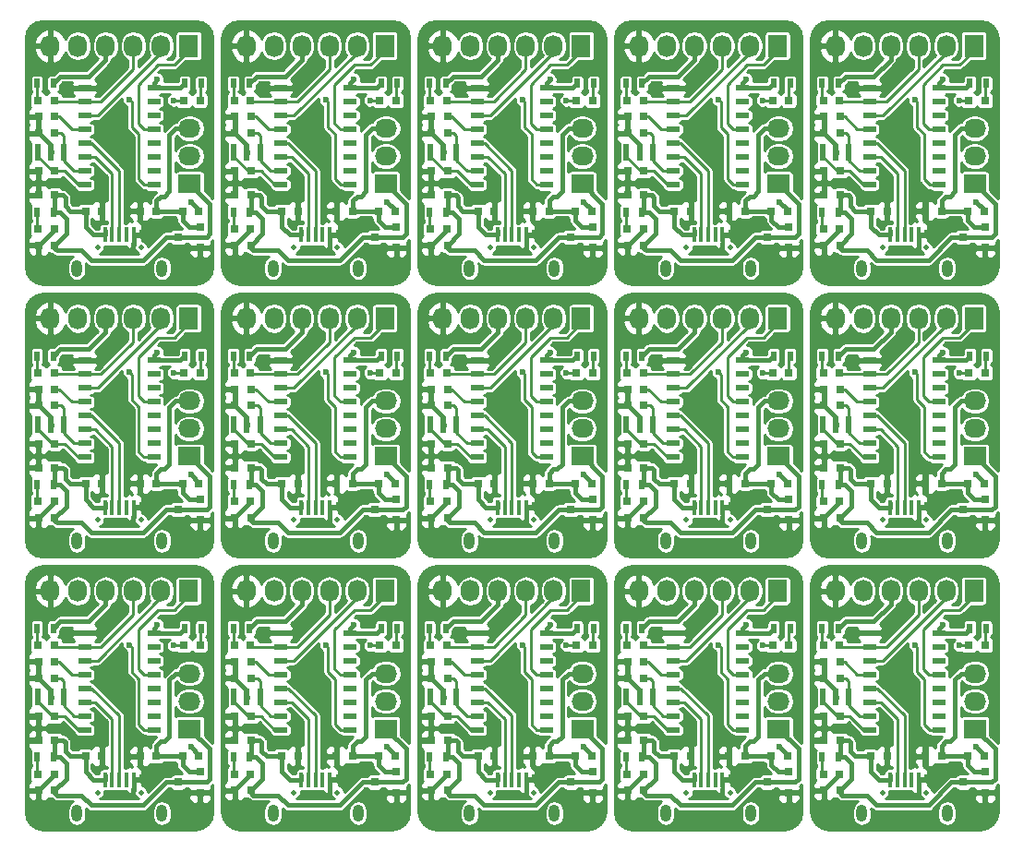
<source format=gbr>
G04 #@! TF.FileFunction,Copper,L1,Top,Signal*
%FSLAX46Y46*%
G04 Gerber Fmt 4.6, Leading zero omitted, Abs format (unit mm)*
G04 Created by KiCad (PCBNEW 4.0.2-stable) date Sunday, 21 August 2016 'pmt' 15:41:42*
%MOMM*%
G01*
G04 APERTURE LIST*
%ADD10C,0.100000*%
%ADD11R,1.143000X0.508000*%
%ADD12R,0.800100X0.800100*%
%ADD13R,0.800000X0.750000*%
%ADD14R,0.500000X1.600000*%
%ADD15R,0.500000X0.900000*%
%ADD16R,1.727200X2.032000*%
%ADD17O,1.727200X2.032000*%
%ADD18R,2.032000X1.727200*%
%ADD19O,2.032000X1.727200*%
%ADD20R,0.400000X1.350000*%
%ADD21O,1.000000X1.550000*%
%ADD22C,0.500000*%
%ADD23R,0.797560X0.797560*%
%ADD24C,0.600000*%
%ADD25C,0.400000*%
%ADD26C,0.250000*%
G04 APERTURE END LIST*
D10*
D11*
X48175000Y-6555000D03*
X48175000Y-9095000D03*
X48175000Y-10365000D03*
X48175000Y-11635000D03*
X48175000Y-12905000D03*
X48175000Y-14175000D03*
X48175000Y-15445000D03*
X41825000Y-15445000D03*
X41825000Y-14175000D03*
X41825000Y-12905000D03*
X41825000Y-11635000D03*
X41825000Y-10365000D03*
X41825000Y-9095000D03*
X41825000Y-7825000D03*
X41825000Y-6555000D03*
X48175000Y-7825000D03*
D12*
X52400760Y-21200000D03*
X52400760Y-19300000D03*
X50401780Y-20250000D03*
D13*
X39100000Y-14200000D03*
X37600000Y-14200000D03*
D14*
X37500000Y-12450000D03*
X38700000Y-12450000D03*
X39900000Y-12450000D03*
D15*
X51000000Y-6150000D03*
X52500000Y-6150000D03*
X38950000Y-6150000D03*
X37450000Y-6150000D03*
X37450000Y-17950000D03*
X38950000Y-17950000D03*
D16*
X51350000Y-2700000D03*
D17*
X48810000Y-2700000D03*
X46270000Y-2700000D03*
X43730000Y-2700000D03*
X41190000Y-2700000D03*
X38650000Y-2700000D03*
D18*
X51450000Y-15350000D03*
D19*
X51450000Y-12810000D03*
X51450000Y-10270000D03*
D20*
X43699100Y-20037460D03*
X44349100Y-20037460D03*
X44999100Y-20037460D03*
X45649100Y-20037460D03*
X46299100Y-20037460D03*
D21*
X41100000Y-23100000D03*
X48900000Y-23100000D03*
D22*
X47000000Y-21200000D03*
X43000000Y-21200000D03*
D23*
X52399300Y-7700000D03*
X50900700Y-7700000D03*
X37550700Y-7700000D03*
X39049300Y-7700000D03*
X37550700Y-19500000D03*
X39049300Y-19500000D03*
D13*
X39100000Y-9200000D03*
X37600000Y-9200000D03*
X39100000Y-10700000D03*
X37600000Y-10700000D03*
X50800000Y-17850000D03*
X52300000Y-17850000D03*
X48400000Y-17850000D03*
X46900000Y-17850000D03*
X39100000Y-21000000D03*
X37600000Y-21000000D03*
X39100000Y-16400000D03*
X37600000Y-16400000D03*
X41900000Y-17850000D03*
X43400000Y-17850000D03*
X41900000Y-67850000D03*
X43400000Y-67850000D03*
X39100000Y-66400000D03*
X37600000Y-66400000D03*
X39100000Y-71000000D03*
X37600000Y-71000000D03*
X48400000Y-67850000D03*
X46900000Y-67850000D03*
X50800000Y-67850000D03*
X52300000Y-67850000D03*
X39100000Y-60700000D03*
X37600000Y-60700000D03*
X39100000Y-59200000D03*
X37600000Y-59200000D03*
D23*
X37550700Y-69500000D03*
X39049300Y-69500000D03*
X37550700Y-57700000D03*
X39049300Y-57700000D03*
X52399300Y-57700000D03*
X50900700Y-57700000D03*
D20*
X43699100Y-70037460D03*
X44349100Y-70037460D03*
X44999100Y-70037460D03*
X45649100Y-70037460D03*
X46299100Y-70037460D03*
D21*
X41100000Y-73100000D03*
X48900000Y-73100000D03*
D22*
X47000000Y-71200000D03*
X43000000Y-71200000D03*
D18*
X51450000Y-65350000D03*
D19*
X51450000Y-62810000D03*
X51450000Y-60270000D03*
D16*
X51350000Y-52700000D03*
D17*
X48810000Y-52700000D03*
X46270000Y-52700000D03*
X43730000Y-52700000D03*
X41190000Y-52700000D03*
X38650000Y-52700000D03*
D15*
X37450000Y-67950000D03*
X38950000Y-67950000D03*
X38950000Y-56150000D03*
X37450000Y-56150000D03*
X51000000Y-56150000D03*
X52500000Y-56150000D03*
D14*
X37500000Y-62450000D03*
X38700000Y-62450000D03*
X39900000Y-62450000D03*
D13*
X39100000Y-64200000D03*
X37600000Y-64200000D03*
D12*
X52400760Y-71200000D03*
X52400760Y-69300000D03*
X50401780Y-70250000D03*
D11*
X48175000Y-56555000D03*
X48175000Y-59095000D03*
X48175000Y-60365000D03*
X48175000Y-61635000D03*
X48175000Y-62905000D03*
X48175000Y-64175000D03*
X48175000Y-65445000D03*
X41825000Y-65445000D03*
X41825000Y-64175000D03*
X41825000Y-62905000D03*
X41825000Y-61635000D03*
X41825000Y-60365000D03*
X41825000Y-59095000D03*
X41825000Y-57825000D03*
X41825000Y-56555000D03*
X48175000Y-57825000D03*
D13*
X41900000Y-42850000D03*
X43400000Y-42850000D03*
X39100000Y-41400000D03*
X37600000Y-41400000D03*
X39100000Y-46000000D03*
X37600000Y-46000000D03*
X48400000Y-42850000D03*
X46900000Y-42850000D03*
X50800000Y-42850000D03*
X52300000Y-42850000D03*
X39100000Y-35700000D03*
X37600000Y-35700000D03*
X39100000Y-34200000D03*
X37600000Y-34200000D03*
D23*
X37550700Y-44500000D03*
X39049300Y-44500000D03*
X37550700Y-32700000D03*
X39049300Y-32700000D03*
X52399300Y-32700000D03*
X50900700Y-32700000D03*
D20*
X43699100Y-45037460D03*
X44349100Y-45037460D03*
X44999100Y-45037460D03*
X45649100Y-45037460D03*
X46299100Y-45037460D03*
D21*
X41100000Y-48100000D03*
X48900000Y-48100000D03*
D22*
X47000000Y-46200000D03*
X43000000Y-46200000D03*
D18*
X51450000Y-40350000D03*
D19*
X51450000Y-37810000D03*
X51450000Y-35270000D03*
D16*
X51350000Y-27700000D03*
D17*
X48810000Y-27700000D03*
X46270000Y-27700000D03*
X43730000Y-27700000D03*
X41190000Y-27700000D03*
X38650000Y-27700000D03*
D15*
X37450000Y-42950000D03*
X38950000Y-42950000D03*
X38950000Y-31150000D03*
X37450000Y-31150000D03*
X51000000Y-31150000D03*
X52500000Y-31150000D03*
D14*
X37500000Y-37450000D03*
X38700000Y-37450000D03*
X39900000Y-37450000D03*
D13*
X39100000Y-39200000D03*
X37600000Y-39200000D03*
D12*
X52400760Y-46200000D03*
X52400760Y-44300000D03*
X50401780Y-45250000D03*
D11*
X48175000Y-31555000D03*
X48175000Y-34095000D03*
X48175000Y-35365000D03*
X48175000Y-36635000D03*
X48175000Y-37905000D03*
X48175000Y-39175000D03*
X48175000Y-40445000D03*
X41825000Y-40445000D03*
X41825000Y-39175000D03*
X41825000Y-37905000D03*
X41825000Y-36635000D03*
X41825000Y-35365000D03*
X41825000Y-34095000D03*
X41825000Y-32825000D03*
X41825000Y-31555000D03*
X48175000Y-32825000D03*
X66175000Y-31555000D03*
X66175000Y-34095000D03*
X66175000Y-35365000D03*
X66175000Y-36635000D03*
X66175000Y-37905000D03*
X66175000Y-39175000D03*
X66175000Y-40445000D03*
X59825000Y-40445000D03*
X59825000Y-39175000D03*
X59825000Y-37905000D03*
X59825000Y-36635000D03*
X59825000Y-35365000D03*
X59825000Y-34095000D03*
X59825000Y-32825000D03*
X59825000Y-31555000D03*
X66175000Y-32825000D03*
D12*
X70400760Y-46200000D03*
X70400760Y-44300000D03*
X68401780Y-45250000D03*
D13*
X57100000Y-39200000D03*
X55600000Y-39200000D03*
D14*
X55500000Y-37450000D03*
X56700000Y-37450000D03*
X57900000Y-37450000D03*
D15*
X69000000Y-31150000D03*
X70500000Y-31150000D03*
X56950000Y-31150000D03*
X55450000Y-31150000D03*
X55450000Y-42950000D03*
X56950000Y-42950000D03*
D16*
X69350000Y-27700000D03*
D17*
X66810000Y-27700000D03*
X64270000Y-27700000D03*
X61730000Y-27700000D03*
X59190000Y-27700000D03*
X56650000Y-27700000D03*
D18*
X69450000Y-40350000D03*
D19*
X69450000Y-37810000D03*
X69450000Y-35270000D03*
D20*
X61699100Y-45037460D03*
X62349100Y-45037460D03*
X62999100Y-45037460D03*
X63649100Y-45037460D03*
X64299100Y-45037460D03*
D21*
X59100000Y-48100000D03*
X66900000Y-48100000D03*
D22*
X65000000Y-46200000D03*
X61000000Y-46200000D03*
D23*
X70399300Y-32700000D03*
X68900700Y-32700000D03*
X55550700Y-32700000D03*
X57049300Y-32700000D03*
X55550700Y-44500000D03*
X57049300Y-44500000D03*
D13*
X57100000Y-34200000D03*
X55600000Y-34200000D03*
X57100000Y-35700000D03*
X55600000Y-35700000D03*
X68800000Y-42850000D03*
X70300000Y-42850000D03*
X66400000Y-42850000D03*
X64900000Y-42850000D03*
X57100000Y-46000000D03*
X55600000Y-46000000D03*
X57100000Y-41400000D03*
X55600000Y-41400000D03*
X59900000Y-42850000D03*
X61400000Y-42850000D03*
D11*
X66175000Y-56555000D03*
X66175000Y-59095000D03*
X66175000Y-60365000D03*
X66175000Y-61635000D03*
X66175000Y-62905000D03*
X66175000Y-64175000D03*
X66175000Y-65445000D03*
X59825000Y-65445000D03*
X59825000Y-64175000D03*
X59825000Y-62905000D03*
X59825000Y-61635000D03*
X59825000Y-60365000D03*
X59825000Y-59095000D03*
X59825000Y-57825000D03*
X59825000Y-56555000D03*
X66175000Y-57825000D03*
D12*
X70400760Y-71200000D03*
X70400760Y-69300000D03*
X68401780Y-70250000D03*
D13*
X57100000Y-64200000D03*
X55600000Y-64200000D03*
D14*
X55500000Y-62450000D03*
X56700000Y-62450000D03*
X57900000Y-62450000D03*
D15*
X69000000Y-56150000D03*
X70500000Y-56150000D03*
X56950000Y-56150000D03*
X55450000Y-56150000D03*
X55450000Y-67950000D03*
X56950000Y-67950000D03*
D16*
X69350000Y-52700000D03*
D17*
X66810000Y-52700000D03*
X64270000Y-52700000D03*
X61730000Y-52700000D03*
X59190000Y-52700000D03*
X56650000Y-52700000D03*
D18*
X69450000Y-65350000D03*
D19*
X69450000Y-62810000D03*
X69450000Y-60270000D03*
D20*
X61699100Y-70037460D03*
X62349100Y-70037460D03*
X62999100Y-70037460D03*
X63649100Y-70037460D03*
X64299100Y-70037460D03*
D21*
X59100000Y-73100000D03*
X66900000Y-73100000D03*
D22*
X65000000Y-71200000D03*
X61000000Y-71200000D03*
D23*
X70399300Y-57700000D03*
X68900700Y-57700000D03*
X55550700Y-57700000D03*
X57049300Y-57700000D03*
X55550700Y-69500000D03*
X57049300Y-69500000D03*
D13*
X57100000Y-59200000D03*
X55600000Y-59200000D03*
X57100000Y-60700000D03*
X55600000Y-60700000D03*
X68800000Y-67850000D03*
X70300000Y-67850000D03*
X66400000Y-67850000D03*
X64900000Y-67850000D03*
X57100000Y-71000000D03*
X55600000Y-71000000D03*
X57100000Y-66400000D03*
X55600000Y-66400000D03*
X59900000Y-67850000D03*
X61400000Y-67850000D03*
X59900000Y-17850000D03*
X61400000Y-17850000D03*
X57100000Y-16400000D03*
X55600000Y-16400000D03*
X57100000Y-21000000D03*
X55600000Y-21000000D03*
X66400000Y-17850000D03*
X64900000Y-17850000D03*
X68800000Y-17850000D03*
X70300000Y-17850000D03*
X57100000Y-10700000D03*
X55600000Y-10700000D03*
X57100000Y-9200000D03*
X55600000Y-9200000D03*
D23*
X55550700Y-19500000D03*
X57049300Y-19500000D03*
X55550700Y-7700000D03*
X57049300Y-7700000D03*
X70399300Y-7700000D03*
X68900700Y-7700000D03*
D20*
X61699100Y-20037460D03*
X62349100Y-20037460D03*
X62999100Y-20037460D03*
X63649100Y-20037460D03*
X64299100Y-20037460D03*
D21*
X59100000Y-23100000D03*
X66900000Y-23100000D03*
D22*
X65000000Y-21200000D03*
X61000000Y-21200000D03*
D18*
X69450000Y-15350000D03*
D19*
X69450000Y-12810000D03*
X69450000Y-10270000D03*
D16*
X69350000Y-2700000D03*
D17*
X66810000Y-2700000D03*
X64270000Y-2700000D03*
X61730000Y-2700000D03*
X59190000Y-2700000D03*
X56650000Y-2700000D03*
D15*
X55450000Y-17950000D03*
X56950000Y-17950000D03*
X56950000Y-6150000D03*
X55450000Y-6150000D03*
X69000000Y-6150000D03*
X70500000Y-6150000D03*
D14*
X55500000Y-12450000D03*
X56700000Y-12450000D03*
X57900000Y-12450000D03*
D13*
X57100000Y-14200000D03*
X55600000Y-14200000D03*
D12*
X70400760Y-21200000D03*
X70400760Y-19300000D03*
X68401780Y-20250000D03*
D11*
X66175000Y-6555000D03*
X66175000Y-9095000D03*
X66175000Y-10365000D03*
X66175000Y-11635000D03*
X66175000Y-12905000D03*
X66175000Y-14175000D03*
X66175000Y-15445000D03*
X59825000Y-15445000D03*
X59825000Y-14175000D03*
X59825000Y-12905000D03*
X59825000Y-11635000D03*
X59825000Y-10365000D03*
X59825000Y-9095000D03*
X59825000Y-7825000D03*
X59825000Y-6555000D03*
X66175000Y-7825000D03*
X30175000Y-6555000D03*
X30175000Y-9095000D03*
X30175000Y-10365000D03*
X30175000Y-11635000D03*
X30175000Y-12905000D03*
X30175000Y-14175000D03*
X30175000Y-15445000D03*
X23825000Y-15445000D03*
X23825000Y-14175000D03*
X23825000Y-12905000D03*
X23825000Y-11635000D03*
X23825000Y-10365000D03*
X23825000Y-9095000D03*
X23825000Y-7825000D03*
X23825000Y-6555000D03*
X30175000Y-7825000D03*
D12*
X34400760Y-21200000D03*
X34400760Y-19300000D03*
X32401780Y-20250000D03*
D13*
X21100000Y-14200000D03*
X19600000Y-14200000D03*
D14*
X19500000Y-12450000D03*
X20700000Y-12450000D03*
X21900000Y-12450000D03*
D15*
X33000000Y-6150000D03*
X34500000Y-6150000D03*
X20950000Y-6150000D03*
X19450000Y-6150000D03*
X19450000Y-17950000D03*
X20950000Y-17950000D03*
D16*
X33350000Y-2700000D03*
D17*
X30810000Y-2700000D03*
X28270000Y-2700000D03*
X25730000Y-2700000D03*
X23190000Y-2700000D03*
X20650000Y-2700000D03*
D18*
X33450000Y-15350000D03*
D19*
X33450000Y-12810000D03*
X33450000Y-10270000D03*
D20*
X25699100Y-20037460D03*
X26349100Y-20037460D03*
X26999100Y-20037460D03*
X27649100Y-20037460D03*
X28299100Y-20037460D03*
D21*
X23100000Y-23100000D03*
X30900000Y-23100000D03*
D22*
X29000000Y-21200000D03*
X25000000Y-21200000D03*
D23*
X34399300Y-7700000D03*
X32900700Y-7700000D03*
X19550700Y-7700000D03*
X21049300Y-7700000D03*
X19550700Y-19500000D03*
X21049300Y-19500000D03*
D13*
X21100000Y-9200000D03*
X19600000Y-9200000D03*
X21100000Y-10700000D03*
X19600000Y-10700000D03*
X32800000Y-17850000D03*
X34300000Y-17850000D03*
X30400000Y-17850000D03*
X28900000Y-17850000D03*
X21100000Y-21000000D03*
X19600000Y-21000000D03*
X21100000Y-16400000D03*
X19600000Y-16400000D03*
X23900000Y-17850000D03*
X25400000Y-17850000D03*
X23900000Y-67850000D03*
X25400000Y-67850000D03*
X21100000Y-66400000D03*
X19600000Y-66400000D03*
X21100000Y-71000000D03*
X19600000Y-71000000D03*
X30400000Y-67850000D03*
X28900000Y-67850000D03*
X32800000Y-67850000D03*
X34300000Y-67850000D03*
X21100000Y-60700000D03*
X19600000Y-60700000D03*
X21100000Y-59200000D03*
X19600000Y-59200000D03*
D23*
X19550700Y-69500000D03*
X21049300Y-69500000D03*
X19550700Y-57700000D03*
X21049300Y-57700000D03*
X34399300Y-57700000D03*
X32900700Y-57700000D03*
D20*
X25699100Y-70037460D03*
X26349100Y-70037460D03*
X26999100Y-70037460D03*
X27649100Y-70037460D03*
X28299100Y-70037460D03*
D21*
X23100000Y-73100000D03*
X30900000Y-73100000D03*
D22*
X29000000Y-71200000D03*
X25000000Y-71200000D03*
D18*
X33450000Y-65350000D03*
D19*
X33450000Y-62810000D03*
X33450000Y-60270000D03*
D16*
X33350000Y-52700000D03*
D17*
X30810000Y-52700000D03*
X28270000Y-52700000D03*
X25730000Y-52700000D03*
X23190000Y-52700000D03*
X20650000Y-52700000D03*
D15*
X19450000Y-67950000D03*
X20950000Y-67950000D03*
X20950000Y-56150000D03*
X19450000Y-56150000D03*
X33000000Y-56150000D03*
X34500000Y-56150000D03*
D14*
X19500000Y-62450000D03*
X20700000Y-62450000D03*
X21900000Y-62450000D03*
D13*
X21100000Y-64200000D03*
X19600000Y-64200000D03*
D12*
X34400760Y-71200000D03*
X34400760Y-69300000D03*
X32401780Y-70250000D03*
D11*
X30175000Y-56555000D03*
X30175000Y-59095000D03*
X30175000Y-60365000D03*
X30175000Y-61635000D03*
X30175000Y-62905000D03*
X30175000Y-64175000D03*
X30175000Y-65445000D03*
X23825000Y-65445000D03*
X23825000Y-64175000D03*
X23825000Y-62905000D03*
X23825000Y-61635000D03*
X23825000Y-60365000D03*
X23825000Y-59095000D03*
X23825000Y-57825000D03*
X23825000Y-56555000D03*
X30175000Y-57825000D03*
D13*
X23900000Y-42850000D03*
X25400000Y-42850000D03*
X21100000Y-41400000D03*
X19600000Y-41400000D03*
X21100000Y-46000000D03*
X19600000Y-46000000D03*
X30400000Y-42850000D03*
X28900000Y-42850000D03*
X32800000Y-42850000D03*
X34300000Y-42850000D03*
X21100000Y-35700000D03*
X19600000Y-35700000D03*
X21100000Y-34200000D03*
X19600000Y-34200000D03*
D23*
X19550700Y-44500000D03*
X21049300Y-44500000D03*
X19550700Y-32700000D03*
X21049300Y-32700000D03*
X34399300Y-32700000D03*
X32900700Y-32700000D03*
D20*
X25699100Y-45037460D03*
X26349100Y-45037460D03*
X26999100Y-45037460D03*
X27649100Y-45037460D03*
X28299100Y-45037460D03*
D21*
X23100000Y-48100000D03*
X30900000Y-48100000D03*
D22*
X29000000Y-46200000D03*
X25000000Y-46200000D03*
D18*
X33450000Y-40350000D03*
D19*
X33450000Y-37810000D03*
X33450000Y-35270000D03*
D16*
X33350000Y-27700000D03*
D17*
X30810000Y-27700000D03*
X28270000Y-27700000D03*
X25730000Y-27700000D03*
X23190000Y-27700000D03*
X20650000Y-27700000D03*
D15*
X19450000Y-42950000D03*
X20950000Y-42950000D03*
X20950000Y-31150000D03*
X19450000Y-31150000D03*
X33000000Y-31150000D03*
X34500000Y-31150000D03*
D14*
X19500000Y-37450000D03*
X20700000Y-37450000D03*
X21900000Y-37450000D03*
D13*
X21100000Y-39200000D03*
X19600000Y-39200000D03*
D12*
X34400760Y-46200000D03*
X34400760Y-44300000D03*
X32401780Y-45250000D03*
D11*
X30175000Y-31555000D03*
X30175000Y-34095000D03*
X30175000Y-35365000D03*
X30175000Y-36635000D03*
X30175000Y-37905000D03*
X30175000Y-39175000D03*
X30175000Y-40445000D03*
X23825000Y-40445000D03*
X23825000Y-39175000D03*
X23825000Y-37905000D03*
X23825000Y-36635000D03*
X23825000Y-35365000D03*
X23825000Y-34095000D03*
X23825000Y-32825000D03*
X23825000Y-31555000D03*
X30175000Y-32825000D03*
X84175000Y-6555000D03*
X84175000Y-9095000D03*
X84175000Y-10365000D03*
X84175000Y-11635000D03*
X84175000Y-12905000D03*
X84175000Y-14175000D03*
X84175000Y-15445000D03*
X77825000Y-15445000D03*
X77825000Y-14175000D03*
X77825000Y-12905000D03*
X77825000Y-11635000D03*
X77825000Y-10365000D03*
X77825000Y-9095000D03*
X77825000Y-7825000D03*
X77825000Y-6555000D03*
X84175000Y-7825000D03*
D12*
X88400760Y-21200000D03*
X88400760Y-19300000D03*
X86401780Y-20250000D03*
D13*
X75100000Y-14200000D03*
X73600000Y-14200000D03*
D14*
X73500000Y-12450000D03*
X74700000Y-12450000D03*
X75900000Y-12450000D03*
D15*
X87000000Y-6150000D03*
X88500000Y-6150000D03*
X74950000Y-6150000D03*
X73450000Y-6150000D03*
X73450000Y-17950000D03*
X74950000Y-17950000D03*
D16*
X87350000Y-2700000D03*
D17*
X84810000Y-2700000D03*
X82270000Y-2700000D03*
X79730000Y-2700000D03*
X77190000Y-2700000D03*
X74650000Y-2700000D03*
D18*
X87450000Y-15350000D03*
D19*
X87450000Y-12810000D03*
X87450000Y-10270000D03*
D20*
X79699100Y-20037460D03*
X80349100Y-20037460D03*
X80999100Y-20037460D03*
X81649100Y-20037460D03*
X82299100Y-20037460D03*
D21*
X77100000Y-23100000D03*
X84900000Y-23100000D03*
D22*
X83000000Y-21200000D03*
X79000000Y-21200000D03*
D23*
X88399300Y-7700000D03*
X86900700Y-7700000D03*
X73550700Y-7700000D03*
X75049300Y-7700000D03*
X73550700Y-19500000D03*
X75049300Y-19500000D03*
D13*
X75100000Y-9200000D03*
X73600000Y-9200000D03*
X75100000Y-10700000D03*
X73600000Y-10700000D03*
X86800000Y-17850000D03*
X88300000Y-17850000D03*
X84400000Y-17850000D03*
X82900000Y-17850000D03*
X75100000Y-21000000D03*
X73600000Y-21000000D03*
X75100000Y-16400000D03*
X73600000Y-16400000D03*
X77900000Y-17850000D03*
X79400000Y-17850000D03*
X77900000Y-67850000D03*
X79400000Y-67850000D03*
X75100000Y-66400000D03*
X73600000Y-66400000D03*
X75100000Y-71000000D03*
X73600000Y-71000000D03*
X84400000Y-67850000D03*
X82900000Y-67850000D03*
X86800000Y-67850000D03*
X88300000Y-67850000D03*
X75100000Y-60700000D03*
X73600000Y-60700000D03*
X75100000Y-59200000D03*
X73600000Y-59200000D03*
D23*
X73550700Y-69500000D03*
X75049300Y-69500000D03*
X73550700Y-57700000D03*
X75049300Y-57700000D03*
X88399300Y-57700000D03*
X86900700Y-57700000D03*
D20*
X79699100Y-70037460D03*
X80349100Y-70037460D03*
X80999100Y-70037460D03*
X81649100Y-70037460D03*
X82299100Y-70037460D03*
D21*
X77100000Y-73100000D03*
X84900000Y-73100000D03*
D22*
X83000000Y-71200000D03*
X79000000Y-71200000D03*
D18*
X87450000Y-65350000D03*
D19*
X87450000Y-62810000D03*
X87450000Y-60270000D03*
D16*
X87350000Y-52700000D03*
D17*
X84810000Y-52700000D03*
X82270000Y-52700000D03*
X79730000Y-52700000D03*
X77190000Y-52700000D03*
X74650000Y-52700000D03*
D15*
X73450000Y-67950000D03*
X74950000Y-67950000D03*
X74950000Y-56150000D03*
X73450000Y-56150000D03*
X87000000Y-56150000D03*
X88500000Y-56150000D03*
D14*
X73500000Y-62450000D03*
X74700000Y-62450000D03*
X75900000Y-62450000D03*
D13*
X75100000Y-64200000D03*
X73600000Y-64200000D03*
D12*
X88400760Y-71200000D03*
X88400760Y-69300000D03*
X86401780Y-70250000D03*
D11*
X84175000Y-56555000D03*
X84175000Y-59095000D03*
X84175000Y-60365000D03*
X84175000Y-61635000D03*
X84175000Y-62905000D03*
X84175000Y-64175000D03*
X84175000Y-65445000D03*
X77825000Y-65445000D03*
X77825000Y-64175000D03*
X77825000Y-62905000D03*
X77825000Y-61635000D03*
X77825000Y-60365000D03*
X77825000Y-59095000D03*
X77825000Y-57825000D03*
X77825000Y-56555000D03*
X84175000Y-57825000D03*
D13*
X77900000Y-42850000D03*
X79400000Y-42850000D03*
X75100000Y-41400000D03*
X73600000Y-41400000D03*
X75100000Y-46000000D03*
X73600000Y-46000000D03*
X84400000Y-42850000D03*
X82900000Y-42850000D03*
X86800000Y-42850000D03*
X88300000Y-42850000D03*
X75100000Y-35700000D03*
X73600000Y-35700000D03*
X75100000Y-34200000D03*
X73600000Y-34200000D03*
D23*
X73550700Y-44500000D03*
X75049300Y-44500000D03*
X73550700Y-32700000D03*
X75049300Y-32700000D03*
X88399300Y-32700000D03*
X86900700Y-32700000D03*
D20*
X79699100Y-45037460D03*
X80349100Y-45037460D03*
X80999100Y-45037460D03*
X81649100Y-45037460D03*
X82299100Y-45037460D03*
D21*
X77100000Y-48100000D03*
X84900000Y-48100000D03*
D22*
X83000000Y-46200000D03*
X79000000Y-46200000D03*
D18*
X87450000Y-40350000D03*
D19*
X87450000Y-37810000D03*
X87450000Y-35270000D03*
D16*
X87350000Y-27700000D03*
D17*
X84810000Y-27700000D03*
X82270000Y-27700000D03*
X79730000Y-27700000D03*
X77190000Y-27700000D03*
X74650000Y-27700000D03*
D15*
X73450000Y-42950000D03*
X74950000Y-42950000D03*
X74950000Y-31150000D03*
X73450000Y-31150000D03*
X87000000Y-31150000D03*
X88500000Y-31150000D03*
D14*
X73500000Y-37450000D03*
X74700000Y-37450000D03*
X75900000Y-37450000D03*
D13*
X75100000Y-39200000D03*
X73600000Y-39200000D03*
D12*
X88400760Y-46200000D03*
X88400760Y-44300000D03*
X86401780Y-45250000D03*
D11*
X84175000Y-31555000D03*
X84175000Y-34095000D03*
X84175000Y-35365000D03*
X84175000Y-36635000D03*
X84175000Y-37905000D03*
X84175000Y-39175000D03*
X84175000Y-40445000D03*
X77825000Y-40445000D03*
X77825000Y-39175000D03*
X77825000Y-37905000D03*
X77825000Y-36635000D03*
X77825000Y-35365000D03*
X77825000Y-34095000D03*
X77825000Y-32825000D03*
X77825000Y-31555000D03*
X84175000Y-32825000D03*
X12175000Y-31555000D03*
X12175000Y-34095000D03*
X12175000Y-35365000D03*
X12175000Y-36635000D03*
X12175000Y-37905000D03*
X12175000Y-39175000D03*
X12175000Y-40445000D03*
X5825000Y-40445000D03*
X5825000Y-39175000D03*
X5825000Y-37905000D03*
X5825000Y-36635000D03*
X5825000Y-35365000D03*
X5825000Y-34095000D03*
X5825000Y-32825000D03*
X5825000Y-31555000D03*
X12175000Y-32825000D03*
D12*
X16400760Y-46200000D03*
X16400760Y-44300000D03*
X14401780Y-45250000D03*
D13*
X3100000Y-39200000D03*
X1600000Y-39200000D03*
D14*
X1500000Y-37450000D03*
X2700000Y-37450000D03*
X3900000Y-37450000D03*
D15*
X15000000Y-31150000D03*
X16500000Y-31150000D03*
X2950000Y-31150000D03*
X1450000Y-31150000D03*
X1450000Y-42950000D03*
X2950000Y-42950000D03*
D16*
X15350000Y-27700000D03*
D17*
X12810000Y-27700000D03*
X10270000Y-27700000D03*
X7730000Y-27700000D03*
X5190000Y-27700000D03*
X2650000Y-27700000D03*
D18*
X15450000Y-40350000D03*
D19*
X15450000Y-37810000D03*
X15450000Y-35270000D03*
D20*
X7699100Y-45037460D03*
X8349100Y-45037460D03*
X8999100Y-45037460D03*
X9649100Y-45037460D03*
X10299100Y-45037460D03*
D21*
X5100000Y-48100000D03*
X12900000Y-48100000D03*
D22*
X11000000Y-46200000D03*
X7000000Y-46200000D03*
D23*
X16399300Y-32700000D03*
X14900700Y-32700000D03*
X1550700Y-32700000D03*
X3049300Y-32700000D03*
X1550700Y-44500000D03*
X3049300Y-44500000D03*
D13*
X3100000Y-34200000D03*
X1600000Y-34200000D03*
X3100000Y-35700000D03*
X1600000Y-35700000D03*
X14800000Y-42850000D03*
X16300000Y-42850000D03*
X12400000Y-42850000D03*
X10900000Y-42850000D03*
X3100000Y-46000000D03*
X1600000Y-46000000D03*
X3100000Y-41400000D03*
X1600000Y-41400000D03*
X5900000Y-42850000D03*
X7400000Y-42850000D03*
D11*
X12175000Y-56555000D03*
X12175000Y-59095000D03*
X12175000Y-60365000D03*
X12175000Y-61635000D03*
X12175000Y-62905000D03*
X12175000Y-64175000D03*
X12175000Y-65445000D03*
X5825000Y-65445000D03*
X5825000Y-64175000D03*
X5825000Y-62905000D03*
X5825000Y-61635000D03*
X5825000Y-60365000D03*
X5825000Y-59095000D03*
X5825000Y-57825000D03*
X5825000Y-56555000D03*
X12175000Y-57825000D03*
D12*
X16400760Y-71200000D03*
X16400760Y-69300000D03*
X14401780Y-70250000D03*
D13*
X3100000Y-64200000D03*
X1600000Y-64200000D03*
D14*
X1500000Y-62450000D03*
X2700000Y-62450000D03*
X3900000Y-62450000D03*
D15*
X15000000Y-56150000D03*
X16500000Y-56150000D03*
X2950000Y-56150000D03*
X1450000Y-56150000D03*
X1450000Y-67950000D03*
X2950000Y-67950000D03*
D16*
X15350000Y-52700000D03*
D17*
X12810000Y-52700000D03*
X10270000Y-52700000D03*
X7730000Y-52700000D03*
X5190000Y-52700000D03*
X2650000Y-52700000D03*
D18*
X15450000Y-65350000D03*
D19*
X15450000Y-62810000D03*
X15450000Y-60270000D03*
D20*
X7699100Y-70037460D03*
X8349100Y-70037460D03*
X8999100Y-70037460D03*
X9649100Y-70037460D03*
X10299100Y-70037460D03*
D21*
X5100000Y-73100000D03*
X12900000Y-73100000D03*
D22*
X11000000Y-71200000D03*
X7000000Y-71200000D03*
D23*
X16399300Y-57700000D03*
X14900700Y-57700000D03*
X1550700Y-57700000D03*
X3049300Y-57700000D03*
X1550700Y-69500000D03*
X3049300Y-69500000D03*
D13*
X3100000Y-59200000D03*
X1600000Y-59200000D03*
X3100000Y-60700000D03*
X1600000Y-60700000D03*
X14800000Y-67850000D03*
X16300000Y-67850000D03*
X12400000Y-67850000D03*
X10900000Y-67850000D03*
X3100000Y-71000000D03*
X1600000Y-71000000D03*
X3100000Y-66400000D03*
X1600000Y-66400000D03*
X5900000Y-67850000D03*
X7400000Y-67850000D03*
X5900000Y-17850000D03*
X7400000Y-17850000D03*
X3100000Y-16400000D03*
X1600000Y-16400000D03*
X3100000Y-21000000D03*
X1600000Y-21000000D03*
X12400000Y-17850000D03*
X10900000Y-17850000D03*
X14800000Y-17850000D03*
X16300000Y-17850000D03*
X3100000Y-10700000D03*
X1600000Y-10700000D03*
X3100000Y-9200000D03*
X1600000Y-9200000D03*
D23*
X1550700Y-19500000D03*
X3049300Y-19500000D03*
X1550700Y-7700000D03*
X3049300Y-7700000D03*
X16399300Y-7700000D03*
X14900700Y-7700000D03*
D20*
X7699100Y-20037460D03*
X8349100Y-20037460D03*
X8999100Y-20037460D03*
X9649100Y-20037460D03*
X10299100Y-20037460D03*
D21*
X5100000Y-23100000D03*
X12900000Y-23100000D03*
D22*
X11000000Y-21200000D03*
X7000000Y-21200000D03*
D18*
X15450000Y-15350000D03*
D19*
X15450000Y-12810000D03*
X15450000Y-10270000D03*
D16*
X15350000Y-2700000D03*
D17*
X12810000Y-2700000D03*
X10270000Y-2700000D03*
X7730000Y-2700000D03*
X5190000Y-2700000D03*
X2650000Y-2700000D03*
D15*
X1450000Y-17950000D03*
X2950000Y-17950000D03*
X2950000Y-6150000D03*
X1450000Y-6150000D03*
X15000000Y-6150000D03*
X16500000Y-6150000D03*
D14*
X1500000Y-12450000D03*
X2700000Y-12450000D03*
X3900000Y-12450000D03*
D13*
X3100000Y-14200000D03*
X1600000Y-14200000D03*
D12*
X16400760Y-21200000D03*
X16400760Y-19300000D03*
X14401780Y-20250000D03*
D11*
X12175000Y-6555000D03*
X12175000Y-9095000D03*
X12175000Y-10365000D03*
X12175000Y-11635000D03*
X12175000Y-12905000D03*
X12175000Y-14175000D03*
X12175000Y-15445000D03*
X5825000Y-15445000D03*
X5825000Y-14175000D03*
X5825000Y-12905000D03*
X5825000Y-11635000D03*
X5825000Y-10365000D03*
X5825000Y-9095000D03*
X5825000Y-7825000D03*
X5825000Y-6555000D03*
X12175000Y-7825000D03*
D24*
X43100000Y-6500000D03*
X51550000Y-17000000D03*
X47100000Y-19800000D03*
X47100000Y-69800000D03*
X51550000Y-67000000D03*
X43100000Y-56500000D03*
X47100000Y-44800000D03*
X51550000Y-42000000D03*
X43100000Y-31500000D03*
X61100000Y-31500000D03*
X69550000Y-42000000D03*
X65100000Y-44800000D03*
X61100000Y-56500000D03*
X69550000Y-67000000D03*
X65100000Y-69800000D03*
X65100000Y-19800000D03*
X69550000Y-17000000D03*
X61100000Y-6500000D03*
X25100000Y-6500000D03*
X33550000Y-17000000D03*
X29100000Y-19800000D03*
X29100000Y-69800000D03*
X33550000Y-67000000D03*
X25100000Y-56500000D03*
X29100000Y-44800000D03*
X33550000Y-42000000D03*
X25100000Y-31500000D03*
X79100000Y-6500000D03*
X87550000Y-17000000D03*
X83100000Y-19800000D03*
X83100000Y-69800000D03*
X87550000Y-67000000D03*
X79100000Y-56500000D03*
X83100000Y-44800000D03*
X87550000Y-42000000D03*
X79100000Y-31500000D03*
X7100000Y-31500000D03*
X15550000Y-42000000D03*
X11100000Y-44800000D03*
X7100000Y-56500000D03*
X15550000Y-67000000D03*
X11100000Y-69800000D03*
X11100000Y-19800000D03*
X15550000Y-17000000D03*
X7100000Y-6500000D03*
X50000000Y-7700000D03*
X50000000Y-57700000D03*
X50000000Y-32700000D03*
X68000000Y-32700000D03*
X68000000Y-57700000D03*
X68000000Y-7700000D03*
X32000000Y-7700000D03*
X32000000Y-57700000D03*
X32000000Y-32700000D03*
X86000000Y-7700000D03*
X86000000Y-57700000D03*
X86000000Y-32700000D03*
X14000000Y-32700000D03*
X14000000Y-57700000D03*
X14000000Y-7700000D03*
X48500000Y-5800000D03*
X48500000Y-55800000D03*
X48500000Y-30800000D03*
X66500000Y-30800000D03*
X66500000Y-55800000D03*
X66500000Y-5800000D03*
X30500000Y-5800000D03*
X30500000Y-55800000D03*
X30500000Y-30800000D03*
X84500000Y-5800000D03*
X84500000Y-55800000D03*
X84500000Y-30800000D03*
X12500000Y-30800000D03*
X12500000Y-55800000D03*
X12500000Y-5800000D03*
X45950000Y-7650000D03*
X45950000Y-57650000D03*
X45950000Y-32650000D03*
X63950000Y-32650000D03*
X63950000Y-57650000D03*
X63950000Y-7650000D03*
X27950000Y-7650000D03*
X27950000Y-57650000D03*
X27950000Y-32650000D03*
X81950000Y-7650000D03*
X81950000Y-57650000D03*
X81950000Y-32650000D03*
X9950000Y-32650000D03*
X9950000Y-57650000D03*
X9950000Y-7650000D03*
D25*
X40500000Y-17850000D02*
X40050000Y-17400000D01*
X40050000Y-17400000D02*
X40050000Y-16600000D01*
X43699100Y-20037460D02*
X43699100Y-19649100D01*
X39100000Y-17800000D02*
X38950000Y-17950000D01*
X39100000Y-16400000D02*
X39100000Y-17800000D01*
X39550000Y-17950000D02*
X40150000Y-18550000D01*
X40150000Y-18550000D02*
X40150000Y-19950000D01*
X40150000Y-19950000D02*
X39100000Y-21000000D01*
X38950000Y-17950000D02*
X39550000Y-17950000D01*
X40050000Y-16600000D02*
X39850000Y-16400000D01*
X39850000Y-16400000D02*
X39100000Y-16400000D01*
X41900000Y-17850000D02*
X40500000Y-17850000D01*
X39300000Y-21450000D02*
X41550000Y-21450000D01*
X41550000Y-21450000D02*
X42450000Y-22350000D01*
X42450000Y-22350000D02*
X47200000Y-22350000D01*
X47200000Y-22350000D02*
X49300000Y-20250000D01*
X49300000Y-20250000D02*
X50401780Y-20250000D01*
X39100000Y-21250000D02*
X39300000Y-21450000D01*
X39100000Y-21000000D02*
X39100000Y-21250000D01*
X53000000Y-20250000D02*
X53300000Y-19950000D01*
X53300000Y-19950000D02*
X53300000Y-17200000D01*
X53300000Y-17200000D02*
X51450000Y-15350000D01*
X50401780Y-20250000D02*
X53000000Y-20250000D01*
X42637460Y-20037460D02*
X41900000Y-19300000D01*
X41900000Y-19300000D02*
X41900000Y-17850000D01*
X43699100Y-20037460D02*
X42637460Y-20037460D01*
X43699100Y-70037460D02*
X42637460Y-70037460D01*
X41900000Y-69300000D02*
X41900000Y-67850000D01*
X42637460Y-70037460D02*
X41900000Y-69300000D01*
X50401780Y-70250000D02*
X53000000Y-70250000D01*
X53300000Y-67200000D02*
X51450000Y-65350000D01*
X53300000Y-69950000D02*
X53300000Y-67200000D01*
X53000000Y-70250000D02*
X53300000Y-69950000D01*
X39100000Y-71000000D02*
X39100000Y-71250000D01*
X39100000Y-71250000D02*
X39300000Y-71450000D01*
X49300000Y-70250000D02*
X50401780Y-70250000D01*
X47200000Y-72350000D02*
X49300000Y-70250000D01*
X42450000Y-72350000D02*
X47200000Y-72350000D01*
X41550000Y-71450000D02*
X42450000Y-72350000D01*
X39300000Y-71450000D02*
X41550000Y-71450000D01*
X41900000Y-67850000D02*
X40500000Y-67850000D01*
X39850000Y-66400000D02*
X39100000Y-66400000D01*
X40050000Y-66600000D02*
X39850000Y-66400000D01*
X38950000Y-67950000D02*
X39550000Y-67950000D01*
X40150000Y-69950000D02*
X39100000Y-71000000D01*
X40150000Y-68550000D02*
X40150000Y-69950000D01*
X39550000Y-67950000D02*
X40150000Y-68550000D01*
X39100000Y-66400000D02*
X39100000Y-67800000D01*
X39100000Y-67800000D02*
X38950000Y-67950000D01*
X43699100Y-70037460D02*
X43699100Y-69649100D01*
X40050000Y-67400000D02*
X40050000Y-66600000D01*
X40500000Y-67850000D02*
X40050000Y-67400000D01*
X43699100Y-45037460D02*
X42637460Y-45037460D01*
X41900000Y-44300000D02*
X41900000Y-42850000D01*
X42637460Y-45037460D02*
X41900000Y-44300000D01*
X50401780Y-45250000D02*
X53000000Y-45250000D01*
X53300000Y-42200000D02*
X51450000Y-40350000D01*
X53300000Y-44950000D02*
X53300000Y-42200000D01*
X53000000Y-45250000D02*
X53300000Y-44950000D01*
X39100000Y-46000000D02*
X39100000Y-46250000D01*
X39100000Y-46250000D02*
X39300000Y-46450000D01*
X49300000Y-45250000D02*
X50401780Y-45250000D01*
X47200000Y-47350000D02*
X49300000Y-45250000D01*
X42450000Y-47350000D02*
X47200000Y-47350000D01*
X41550000Y-46450000D02*
X42450000Y-47350000D01*
X39300000Y-46450000D02*
X41550000Y-46450000D01*
X41900000Y-42850000D02*
X40500000Y-42850000D01*
X39850000Y-41400000D02*
X39100000Y-41400000D01*
X40050000Y-41600000D02*
X39850000Y-41400000D01*
X38950000Y-42950000D02*
X39550000Y-42950000D01*
X40150000Y-44950000D02*
X39100000Y-46000000D01*
X40150000Y-43550000D02*
X40150000Y-44950000D01*
X39550000Y-42950000D02*
X40150000Y-43550000D01*
X39100000Y-41400000D02*
X39100000Y-42800000D01*
X39100000Y-42800000D02*
X38950000Y-42950000D01*
X43699100Y-45037460D02*
X43699100Y-44649100D01*
X40050000Y-42400000D02*
X40050000Y-41600000D01*
X40500000Y-42850000D02*
X40050000Y-42400000D01*
X58500000Y-42850000D02*
X58050000Y-42400000D01*
X58050000Y-42400000D02*
X58050000Y-41600000D01*
X61699100Y-45037460D02*
X61699100Y-44649100D01*
X57100000Y-42800000D02*
X56950000Y-42950000D01*
X57100000Y-41400000D02*
X57100000Y-42800000D01*
X57550000Y-42950000D02*
X58150000Y-43550000D01*
X58150000Y-43550000D02*
X58150000Y-44950000D01*
X58150000Y-44950000D02*
X57100000Y-46000000D01*
X56950000Y-42950000D02*
X57550000Y-42950000D01*
X58050000Y-41600000D02*
X57850000Y-41400000D01*
X57850000Y-41400000D02*
X57100000Y-41400000D01*
X59900000Y-42850000D02*
X58500000Y-42850000D01*
X57300000Y-46450000D02*
X59550000Y-46450000D01*
X59550000Y-46450000D02*
X60450000Y-47350000D01*
X60450000Y-47350000D02*
X65200000Y-47350000D01*
X65200000Y-47350000D02*
X67300000Y-45250000D01*
X67300000Y-45250000D02*
X68401780Y-45250000D01*
X57100000Y-46250000D02*
X57300000Y-46450000D01*
X57100000Y-46000000D02*
X57100000Y-46250000D01*
X71000000Y-45250000D02*
X71300000Y-44950000D01*
X71300000Y-44950000D02*
X71300000Y-42200000D01*
X71300000Y-42200000D02*
X69450000Y-40350000D01*
X68401780Y-45250000D02*
X71000000Y-45250000D01*
X60637460Y-45037460D02*
X59900000Y-44300000D01*
X59900000Y-44300000D02*
X59900000Y-42850000D01*
X61699100Y-45037460D02*
X60637460Y-45037460D01*
X58500000Y-67850000D02*
X58050000Y-67400000D01*
X58050000Y-67400000D02*
X58050000Y-66600000D01*
X61699100Y-70037460D02*
X61699100Y-69649100D01*
X57100000Y-67800000D02*
X56950000Y-67950000D01*
X57100000Y-66400000D02*
X57100000Y-67800000D01*
X57550000Y-67950000D02*
X58150000Y-68550000D01*
X58150000Y-68550000D02*
X58150000Y-69950000D01*
X58150000Y-69950000D02*
X57100000Y-71000000D01*
X56950000Y-67950000D02*
X57550000Y-67950000D01*
X58050000Y-66600000D02*
X57850000Y-66400000D01*
X57850000Y-66400000D02*
X57100000Y-66400000D01*
X59900000Y-67850000D02*
X58500000Y-67850000D01*
X57300000Y-71450000D02*
X59550000Y-71450000D01*
X59550000Y-71450000D02*
X60450000Y-72350000D01*
X60450000Y-72350000D02*
X65200000Y-72350000D01*
X65200000Y-72350000D02*
X67300000Y-70250000D01*
X67300000Y-70250000D02*
X68401780Y-70250000D01*
X57100000Y-71250000D02*
X57300000Y-71450000D01*
X57100000Y-71000000D02*
X57100000Y-71250000D01*
X71000000Y-70250000D02*
X71300000Y-69950000D01*
X71300000Y-69950000D02*
X71300000Y-67200000D01*
X71300000Y-67200000D02*
X69450000Y-65350000D01*
X68401780Y-70250000D02*
X71000000Y-70250000D01*
X60637460Y-70037460D02*
X59900000Y-69300000D01*
X59900000Y-69300000D02*
X59900000Y-67850000D01*
X61699100Y-70037460D02*
X60637460Y-70037460D01*
X61699100Y-20037460D02*
X60637460Y-20037460D01*
X59900000Y-19300000D02*
X59900000Y-17850000D01*
X60637460Y-20037460D02*
X59900000Y-19300000D01*
X68401780Y-20250000D02*
X71000000Y-20250000D01*
X71300000Y-17200000D02*
X69450000Y-15350000D01*
X71300000Y-19950000D02*
X71300000Y-17200000D01*
X71000000Y-20250000D02*
X71300000Y-19950000D01*
X57100000Y-21000000D02*
X57100000Y-21250000D01*
X57100000Y-21250000D02*
X57300000Y-21450000D01*
X67300000Y-20250000D02*
X68401780Y-20250000D01*
X65200000Y-22350000D02*
X67300000Y-20250000D01*
X60450000Y-22350000D02*
X65200000Y-22350000D01*
X59550000Y-21450000D02*
X60450000Y-22350000D01*
X57300000Y-21450000D02*
X59550000Y-21450000D01*
X59900000Y-17850000D02*
X58500000Y-17850000D01*
X57850000Y-16400000D02*
X57100000Y-16400000D01*
X58050000Y-16600000D02*
X57850000Y-16400000D01*
X56950000Y-17950000D02*
X57550000Y-17950000D01*
X58150000Y-19950000D02*
X57100000Y-21000000D01*
X58150000Y-18550000D02*
X58150000Y-19950000D01*
X57550000Y-17950000D02*
X58150000Y-18550000D01*
X57100000Y-16400000D02*
X57100000Y-17800000D01*
X57100000Y-17800000D02*
X56950000Y-17950000D01*
X61699100Y-20037460D02*
X61699100Y-19649100D01*
X58050000Y-17400000D02*
X58050000Y-16600000D01*
X58500000Y-17850000D02*
X58050000Y-17400000D01*
X22500000Y-17850000D02*
X22050000Y-17400000D01*
X22050000Y-17400000D02*
X22050000Y-16600000D01*
X25699100Y-20037460D02*
X25699100Y-19649100D01*
X21100000Y-17800000D02*
X20950000Y-17950000D01*
X21100000Y-16400000D02*
X21100000Y-17800000D01*
X21550000Y-17950000D02*
X22150000Y-18550000D01*
X22150000Y-18550000D02*
X22150000Y-19950000D01*
X22150000Y-19950000D02*
X21100000Y-21000000D01*
X20950000Y-17950000D02*
X21550000Y-17950000D01*
X22050000Y-16600000D02*
X21850000Y-16400000D01*
X21850000Y-16400000D02*
X21100000Y-16400000D01*
X23900000Y-17850000D02*
X22500000Y-17850000D01*
X21300000Y-21450000D02*
X23550000Y-21450000D01*
X23550000Y-21450000D02*
X24450000Y-22350000D01*
X24450000Y-22350000D02*
X29200000Y-22350000D01*
X29200000Y-22350000D02*
X31300000Y-20250000D01*
X31300000Y-20250000D02*
X32401780Y-20250000D01*
X21100000Y-21250000D02*
X21300000Y-21450000D01*
X21100000Y-21000000D02*
X21100000Y-21250000D01*
X35000000Y-20250000D02*
X35300000Y-19950000D01*
X35300000Y-19950000D02*
X35300000Y-17200000D01*
X35300000Y-17200000D02*
X33450000Y-15350000D01*
X32401780Y-20250000D02*
X35000000Y-20250000D01*
X24637460Y-20037460D02*
X23900000Y-19300000D01*
X23900000Y-19300000D02*
X23900000Y-17850000D01*
X25699100Y-20037460D02*
X24637460Y-20037460D01*
X25699100Y-70037460D02*
X24637460Y-70037460D01*
X23900000Y-69300000D02*
X23900000Y-67850000D01*
X24637460Y-70037460D02*
X23900000Y-69300000D01*
X32401780Y-70250000D02*
X35000000Y-70250000D01*
X35300000Y-67200000D02*
X33450000Y-65350000D01*
X35300000Y-69950000D02*
X35300000Y-67200000D01*
X35000000Y-70250000D02*
X35300000Y-69950000D01*
X21100000Y-71000000D02*
X21100000Y-71250000D01*
X21100000Y-71250000D02*
X21300000Y-71450000D01*
X31300000Y-70250000D02*
X32401780Y-70250000D01*
X29200000Y-72350000D02*
X31300000Y-70250000D01*
X24450000Y-72350000D02*
X29200000Y-72350000D01*
X23550000Y-71450000D02*
X24450000Y-72350000D01*
X21300000Y-71450000D02*
X23550000Y-71450000D01*
X23900000Y-67850000D02*
X22500000Y-67850000D01*
X21850000Y-66400000D02*
X21100000Y-66400000D01*
X22050000Y-66600000D02*
X21850000Y-66400000D01*
X20950000Y-67950000D02*
X21550000Y-67950000D01*
X22150000Y-69950000D02*
X21100000Y-71000000D01*
X22150000Y-68550000D02*
X22150000Y-69950000D01*
X21550000Y-67950000D02*
X22150000Y-68550000D01*
X21100000Y-66400000D02*
X21100000Y-67800000D01*
X21100000Y-67800000D02*
X20950000Y-67950000D01*
X25699100Y-70037460D02*
X25699100Y-69649100D01*
X22050000Y-67400000D02*
X22050000Y-66600000D01*
X22500000Y-67850000D02*
X22050000Y-67400000D01*
X25699100Y-45037460D02*
X24637460Y-45037460D01*
X23900000Y-44300000D02*
X23900000Y-42850000D01*
X24637460Y-45037460D02*
X23900000Y-44300000D01*
X32401780Y-45250000D02*
X35000000Y-45250000D01*
X35300000Y-42200000D02*
X33450000Y-40350000D01*
X35300000Y-44950000D02*
X35300000Y-42200000D01*
X35000000Y-45250000D02*
X35300000Y-44950000D01*
X21100000Y-46000000D02*
X21100000Y-46250000D01*
X21100000Y-46250000D02*
X21300000Y-46450000D01*
X31300000Y-45250000D02*
X32401780Y-45250000D01*
X29200000Y-47350000D02*
X31300000Y-45250000D01*
X24450000Y-47350000D02*
X29200000Y-47350000D01*
X23550000Y-46450000D02*
X24450000Y-47350000D01*
X21300000Y-46450000D02*
X23550000Y-46450000D01*
X23900000Y-42850000D02*
X22500000Y-42850000D01*
X21850000Y-41400000D02*
X21100000Y-41400000D01*
X22050000Y-41600000D02*
X21850000Y-41400000D01*
X20950000Y-42950000D02*
X21550000Y-42950000D01*
X22150000Y-44950000D02*
X21100000Y-46000000D01*
X22150000Y-43550000D02*
X22150000Y-44950000D01*
X21550000Y-42950000D02*
X22150000Y-43550000D01*
X21100000Y-41400000D02*
X21100000Y-42800000D01*
X21100000Y-42800000D02*
X20950000Y-42950000D01*
X25699100Y-45037460D02*
X25699100Y-44649100D01*
X22050000Y-42400000D02*
X22050000Y-41600000D01*
X22500000Y-42850000D02*
X22050000Y-42400000D01*
X76500000Y-17850000D02*
X76050000Y-17400000D01*
X76050000Y-17400000D02*
X76050000Y-16600000D01*
X79699100Y-20037460D02*
X79699100Y-19649100D01*
X75100000Y-17800000D02*
X74950000Y-17950000D01*
X75100000Y-16400000D02*
X75100000Y-17800000D01*
X75550000Y-17950000D02*
X76150000Y-18550000D01*
X76150000Y-18550000D02*
X76150000Y-19950000D01*
X76150000Y-19950000D02*
X75100000Y-21000000D01*
X74950000Y-17950000D02*
X75550000Y-17950000D01*
X76050000Y-16600000D02*
X75850000Y-16400000D01*
X75850000Y-16400000D02*
X75100000Y-16400000D01*
X77900000Y-17850000D02*
X76500000Y-17850000D01*
X75300000Y-21450000D02*
X77550000Y-21450000D01*
X77550000Y-21450000D02*
X78450000Y-22350000D01*
X78450000Y-22350000D02*
X83200000Y-22350000D01*
X83200000Y-22350000D02*
X85300000Y-20250000D01*
X85300000Y-20250000D02*
X86401780Y-20250000D01*
X75100000Y-21250000D02*
X75300000Y-21450000D01*
X75100000Y-21000000D02*
X75100000Y-21250000D01*
X89000000Y-20250000D02*
X89300000Y-19950000D01*
X89300000Y-19950000D02*
X89300000Y-17200000D01*
X89300000Y-17200000D02*
X87450000Y-15350000D01*
X86401780Y-20250000D02*
X89000000Y-20250000D01*
X78637460Y-20037460D02*
X77900000Y-19300000D01*
X77900000Y-19300000D02*
X77900000Y-17850000D01*
X79699100Y-20037460D02*
X78637460Y-20037460D01*
X79699100Y-70037460D02*
X78637460Y-70037460D01*
X77900000Y-69300000D02*
X77900000Y-67850000D01*
X78637460Y-70037460D02*
X77900000Y-69300000D01*
X86401780Y-70250000D02*
X89000000Y-70250000D01*
X89300000Y-67200000D02*
X87450000Y-65350000D01*
X89300000Y-69950000D02*
X89300000Y-67200000D01*
X89000000Y-70250000D02*
X89300000Y-69950000D01*
X75100000Y-71000000D02*
X75100000Y-71250000D01*
X75100000Y-71250000D02*
X75300000Y-71450000D01*
X85300000Y-70250000D02*
X86401780Y-70250000D01*
X83200000Y-72350000D02*
X85300000Y-70250000D01*
X78450000Y-72350000D02*
X83200000Y-72350000D01*
X77550000Y-71450000D02*
X78450000Y-72350000D01*
X75300000Y-71450000D02*
X77550000Y-71450000D01*
X77900000Y-67850000D02*
X76500000Y-67850000D01*
X75850000Y-66400000D02*
X75100000Y-66400000D01*
X76050000Y-66600000D02*
X75850000Y-66400000D01*
X74950000Y-67950000D02*
X75550000Y-67950000D01*
X76150000Y-69950000D02*
X75100000Y-71000000D01*
X76150000Y-68550000D02*
X76150000Y-69950000D01*
X75550000Y-67950000D02*
X76150000Y-68550000D01*
X75100000Y-66400000D02*
X75100000Y-67800000D01*
X75100000Y-67800000D02*
X74950000Y-67950000D01*
X79699100Y-70037460D02*
X79699100Y-69649100D01*
X76050000Y-67400000D02*
X76050000Y-66600000D01*
X76500000Y-67850000D02*
X76050000Y-67400000D01*
X79699100Y-45037460D02*
X78637460Y-45037460D01*
X77900000Y-44300000D02*
X77900000Y-42850000D01*
X78637460Y-45037460D02*
X77900000Y-44300000D01*
X86401780Y-45250000D02*
X89000000Y-45250000D01*
X89300000Y-42200000D02*
X87450000Y-40350000D01*
X89300000Y-44950000D02*
X89300000Y-42200000D01*
X89000000Y-45250000D02*
X89300000Y-44950000D01*
X75100000Y-46000000D02*
X75100000Y-46250000D01*
X75100000Y-46250000D02*
X75300000Y-46450000D01*
X85300000Y-45250000D02*
X86401780Y-45250000D01*
X83200000Y-47350000D02*
X85300000Y-45250000D01*
X78450000Y-47350000D02*
X83200000Y-47350000D01*
X77550000Y-46450000D02*
X78450000Y-47350000D01*
X75300000Y-46450000D02*
X77550000Y-46450000D01*
X77900000Y-42850000D02*
X76500000Y-42850000D01*
X75850000Y-41400000D02*
X75100000Y-41400000D01*
X76050000Y-41600000D02*
X75850000Y-41400000D01*
X74950000Y-42950000D02*
X75550000Y-42950000D01*
X76150000Y-44950000D02*
X75100000Y-46000000D01*
X76150000Y-43550000D02*
X76150000Y-44950000D01*
X75550000Y-42950000D02*
X76150000Y-43550000D01*
X75100000Y-41400000D02*
X75100000Y-42800000D01*
X75100000Y-42800000D02*
X74950000Y-42950000D01*
X79699100Y-45037460D02*
X79699100Y-44649100D01*
X76050000Y-42400000D02*
X76050000Y-41600000D01*
X76500000Y-42850000D02*
X76050000Y-42400000D01*
X4500000Y-42850000D02*
X4050000Y-42400000D01*
X4050000Y-42400000D02*
X4050000Y-41600000D01*
X7699100Y-45037460D02*
X7699100Y-44649100D01*
X3100000Y-42800000D02*
X2950000Y-42950000D01*
X3100000Y-41400000D02*
X3100000Y-42800000D01*
X3550000Y-42950000D02*
X4150000Y-43550000D01*
X4150000Y-43550000D02*
X4150000Y-44950000D01*
X4150000Y-44950000D02*
X3100000Y-46000000D01*
X2950000Y-42950000D02*
X3550000Y-42950000D01*
X4050000Y-41600000D02*
X3850000Y-41400000D01*
X3850000Y-41400000D02*
X3100000Y-41400000D01*
X5900000Y-42850000D02*
X4500000Y-42850000D01*
X3300000Y-46450000D02*
X5550000Y-46450000D01*
X5550000Y-46450000D02*
X6450000Y-47350000D01*
X6450000Y-47350000D02*
X11200000Y-47350000D01*
X11200000Y-47350000D02*
X13300000Y-45250000D01*
X13300000Y-45250000D02*
X14401780Y-45250000D01*
X3100000Y-46250000D02*
X3300000Y-46450000D01*
X3100000Y-46000000D02*
X3100000Y-46250000D01*
X17000000Y-45250000D02*
X17300000Y-44950000D01*
X17300000Y-44950000D02*
X17300000Y-42200000D01*
X17300000Y-42200000D02*
X15450000Y-40350000D01*
X14401780Y-45250000D02*
X17000000Y-45250000D01*
X6637460Y-45037460D02*
X5900000Y-44300000D01*
X5900000Y-44300000D02*
X5900000Y-42850000D01*
X7699100Y-45037460D02*
X6637460Y-45037460D01*
X4500000Y-67850000D02*
X4050000Y-67400000D01*
X4050000Y-67400000D02*
X4050000Y-66600000D01*
X7699100Y-70037460D02*
X7699100Y-69649100D01*
X3100000Y-67800000D02*
X2950000Y-67950000D01*
X3100000Y-66400000D02*
X3100000Y-67800000D01*
X3550000Y-67950000D02*
X4150000Y-68550000D01*
X4150000Y-68550000D02*
X4150000Y-69950000D01*
X4150000Y-69950000D02*
X3100000Y-71000000D01*
X2950000Y-67950000D02*
X3550000Y-67950000D01*
X4050000Y-66600000D02*
X3850000Y-66400000D01*
X3850000Y-66400000D02*
X3100000Y-66400000D01*
X5900000Y-67850000D02*
X4500000Y-67850000D01*
X3300000Y-71450000D02*
X5550000Y-71450000D01*
X5550000Y-71450000D02*
X6450000Y-72350000D01*
X6450000Y-72350000D02*
X11200000Y-72350000D01*
X11200000Y-72350000D02*
X13300000Y-70250000D01*
X13300000Y-70250000D02*
X14401780Y-70250000D01*
X3100000Y-71250000D02*
X3300000Y-71450000D01*
X3100000Y-71000000D02*
X3100000Y-71250000D01*
X17000000Y-70250000D02*
X17300000Y-69950000D01*
X17300000Y-69950000D02*
X17300000Y-67200000D01*
X17300000Y-67200000D02*
X15450000Y-65350000D01*
X14401780Y-70250000D02*
X17000000Y-70250000D01*
X6637460Y-70037460D02*
X5900000Y-69300000D01*
X5900000Y-69300000D02*
X5900000Y-67850000D01*
X7699100Y-70037460D02*
X6637460Y-70037460D01*
X7699100Y-20037460D02*
X6637460Y-20037460D01*
X5900000Y-19300000D02*
X5900000Y-17850000D01*
X6637460Y-20037460D02*
X5900000Y-19300000D01*
X14401780Y-20250000D02*
X17000000Y-20250000D01*
X17300000Y-17200000D02*
X15450000Y-15350000D01*
X17300000Y-19950000D02*
X17300000Y-17200000D01*
X17000000Y-20250000D02*
X17300000Y-19950000D01*
X3100000Y-21000000D02*
X3100000Y-21250000D01*
X3100000Y-21250000D02*
X3300000Y-21450000D01*
X13300000Y-20250000D02*
X14401780Y-20250000D01*
X11200000Y-22350000D02*
X13300000Y-20250000D01*
X6450000Y-22350000D02*
X11200000Y-22350000D01*
X5550000Y-21450000D02*
X6450000Y-22350000D01*
X3300000Y-21450000D02*
X5550000Y-21450000D01*
X5900000Y-17850000D02*
X4500000Y-17850000D01*
X3850000Y-16400000D02*
X3100000Y-16400000D01*
X4050000Y-16600000D02*
X3850000Y-16400000D01*
X2950000Y-17950000D02*
X3550000Y-17950000D01*
X4150000Y-19950000D02*
X3100000Y-21000000D01*
X4150000Y-18550000D02*
X4150000Y-19950000D01*
X3550000Y-17950000D02*
X4150000Y-18550000D01*
X3100000Y-16400000D02*
X3100000Y-17800000D01*
X3100000Y-17800000D02*
X2950000Y-17950000D01*
X7699100Y-20037460D02*
X7699100Y-19649100D01*
X4050000Y-17400000D02*
X4050000Y-16600000D01*
X4500000Y-17850000D02*
X4050000Y-17400000D01*
X38700000Y-12450000D02*
X38700000Y-11800000D01*
X41825000Y-6555000D02*
X43045000Y-6555000D01*
X43045000Y-6555000D02*
X43100000Y-6500000D01*
X46299100Y-20037460D02*
X46862540Y-20037460D01*
X38700000Y-11800000D02*
X37600000Y-10700000D01*
X52300000Y-17750000D02*
X51550000Y-17000000D01*
X52300000Y-17850000D02*
X52300000Y-17750000D01*
X39049300Y-19550700D02*
X37600000Y-21000000D01*
X39049300Y-19500000D02*
X39049300Y-19550700D01*
X46862540Y-20037460D02*
X47100000Y-19800000D01*
X46862540Y-70037460D02*
X47100000Y-69800000D01*
X39049300Y-69500000D02*
X39049300Y-69550700D01*
X39049300Y-69550700D02*
X37600000Y-71000000D01*
X52300000Y-67850000D02*
X52300000Y-67750000D01*
X52300000Y-67750000D02*
X51550000Y-67000000D01*
X38700000Y-61800000D02*
X37600000Y-60700000D01*
X46299100Y-70037460D02*
X46862540Y-70037460D01*
X43045000Y-56555000D02*
X43100000Y-56500000D01*
X41825000Y-56555000D02*
X43045000Y-56555000D01*
X38700000Y-62450000D02*
X38700000Y-61800000D01*
X46862540Y-45037460D02*
X47100000Y-44800000D01*
X39049300Y-44500000D02*
X39049300Y-44550700D01*
X39049300Y-44550700D02*
X37600000Y-46000000D01*
X52300000Y-42850000D02*
X52300000Y-42750000D01*
X52300000Y-42750000D02*
X51550000Y-42000000D01*
X38700000Y-36800000D02*
X37600000Y-35700000D01*
X46299100Y-45037460D02*
X46862540Y-45037460D01*
X43045000Y-31555000D02*
X43100000Y-31500000D01*
X41825000Y-31555000D02*
X43045000Y-31555000D01*
X38700000Y-37450000D02*
X38700000Y-36800000D01*
X56700000Y-37450000D02*
X56700000Y-36800000D01*
X59825000Y-31555000D02*
X61045000Y-31555000D01*
X61045000Y-31555000D02*
X61100000Y-31500000D01*
X64299100Y-45037460D02*
X64862540Y-45037460D01*
X56700000Y-36800000D02*
X55600000Y-35700000D01*
X70300000Y-42750000D02*
X69550000Y-42000000D01*
X70300000Y-42850000D02*
X70300000Y-42750000D01*
X57049300Y-44550700D02*
X55600000Y-46000000D01*
X57049300Y-44500000D02*
X57049300Y-44550700D01*
X64862540Y-45037460D02*
X65100000Y-44800000D01*
X56700000Y-62450000D02*
X56700000Y-61800000D01*
X59825000Y-56555000D02*
X61045000Y-56555000D01*
X61045000Y-56555000D02*
X61100000Y-56500000D01*
X64299100Y-70037460D02*
X64862540Y-70037460D01*
X56700000Y-61800000D02*
X55600000Y-60700000D01*
X70300000Y-67750000D02*
X69550000Y-67000000D01*
X70300000Y-67850000D02*
X70300000Y-67750000D01*
X57049300Y-69550700D02*
X55600000Y-71000000D01*
X57049300Y-69500000D02*
X57049300Y-69550700D01*
X64862540Y-70037460D02*
X65100000Y-69800000D01*
X64862540Y-20037460D02*
X65100000Y-19800000D01*
X57049300Y-19500000D02*
X57049300Y-19550700D01*
X57049300Y-19550700D02*
X55600000Y-21000000D01*
X70300000Y-17850000D02*
X70300000Y-17750000D01*
X70300000Y-17750000D02*
X69550000Y-17000000D01*
X56700000Y-11800000D02*
X55600000Y-10700000D01*
X64299100Y-20037460D02*
X64862540Y-20037460D01*
X61045000Y-6555000D02*
X61100000Y-6500000D01*
X59825000Y-6555000D02*
X61045000Y-6555000D01*
X56700000Y-12450000D02*
X56700000Y-11800000D01*
X20700000Y-12450000D02*
X20700000Y-11800000D01*
X23825000Y-6555000D02*
X25045000Y-6555000D01*
X25045000Y-6555000D02*
X25100000Y-6500000D01*
X28299100Y-20037460D02*
X28862540Y-20037460D01*
X20700000Y-11800000D02*
X19600000Y-10700000D01*
X34300000Y-17750000D02*
X33550000Y-17000000D01*
X34300000Y-17850000D02*
X34300000Y-17750000D01*
X21049300Y-19550700D02*
X19600000Y-21000000D01*
X21049300Y-19500000D02*
X21049300Y-19550700D01*
X28862540Y-20037460D02*
X29100000Y-19800000D01*
X28862540Y-70037460D02*
X29100000Y-69800000D01*
X21049300Y-69500000D02*
X21049300Y-69550700D01*
X21049300Y-69550700D02*
X19600000Y-71000000D01*
X34300000Y-67850000D02*
X34300000Y-67750000D01*
X34300000Y-67750000D02*
X33550000Y-67000000D01*
X20700000Y-61800000D02*
X19600000Y-60700000D01*
X28299100Y-70037460D02*
X28862540Y-70037460D01*
X25045000Y-56555000D02*
X25100000Y-56500000D01*
X23825000Y-56555000D02*
X25045000Y-56555000D01*
X20700000Y-62450000D02*
X20700000Y-61800000D01*
X28862540Y-45037460D02*
X29100000Y-44800000D01*
X21049300Y-44500000D02*
X21049300Y-44550700D01*
X21049300Y-44550700D02*
X19600000Y-46000000D01*
X34300000Y-42850000D02*
X34300000Y-42750000D01*
X34300000Y-42750000D02*
X33550000Y-42000000D01*
X20700000Y-36800000D02*
X19600000Y-35700000D01*
X28299100Y-45037460D02*
X28862540Y-45037460D01*
X25045000Y-31555000D02*
X25100000Y-31500000D01*
X23825000Y-31555000D02*
X25045000Y-31555000D01*
X20700000Y-37450000D02*
X20700000Y-36800000D01*
X74700000Y-12450000D02*
X74700000Y-11800000D01*
X77825000Y-6555000D02*
X79045000Y-6555000D01*
X79045000Y-6555000D02*
X79100000Y-6500000D01*
X82299100Y-20037460D02*
X82862540Y-20037460D01*
X74700000Y-11800000D02*
X73600000Y-10700000D01*
X88300000Y-17750000D02*
X87550000Y-17000000D01*
X88300000Y-17850000D02*
X88300000Y-17750000D01*
X75049300Y-19550700D02*
X73600000Y-21000000D01*
X75049300Y-19500000D02*
X75049300Y-19550700D01*
X82862540Y-20037460D02*
X83100000Y-19800000D01*
X82862540Y-70037460D02*
X83100000Y-69800000D01*
X75049300Y-69500000D02*
X75049300Y-69550700D01*
X75049300Y-69550700D02*
X73600000Y-71000000D01*
X88300000Y-67850000D02*
X88300000Y-67750000D01*
X88300000Y-67750000D02*
X87550000Y-67000000D01*
X74700000Y-61800000D02*
X73600000Y-60700000D01*
X82299100Y-70037460D02*
X82862540Y-70037460D01*
X79045000Y-56555000D02*
X79100000Y-56500000D01*
X77825000Y-56555000D02*
X79045000Y-56555000D01*
X74700000Y-62450000D02*
X74700000Y-61800000D01*
X82862540Y-45037460D02*
X83100000Y-44800000D01*
X75049300Y-44500000D02*
X75049300Y-44550700D01*
X75049300Y-44550700D02*
X73600000Y-46000000D01*
X88300000Y-42850000D02*
X88300000Y-42750000D01*
X88300000Y-42750000D02*
X87550000Y-42000000D01*
X74700000Y-36800000D02*
X73600000Y-35700000D01*
X82299100Y-45037460D02*
X82862540Y-45037460D01*
X79045000Y-31555000D02*
X79100000Y-31500000D01*
X77825000Y-31555000D02*
X79045000Y-31555000D01*
X74700000Y-37450000D02*
X74700000Y-36800000D01*
X2700000Y-37450000D02*
X2700000Y-36800000D01*
X5825000Y-31555000D02*
X7045000Y-31555000D01*
X7045000Y-31555000D02*
X7100000Y-31500000D01*
X10299100Y-45037460D02*
X10862540Y-45037460D01*
X2700000Y-36800000D02*
X1600000Y-35700000D01*
X16300000Y-42750000D02*
X15550000Y-42000000D01*
X16300000Y-42850000D02*
X16300000Y-42750000D01*
X3049300Y-44550700D02*
X1600000Y-46000000D01*
X3049300Y-44500000D02*
X3049300Y-44550700D01*
X10862540Y-45037460D02*
X11100000Y-44800000D01*
X2700000Y-62450000D02*
X2700000Y-61800000D01*
X5825000Y-56555000D02*
X7045000Y-56555000D01*
X7045000Y-56555000D02*
X7100000Y-56500000D01*
X10299100Y-70037460D02*
X10862540Y-70037460D01*
X2700000Y-61800000D02*
X1600000Y-60700000D01*
X16300000Y-67750000D02*
X15550000Y-67000000D01*
X16300000Y-67850000D02*
X16300000Y-67750000D01*
X3049300Y-69550700D02*
X1600000Y-71000000D01*
X3049300Y-69500000D02*
X3049300Y-69550700D01*
X10862540Y-70037460D02*
X11100000Y-69800000D01*
X10862540Y-20037460D02*
X11100000Y-19800000D01*
X3049300Y-19500000D02*
X3049300Y-19550700D01*
X3049300Y-19550700D02*
X1600000Y-21000000D01*
X16300000Y-17850000D02*
X16300000Y-17750000D01*
X16300000Y-17750000D02*
X15550000Y-17000000D01*
X2700000Y-11800000D02*
X1600000Y-10700000D01*
X10299100Y-20037460D02*
X10862540Y-20037460D01*
X7045000Y-6555000D02*
X7100000Y-6500000D01*
X5825000Y-6555000D02*
X7045000Y-6555000D01*
X2700000Y-12450000D02*
X2700000Y-11800000D01*
D26*
X39100000Y-10700000D02*
X39650000Y-10700000D01*
X39650000Y-10700000D02*
X39900000Y-10950000D01*
X39900000Y-10950000D02*
X39900000Y-12450000D01*
X40875000Y-14175000D02*
X41825000Y-14175000D01*
X39900000Y-13200000D02*
X40875000Y-14175000D01*
X39900000Y-12450000D02*
X39900000Y-13200000D01*
X39900000Y-62450000D02*
X39900000Y-63200000D01*
X39900000Y-63200000D02*
X40875000Y-64175000D01*
X40875000Y-64175000D02*
X41825000Y-64175000D01*
X39900000Y-60950000D02*
X39900000Y-62450000D01*
X39650000Y-60700000D02*
X39900000Y-60950000D01*
X39100000Y-60700000D02*
X39650000Y-60700000D01*
X39900000Y-37450000D02*
X39900000Y-38200000D01*
X39900000Y-38200000D02*
X40875000Y-39175000D01*
X40875000Y-39175000D02*
X41825000Y-39175000D01*
X39900000Y-35950000D02*
X39900000Y-37450000D01*
X39650000Y-35700000D02*
X39900000Y-35950000D01*
X39100000Y-35700000D02*
X39650000Y-35700000D01*
X57100000Y-35700000D02*
X57650000Y-35700000D01*
X57650000Y-35700000D02*
X57900000Y-35950000D01*
X57900000Y-35950000D02*
X57900000Y-37450000D01*
X58875000Y-39175000D02*
X59825000Y-39175000D01*
X57900000Y-38200000D02*
X58875000Y-39175000D01*
X57900000Y-37450000D02*
X57900000Y-38200000D01*
X57100000Y-60700000D02*
X57650000Y-60700000D01*
X57650000Y-60700000D02*
X57900000Y-60950000D01*
X57900000Y-60950000D02*
X57900000Y-62450000D01*
X58875000Y-64175000D02*
X59825000Y-64175000D01*
X57900000Y-63200000D02*
X58875000Y-64175000D01*
X57900000Y-62450000D02*
X57900000Y-63200000D01*
X57900000Y-12450000D02*
X57900000Y-13200000D01*
X57900000Y-13200000D02*
X58875000Y-14175000D01*
X58875000Y-14175000D02*
X59825000Y-14175000D01*
X57900000Y-10950000D02*
X57900000Y-12450000D01*
X57650000Y-10700000D02*
X57900000Y-10950000D01*
X57100000Y-10700000D02*
X57650000Y-10700000D01*
X21100000Y-10700000D02*
X21650000Y-10700000D01*
X21650000Y-10700000D02*
X21900000Y-10950000D01*
X21900000Y-10950000D02*
X21900000Y-12450000D01*
X22875000Y-14175000D02*
X23825000Y-14175000D01*
X21900000Y-13200000D02*
X22875000Y-14175000D01*
X21900000Y-12450000D02*
X21900000Y-13200000D01*
X21900000Y-62450000D02*
X21900000Y-63200000D01*
X21900000Y-63200000D02*
X22875000Y-64175000D01*
X22875000Y-64175000D02*
X23825000Y-64175000D01*
X21900000Y-60950000D02*
X21900000Y-62450000D01*
X21650000Y-60700000D02*
X21900000Y-60950000D01*
X21100000Y-60700000D02*
X21650000Y-60700000D01*
X21900000Y-37450000D02*
X21900000Y-38200000D01*
X21900000Y-38200000D02*
X22875000Y-39175000D01*
X22875000Y-39175000D02*
X23825000Y-39175000D01*
X21900000Y-35950000D02*
X21900000Y-37450000D01*
X21650000Y-35700000D02*
X21900000Y-35950000D01*
X21100000Y-35700000D02*
X21650000Y-35700000D01*
X75100000Y-10700000D02*
X75650000Y-10700000D01*
X75650000Y-10700000D02*
X75900000Y-10950000D01*
X75900000Y-10950000D02*
X75900000Y-12450000D01*
X76875000Y-14175000D02*
X77825000Y-14175000D01*
X75900000Y-13200000D02*
X76875000Y-14175000D01*
X75900000Y-12450000D02*
X75900000Y-13200000D01*
X75900000Y-62450000D02*
X75900000Y-63200000D01*
X75900000Y-63200000D02*
X76875000Y-64175000D01*
X76875000Y-64175000D02*
X77825000Y-64175000D01*
X75900000Y-60950000D02*
X75900000Y-62450000D01*
X75650000Y-60700000D02*
X75900000Y-60950000D01*
X75100000Y-60700000D02*
X75650000Y-60700000D01*
X75900000Y-37450000D02*
X75900000Y-38200000D01*
X75900000Y-38200000D02*
X76875000Y-39175000D01*
X76875000Y-39175000D02*
X77825000Y-39175000D01*
X75900000Y-35950000D02*
X75900000Y-37450000D01*
X75650000Y-35700000D02*
X75900000Y-35950000D01*
X75100000Y-35700000D02*
X75650000Y-35700000D01*
X3100000Y-35700000D02*
X3650000Y-35700000D01*
X3650000Y-35700000D02*
X3900000Y-35950000D01*
X3900000Y-35950000D02*
X3900000Y-37450000D01*
X4875000Y-39175000D02*
X5825000Y-39175000D01*
X3900000Y-38200000D02*
X4875000Y-39175000D01*
X3900000Y-37450000D02*
X3900000Y-38200000D01*
X3100000Y-60700000D02*
X3650000Y-60700000D01*
X3650000Y-60700000D02*
X3900000Y-60950000D01*
X3900000Y-60950000D02*
X3900000Y-62450000D01*
X4875000Y-64175000D02*
X5825000Y-64175000D01*
X3900000Y-63200000D02*
X4875000Y-64175000D01*
X3900000Y-62450000D02*
X3900000Y-63200000D01*
X3900000Y-12450000D02*
X3900000Y-13200000D01*
X3900000Y-13200000D02*
X4875000Y-14175000D01*
X4875000Y-14175000D02*
X5825000Y-14175000D01*
X3900000Y-10950000D02*
X3900000Y-12450000D01*
X3650000Y-10700000D02*
X3900000Y-10950000D01*
X3100000Y-10700000D02*
X3650000Y-10700000D01*
X37450000Y-19399300D02*
X37550700Y-19500000D01*
X37450000Y-17950000D02*
X37450000Y-19399300D01*
X37450000Y-67950000D02*
X37450000Y-69399300D01*
X37450000Y-69399300D02*
X37550700Y-69500000D01*
X37450000Y-42950000D02*
X37450000Y-44399300D01*
X37450000Y-44399300D02*
X37550700Y-44500000D01*
X55450000Y-44399300D02*
X55550700Y-44500000D01*
X55450000Y-42950000D02*
X55450000Y-44399300D01*
X55450000Y-69399300D02*
X55550700Y-69500000D01*
X55450000Y-67950000D02*
X55450000Y-69399300D01*
X55450000Y-17950000D02*
X55450000Y-19399300D01*
X55450000Y-19399300D02*
X55550700Y-19500000D01*
X19450000Y-19399300D02*
X19550700Y-19500000D01*
X19450000Y-17950000D02*
X19450000Y-19399300D01*
X19450000Y-67950000D02*
X19450000Y-69399300D01*
X19450000Y-69399300D02*
X19550700Y-69500000D01*
X19450000Y-42950000D02*
X19450000Y-44399300D01*
X19450000Y-44399300D02*
X19550700Y-44500000D01*
X73450000Y-19399300D02*
X73550700Y-19500000D01*
X73450000Y-17950000D02*
X73450000Y-19399300D01*
X73450000Y-67950000D02*
X73450000Y-69399300D01*
X73450000Y-69399300D02*
X73550700Y-69500000D01*
X73450000Y-42950000D02*
X73450000Y-44399300D01*
X73450000Y-44399300D02*
X73550700Y-44500000D01*
X1450000Y-44399300D02*
X1550700Y-44500000D01*
X1450000Y-42950000D02*
X1450000Y-44399300D01*
X1450000Y-69399300D02*
X1550700Y-69500000D01*
X1450000Y-67950000D02*
X1450000Y-69399300D01*
X1450000Y-17950000D02*
X1450000Y-19399300D01*
X1450000Y-19399300D02*
X1550700Y-19500000D01*
X37450000Y-7599300D02*
X37550700Y-7700000D01*
X37450000Y-6150000D02*
X37450000Y-7599300D01*
X37450000Y-56150000D02*
X37450000Y-57599300D01*
X37450000Y-57599300D02*
X37550700Y-57700000D01*
X37450000Y-31150000D02*
X37450000Y-32599300D01*
X37450000Y-32599300D02*
X37550700Y-32700000D01*
X55450000Y-32599300D02*
X55550700Y-32700000D01*
X55450000Y-31150000D02*
X55450000Y-32599300D01*
X55450000Y-57599300D02*
X55550700Y-57700000D01*
X55450000Y-56150000D02*
X55450000Y-57599300D01*
X55450000Y-6150000D02*
X55450000Y-7599300D01*
X55450000Y-7599300D02*
X55550700Y-7700000D01*
X19450000Y-7599300D02*
X19550700Y-7700000D01*
X19450000Y-6150000D02*
X19450000Y-7599300D01*
X19450000Y-56150000D02*
X19450000Y-57599300D01*
X19450000Y-57599300D02*
X19550700Y-57700000D01*
X19450000Y-31150000D02*
X19450000Y-32599300D01*
X19450000Y-32599300D02*
X19550700Y-32700000D01*
X73450000Y-7599300D02*
X73550700Y-7700000D01*
X73450000Y-6150000D02*
X73450000Y-7599300D01*
X73450000Y-56150000D02*
X73450000Y-57599300D01*
X73450000Y-57599300D02*
X73550700Y-57700000D01*
X73450000Y-31150000D02*
X73450000Y-32599300D01*
X73450000Y-32599300D02*
X73550700Y-32700000D01*
X1450000Y-32599300D02*
X1550700Y-32700000D01*
X1450000Y-31150000D02*
X1450000Y-32599300D01*
X1450000Y-57599300D02*
X1550700Y-57700000D01*
X1450000Y-56150000D02*
X1450000Y-57599300D01*
X1450000Y-6150000D02*
X1450000Y-7599300D01*
X1450000Y-7599300D02*
X1550700Y-7700000D01*
X43325000Y-7825000D02*
X46270000Y-4880000D01*
X46270000Y-4880000D02*
X46270000Y-2700000D01*
X41825000Y-7825000D02*
X43325000Y-7825000D01*
X39174300Y-7825000D02*
X39049300Y-7700000D01*
X41825000Y-7825000D02*
X39174300Y-7825000D01*
X41825000Y-57825000D02*
X39174300Y-57825000D01*
X39174300Y-57825000D02*
X39049300Y-57700000D01*
X41825000Y-57825000D02*
X43325000Y-57825000D01*
X46270000Y-54880000D02*
X46270000Y-52700000D01*
X43325000Y-57825000D02*
X46270000Y-54880000D01*
X41825000Y-32825000D02*
X39174300Y-32825000D01*
X39174300Y-32825000D02*
X39049300Y-32700000D01*
X41825000Y-32825000D02*
X43325000Y-32825000D01*
X46270000Y-29880000D02*
X46270000Y-27700000D01*
X43325000Y-32825000D02*
X46270000Y-29880000D01*
X61325000Y-32825000D02*
X64270000Y-29880000D01*
X64270000Y-29880000D02*
X64270000Y-27700000D01*
X59825000Y-32825000D02*
X61325000Y-32825000D01*
X57174300Y-32825000D02*
X57049300Y-32700000D01*
X59825000Y-32825000D02*
X57174300Y-32825000D01*
X61325000Y-57825000D02*
X64270000Y-54880000D01*
X64270000Y-54880000D02*
X64270000Y-52700000D01*
X59825000Y-57825000D02*
X61325000Y-57825000D01*
X57174300Y-57825000D02*
X57049300Y-57700000D01*
X59825000Y-57825000D02*
X57174300Y-57825000D01*
X59825000Y-7825000D02*
X57174300Y-7825000D01*
X57174300Y-7825000D02*
X57049300Y-7700000D01*
X59825000Y-7825000D02*
X61325000Y-7825000D01*
X64270000Y-4880000D02*
X64270000Y-2700000D01*
X61325000Y-7825000D02*
X64270000Y-4880000D01*
X25325000Y-7825000D02*
X28270000Y-4880000D01*
X28270000Y-4880000D02*
X28270000Y-2700000D01*
X23825000Y-7825000D02*
X25325000Y-7825000D01*
X21174300Y-7825000D02*
X21049300Y-7700000D01*
X23825000Y-7825000D02*
X21174300Y-7825000D01*
X23825000Y-57825000D02*
X21174300Y-57825000D01*
X21174300Y-57825000D02*
X21049300Y-57700000D01*
X23825000Y-57825000D02*
X25325000Y-57825000D01*
X28270000Y-54880000D02*
X28270000Y-52700000D01*
X25325000Y-57825000D02*
X28270000Y-54880000D01*
X23825000Y-32825000D02*
X21174300Y-32825000D01*
X21174300Y-32825000D02*
X21049300Y-32700000D01*
X23825000Y-32825000D02*
X25325000Y-32825000D01*
X28270000Y-29880000D02*
X28270000Y-27700000D01*
X25325000Y-32825000D02*
X28270000Y-29880000D01*
X79325000Y-7825000D02*
X82270000Y-4880000D01*
X82270000Y-4880000D02*
X82270000Y-2700000D01*
X77825000Y-7825000D02*
X79325000Y-7825000D01*
X75174300Y-7825000D02*
X75049300Y-7700000D01*
X77825000Y-7825000D02*
X75174300Y-7825000D01*
X77825000Y-57825000D02*
X75174300Y-57825000D01*
X75174300Y-57825000D02*
X75049300Y-57700000D01*
X77825000Y-57825000D02*
X79325000Y-57825000D01*
X82270000Y-54880000D02*
X82270000Y-52700000D01*
X79325000Y-57825000D02*
X82270000Y-54880000D01*
X77825000Y-32825000D02*
X75174300Y-32825000D01*
X75174300Y-32825000D02*
X75049300Y-32700000D01*
X77825000Y-32825000D02*
X79325000Y-32825000D01*
X82270000Y-29880000D02*
X82270000Y-27700000D01*
X79325000Y-32825000D02*
X82270000Y-29880000D01*
X7325000Y-32825000D02*
X10270000Y-29880000D01*
X10270000Y-29880000D02*
X10270000Y-27700000D01*
X5825000Y-32825000D02*
X7325000Y-32825000D01*
X3174300Y-32825000D02*
X3049300Y-32700000D01*
X5825000Y-32825000D02*
X3174300Y-32825000D01*
X7325000Y-57825000D02*
X10270000Y-54880000D01*
X10270000Y-54880000D02*
X10270000Y-52700000D01*
X5825000Y-57825000D02*
X7325000Y-57825000D01*
X3174300Y-57825000D02*
X3049300Y-57700000D01*
X5825000Y-57825000D02*
X3174300Y-57825000D01*
X5825000Y-7825000D02*
X3174300Y-7825000D01*
X3174300Y-7825000D02*
X3049300Y-7700000D01*
X5825000Y-7825000D02*
X7325000Y-7825000D01*
X10270000Y-4880000D02*
X10270000Y-2700000D01*
X7325000Y-7825000D02*
X10270000Y-4880000D01*
X52399300Y-6250700D02*
X52500000Y-6150000D01*
X52399300Y-7700000D02*
X52399300Y-6250700D01*
X52399300Y-57700000D02*
X52399300Y-56250700D01*
X52399300Y-56250700D02*
X52500000Y-56150000D01*
X52399300Y-32700000D02*
X52399300Y-31250700D01*
X52399300Y-31250700D02*
X52500000Y-31150000D01*
X70399300Y-31250700D02*
X70500000Y-31150000D01*
X70399300Y-32700000D02*
X70399300Y-31250700D01*
X70399300Y-56250700D02*
X70500000Y-56150000D01*
X70399300Y-57700000D02*
X70399300Y-56250700D01*
X70399300Y-7700000D02*
X70399300Y-6250700D01*
X70399300Y-6250700D02*
X70500000Y-6150000D01*
X34399300Y-6250700D02*
X34500000Y-6150000D01*
X34399300Y-7700000D02*
X34399300Y-6250700D01*
X34399300Y-57700000D02*
X34399300Y-56250700D01*
X34399300Y-56250700D02*
X34500000Y-56150000D01*
X34399300Y-32700000D02*
X34399300Y-31250700D01*
X34399300Y-31250700D02*
X34500000Y-31150000D01*
X88399300Y-6250700D02*
X88500000Y-6150000D01*
X88399300Y-7700000D02*
X88399300Y-6250700D01*
X88399300Y-57700000D02*
X88399300Y-56250700D01*
X88399300Y-56250700D02*
X88500000Y-56150000D01*
X88399300Y-32700000D02*
X88399300Y-31250700D01*
X88399300Y-31250700D02*
X88500000Y-31150000D01*
X16399300Y-31250700D02*
X16500000Y-31150000D01*
X16399300Y-32700000D02*
X16399300Y-31250700D01*
X16399300Y-56250700D02*
X16500000Y-56150000D01*
X16399300Y-57700000D02*
X16399300Y-56250700D01*
X16399300Y-7700000D02*
X16399300Y-6250700D01*
X16399300Y-6250700D02*
X16500000Y-6150000D01*
X48810000Y-2700000D02*
X48810000Y-3290000D01*
X43005000Y-9095000D02*
X41825000Y-9095000D01*
X48810000Y-3290000D02*
X43005000Y-9095000D01*
X50900700Y-7700000D02*
X50000000Y-7700000D01*
X50900700Y-57700000D02*
X50000000Y-57700000D01*
X48810000Y-53290000D02*
X43005000Y-59095000D01*
X43005000Y-59095000D02*
X41825000Y-59095000D01*
X48810000Y-52700000D02*
X48810000Y-53290000D01*
X50900700Y-32700000D02*
X50000000Y-32700000D01*
X48810000Y-28290000D02*
X43005000Y-34095000D01*
X43005000Y-34095000D02*
X41825000Y-34095000D01*
X48810000Y-27700000D02*
X48810000Y-28290000D01*
X66810000Y-27700000D02*
X66810000Y-28290000D01*
X61005000Y-34095000D02*
X59825000Y-34095000D01*
X66810000Y-28290000D02*
X61005000Y-34095000D01*
X68900700Y-32700000D02*
X68000000Y-32700000D01*
X66810000Y-52700000D02*
X66810000Y-53290000D01*
X61005000Y-59095000D02*
X59825000Y-59095000D01*
X66810000Y-53290000D02*
X61005000Y-59095000D01*
X68900700Y-57700000D02*
X68000000Y-57700000D01*
X68900700Y-7700000D02*
X68000000Y-7700000D01*
X66810000Y-3290000D02*
X61005000Y-9095000D01*
X61005000Y-9095000D02*
X59825000Y-9095000D01*
X66810000Y-2700000D02*
X66810000Y-3290000D01*
X30810000Y-2700000D02*
X30810000Y-3290000D01*
X25005000Y-9095000D02*
X23825000Y-9095000D01*
X30810000Y-3290000D02*
X25005000Y-9095000D01*
X32900700Y-7700000D02*
X32000000Y-7700000D01*
X32900700Y-57700000D02*
X32000000Y-57700000D01*
X30810000Y-53290000D02*
X25005000Y-59095000D01*
X25005000Y-59095000D02*
X23825000Y-59095000D01*
X30810000Y-52700000D02*
X30810000Y-53290000D01*
X32900700Y-32700000D02*
X32000000Y-32700000D01*
X30810000Y-28290000D02*
X25005000Y-34095000D01*
X25005000Y-34095000D02*
X23825000Y-34095000D01*
X30810000Y-27700000D02*
X30810000Y-28290000D01*
X84810000Y-2700000D02*
X84810000Y-3290000D01*
X79005000Y-9095000D02*
X77825000Y-9095000D01*
X84810000Y-3290000D02*
X79005000Y-9095000D01*
X86900700Y-7700000D02*
X86000000Y-7700000D01*
X86900700Y-57700000D02*
X86000000Y-57700000D01*
X84810000Y-53290000D02*
X79005000Y-59095000D01*
X79005000Y-59095000D02*
X77825000Y-59095000D01*
X84810000Y-52700000D02*
X84810000Y-53290000D01*
X86900700Y-32700000D02*
X86000000Y-32700000D01*
X84810000Y-28290000D02*
X79005000Y-34095000D01*
X79005000Y-34095000D02*
X77825000Y-34095000D01*
X84810000Y-27700000D02*
X84810000Y-28290000D01*
X12810000Y-27700000D02*
X12810000Y-28290000D01*
X7005000Y-34095000D02*
X5825000Y-34095000D01*
X12810000Y-28290000D02*
X7005000Y-34095000D01*
X14900700Y-32700000D02*
X14000000Y-32700000D01*
X12810000Y-52700000D02*
X12810000Y-53290000D01*
X7005000Y-59095000D02*
X5825000Y-59095000D01*
X12810000Y-53290000D02*
X7005000Y-59095000D01*
X14900700Y-57700000D02*
X14000000Y-57700000D01*
X14900700Y-7700000D02*
X14000000Y-7700000D01*
X12810000Y-3290000D02*
X7005000Y-9095000D01*
X7005000Y-9095000D02*
X5825000Y-9095000D01*
X12810000Y-2700000D02*
X12810000Y-3290000D01*
X47265000Y-10365000D02*
X48175000Y-10365000D01*
X46750000Y-9850000D02*
X47265000Y-10365000D01*
X46750000Y-6250000D02*
X46750000Y-9850000D01*
X48550000Y-4450000D02*
X46750000Y-6250000D01*
X50050000Y-4450000D02*
X48550000Y-4450000D01*
X51350000Y-3150000D02*
X50050000Y-4450000D01*
X51350000Y-2700000D02*
X51350000Y-3150000D01*
X51350000Y-52700000D02*
X51350000Y-53150000D01*
X51350000Y-53150000D02*
X50050000Y-54450000D01*
X50050000Y-54450000D02*
X48550000Y-54450000D01*
X48550000Y-54450000D02*
X46750000Y-56250000D01*
X46750000Y-56250000D02*
X46750000Y-59850000D01*
X46750000Y-59850000D02*
X47265000Y-60365000D01*
X47265000Y-60365000D02*
X48175000Y-60365000D01*
X51350000Y-27700000D02*
X51350000Y-28150000D01*
X51350000Y-28150000D02*
X50050000Y-29450000D01*
X50050000Y-29450000D02*
X48550000Y-29450000D01*
X48550000Y-29450000D02*
X46750000Y-31250000D01*
X46750000Y-31250000D02*
X46750000Y-34850000D01*
X46750000Y-34850000D02*
X47265000Y-35365000D01*
X47265000Y-35365000D02*
X48175000Y-35365000D01*
X65265000Y-35365000D02*
X66175000Y-35365000D01*
X64750000Y-34850000D02*
X65265000Y-35365000D01*
X64750000Y-31250000D02*
X64750000Y-34850000D01*
X66550000Y-29450000D02*
X64750000Y-31250000D01*
X68050000Y-29450000D02*
X66550000Y-29450000D01*
X69350000Y-28150000D02*
X68050000Y-29450000D01*
X69350000Y-27700000D02*
X69350000Y-28150000D01*
X65265000Y-60365000D02*
X66175000Y-60365000D01*
X64750000Y-59850000D02*
X65265000Y-60365000D01*
X64750000Y-56250000D02*
X64750000Y-59850000D01*
X66550000Y-54450000D02*
X64750000Y-56250000D01*
X68050000Y-54450000D02*
X66550000Y-54450000D01*
X69350000Y-53150000D02*
X68050000Y-54450000D01*
X69350000Y-52700000D02*
X69350000Y-53150000D01*
X69350000Y-2700000D02*
X69350000Y-3150000D01*
X69350000Y-3150000D02*
X68050000Y-4450000D01*
X68050000Y-4450000D02*
X66550000Y-4450000D01*
X66550000Y-4450000D02*
X64750000Y-6250000D01*
X64750000Y-6250000D02*
X64750000Y-9850000D01*
X64750000Y-9850000D02*
X65265000Y-10365000D01*
X65265000Y-10365000D02*
X66175000Y-10365000D01*
X29265000Y-10365000D02*
X30175000Y-10365000D01*
X28750000Y-9850000D02*
X29265000Y-10365000D01*
X28750000Y-6250000D02*
X28750000Y-9850000D01*
X30550000Y-4450000D02*
X28750000Y-6250000D01*
X32050000Y-4450000D02*
X30550000Y-4450000D01*
X33350000Y-3150000D02*
X32050000Y-4450000D01*
X33350000Y-2700000D02*
X33350000Y-3150000D01*
X33350000Y-52700000D02*
X33350000Y-53150000D01*
X33350000Y-53150000D02*
X32050000Y-54450000D01*
X32050000Y-54450000D02*
X30550000Y-54450000D01*
X30550000Y-54450000D02*
X28750000Y-56250000D01*
X28750000Y-56250000D02*
X28750000Y-59850000D01*
X28750000Y-59850000D02*
X29265000Y-60365000D01*
X29265000Y-60365000D02*
X30175000Y-60365000D01*
X33350000Y-27700000D02*
X33350000Y-28150000D01*
X33350000Y-28150000D02*
X32050000Y-29450000D01*
X32050000Y-29450000D02*
X30550000Y-29450000D01*
X30550000Y-29450000D02*
X28750000Y-31250000D01*
X28750000Y-31250000D02*
X28750000Y-34850000D01*
X28750000Y-34850000D02*
X29265000Y-35365000D01*
X29265000Y-35365000D02*
X30175000Y-35365000D01*
X83265000Y-10365000D02*
X84175000Y-10365000D01*
X82750000Y-9850000D02*
X83265000Y-10365000D01*
X82750000Y-6250000D02*
X82750000Y-9850000D01*
X84550000Y-4450000D02*
X82750000Y-6250000D01*
X86050000Y-4450000D02*
X84550000Y-4450000D01*
X87350000Y-3150000D02*
X86050000Y-4450000D01*
X87350000Y-2700000D02*
X87350000Y-3150000D01*
X87350000Y-52700000D02*
X87350000Y-53150000D01*
X87350000Y-53150000D02*
X86050000Y-54450000D01*
X86050000Y-54450000D02*
X84550000Y-54450000D01*
X84550000Y-54450000D02*
X82750000Y-56250000D01*
X82750000Y-56250000D02*
X82750000Y-59850000D01*
X82750000Y-59850000D02*
X83265000Y-60365000D01*
X83265000Y-60365000D02*
X84175000Y-60365000D01*
X87350000Y-27700000D02*
X87350000Y-28150000D01*
X87350000Y-28150000D02*
X86050000Y-29450000D01*
X86050000Y-29450000D02*
X84550000Y-29450000D01*
X84550000Y-29450000D02*
X82750000Y-31250000D01*
X82750000Y-31250000D02*
X82750000Y-34850000D01*
X82750000Y-34850000D02*
X83265000Y-35365000D01*
X83265000Y-35365000D02*
X84175000Y-35365000D01*
X11265000Y-35365000D02*
X12175000Y-35365000D01*
X10750000Y-34850000D02*
X11265000Y-35365000D01*
X10750000Y-31250000D02*
X10750000Y-34850000D01*
X12550000Y-29450000D02*
X10750000Y-31250000D01*
X14050000Y-29450000D02*
X12550000Y-29450000D01*
X15350000Y-28150000D02*
X14050000Y-29450000D01*
X15350000Y-27700000D02*
X15350000Y-28150000D01*
X11265000Y-60365000D02*
X12175000Y-60365000D01*
X10750000Y-59850000D02*
X11265000Y-60365000D01*
X10750000Y-56250000D02*
X10750000Y-59850000D01*
X12550000Y-54450000D02*
X10750000Y-56250000D01*
X14050000Y-54450000D02*
X12550000Y-54450000D01*
X15350000Y-53150000D02*
X14050000Y-54450000D01*
X15350000Y-52700000D02*
X15350000Y-53150000D01*
X15350000Y-2700000D02*
X15350000Y-3150000D01*
X15350000Y-3150000D02*
X14050000Y-4450000D01*
X14050000Y-4450000D02*
X12550000Y-4450000D01*
X12550000Y-4450000D02*
X10750000Y-6250000D01*
X10750000Y-6250000D02*
X10750000Y-9850000D01*
X10750000Y-9850000D02*
X11265000Y-10365000D01*
X11265000Y-10365000D02*
X12175000Y-10365000D01*
D25*
X50595000Y-6555000D02*
X51000000Y-6150000D01*
X48175000Y-6555000D02*
X50595000Y-6555000D01*
X48175000Y-6555000D02*
X48175000Y-6125000D01*
X48175000Y-6125000D02*
X48500000Y-5800000D01*
X42200000Y-5500000D02*
X39600000Y-5500000D01*
X43730000Y-3970000D02*
X42200000Y-5500000D01*
X43730000Y-2700000D02*
X43730000Y-3970000D01*
X39600000Y-5500000D02*
X38950000Y-6150000D01*
X39600000Y-55500000D02*
X38950000Y-56150000D01*
X43730000Y-52700000D02*
X43730000Y-53970000D01*
X43730000Y-53970000D02*
X42200000Y-55500000D01*
X42200000Y-55500000D02*
X39600000Y-55500000D01*
X48175000Y-56125000D02*
X48500000Y-55800000D01*
X48175000Y-56555000D02*
X48175000Y-56125000D01*
X48175000Y-56555000D02*
X50595000Y-56555000D01*
X50595000Y-56555000D02*
X51000000Y-56150000D01*
X39600000Y-30500000D02*
X38950000Y-31150000D01*
X43730000Y-27700000D02*
X43730000Y-28970000D01*
X43730000Y-28970000D02*
X42200000Y-30500000D01*
X42200000Y-30500000D02*
X39600000Y-30500000D01*
X48175000Y-31125000D02*
X48500000Y-30800000D01*
X48175000Y-31555000D02*
X48175000Y-31125000D01*
X48175000Y-31555000D02*
X50595000Y-31555000D01*
X50595000Y-31555000D02*
X51000000Y-31150000D01*
X68595000Y-31555000D02*
X69000000Y-31150000D01*
X66175000Y-31555000D02*
X68595000Y-31555000D01*
X66175000Y-31555000D02*
X66175000Y-31125000D01*
X66175000Y-31125000D02*
X66500000Y-30800000D01*
X60200000Y-30500000D02*
X57600000Y-30500000D01*
X61730000Y-28970000D02*
X60200000Y-30500000D01*
X61730000Y-27700000D02*
X61730000Y-28970000D01*
X57600000Y-30500000D02*
X56950000Y-31150000D01*
X68595000Y-56555000D02*
X69000000Y-56150000D01*
X66175000Y-56555000D02*
X68595000Y-56555000D01*
X66175000Y-56555000D02*
X66175000Y-56125000D01*
X66175000Y-56125000D02*
X66500000Y-55800000D01*
X60200000Y-55500000D02*
X57600000Y-55500000D01*
X61730000Y-53970000D02*
X60200000Y-55500000D01*
X61730000Y-52700000D02*
X61730000Y-53970000D01*
X57600000Y-55500000D02*
X56950000Y-56150000D01*
X57600000Y-5500000D02*
X56950000Y-6150000D01*
X61730000Y-2700000D02*
X61730000Y-3970000D01*
X61730000Y-3970000D02*
X60200000Y-5500000D01*
X60200000Y-5500000D02*
X57600000Y-5500000D01*
X66175000Y-6125000D02*
X66500000Y-5800000D01*
X66175000Y-6555000D02*
X66175000Y-6125000D01*
X66175000Y-6555000D02*
X68595000Y-6555000D01*
X68595000Y-6555000D02*
X69000000Y-6150000D01*
X32595000Y-6555000D02*
X33000000Y-6150000D01*
X30175000Y-6555000D02*
X32595000Y-6555000D01*
X30175000Y-6555000D02*
X30175000Y-6125000D01*
X30175000Y-6125000D02*
X30500000Y-5800000D01*
X24200000Y-5500000D02*
X21600000Y-5500000D01*
X25730000Y-3970000D02*
X24200000Y-5500000D01*
X25730000Y-2700000D02*
X25730000Y-3970000D01*
X21600000Y-5500000D02*
X20950000Y-6150000D01*
X21600000Y-55500000D02*
X20950000Y-56150000D01*
X25730000Y-52700000D02*
X25730000Y-53970000D01*
X25730000Y-53970000D02*
X24200000Y-55500000D01*
X24200000Y-55500000D02*
X21600000Y-55500000D01*
X30175000Y-56125000D02*
X30500000Y-55800000D01*
X30175000Y-56555000D02*
X30175000Y-56125000D01*
X30175000Y-56555000D02*
X32595000Y-56555000D01*
X32595000Y-56555000D02*
X33000000Y-56150000D01*
X21600000Y-30500000D02*
X20950000Y-31150000D01*
X25730000Y-27700000D02*
X25730000Y-28970000D01*
X25730000Y-28970000D02*
X24200000Y-30500000D01*
X24200000Y-30500000D02*
X21600000Y-30500000D01*
X30175000Y-31125000D02*
X30500000Y-30800000D01*
X30175000Y-31555000D02*
X30175000Y-31125000D01*
X30175000Y-31555000D02*
X32595000Y-31555000D01*
X32595000Y-31555000D02*
X33000000Y-31150000D01*
X86595000Y-6555000D02*
X87000000Y-6150000D01*
X84175000Y-6555000D02*
X86595000Y-6555000D01*
X84175000Y-6555000D02*
X84175000Y-6125000D01*
X84175000Y-6125000D02*
X84500000Y-5800000D01*
X78200000Y-5500000D02*
X75600000Y-5500000D01*
X79730000Y-3970000D02*
X78200000Y-5500000D01*
X79730000Y-2700000D02*
X79730000Y-3970000D01*
X75600000Y-5500000D02*
X74950000Y-6150000D01*
X75600000Y-55500000D02*
X74950000Y-56150000D01*
X79730000Y-52700000D02*
X79730000Y-53970000D01*
X79730000Y-53970000D02*
X78200000Y-55500000D01*
X78200000Y-55500000D02*
X75600000Y-55500000D01*
X84175000Y-56125000D02*
X84500000Y-55800000D01*
X84175000Y-56555000D02*
X84175000Y-56125000D01*
X84175000Y-56555000D02*
X86595000Y-56555000D01*
X86595000Y-56555000D02*
X87000000Y-56150000D01*
X75600000Y-30500000D02*
X74950000Y-31150000D01*
X79730000Y-27700000D02*
X79730000Y-28970000D01*
X79730000Y-28970000D02*
X78200000Y-30500000D01*
X78200000Y-30500000D02*
X75600000Y-30500000D01*
X84175000Y-31125000D02*
X84500000Y-30800000D01*
X84175000Y-31555000D02*
X84175000Y-31125000D01*
X84175000Y-31555000D02*
X86595000Y-31555000D01*
X86595000Y-31555000D02*
X87000000Y-31150000D01*
X14595000Y-31555000D02*
X15000000Y-31150000D01*
X12175000Y-31555000D02*
X14595000Y-31555000D01*
X12175000Y-31555000D02*
X12175000Y-31125000D01*
X12175000Y-31125000D02*
X12500000Y-30800000D01*
X6200000Y-30500000D02*
X3600000Y-30500000D01*
X7730000Y-28970000D02*
X6200000Y-30500000D01*
X7730000Y-27700000D02*
X7730000Y-28970000D01*
X3600000Y-30500000D02*
X2950000Y-31150000D01*
X14595000Y-56555000D02*
X15000000Y-56150000D01*
X12175000Y-56555000D02*
X14595000Y-56555000D01*
X12175000Y-56555000D02*
X12175000Y-56125000D01*
X12175000Y-56125000D02*
X12500000Y-55800000D01*
X6200000Y-55500000D02*
X3600000Y-55500000D01*
X7730000Y-53970000D02*
X6200000Y-55500000D01*
X7730000Y-52700000D02*
X7730000Y-53970000D01*
X3600000Y-55500000D02*
X2950000Y-56150000D01*
X3600000Y-5500000D02*
X2950000Y-6150000D01*
X7730000Y-2700000D02*
X7730000Y-3970000D01*
X7730000Y-3970000D02*
X6200000Y-5500000D01*
X6200000Y-5500000D02*
X3600000Y-5500000D01*
X12175000Y-6125000D02*
X12500000Y-5800000D01*
X12175000Y-6555000D02*
X12175000Y-6125000D01*
X12175000Y-6555000D02*
X14595000Y-6555000D01*
X14595000Y-6555000D02*
X15000000Y-6150000D01*
D26*
X46150000Y-7850000D02*
X46150000Y-10150000D01*
X45950000Y-7650000D02*
X46150000Y-7850000D01*
X46150000Y-10150000D02*
X46800000Y-10800000D01*
X46800000Y-10800000D02*
X46800000Y-14950000D01*
X46800000Y-14950000D02*
X47295000Y-15445000D01*
X47295000Y-15445000D02*
X48175000Y-15445000D01*
X47295000Y-65445000D02*
X48175000Y-65445000D01*
X46800000Y-64950000D02*
X47295000Y-65445000D01*
X46800000Y-60800000D02*
X46800000Y-64950000D01*
X46150000Y-60150000D02*
X46800000Y-60800000D01*
X45950000Y-57650000D02*
X46150000Y-57850000D01*
X46150000Y-57850000D02*
X46150000Y-60150000D01*
X47295000Y-40445000D02*
X48175000Y-40445000D01*
X46800000Y-39950000D02*
X47295000Y-40445000D01*
X46800000Y-35800000D02*
X46800000Y-39950000D01*
X46150000Y-35150000D02*
X46800000Y-35800000D01*
X45950000Y-32650000D02*
X46150000Y-32850000D01*
X46150000Y-32850000D02*
X46150000Y-35150000D01*
X64150000Y-32850000D02*
X64150000Y-35150000D01*
X63950000Y-32650000D02*
X64150000Y-32850000D01*
X64150000Y-35150000D02*
X64800000Y-35800000D01*
X64800000Y-35800000D02*
X64800000Y-39950000D01*
X64800000Y-39950000D02*
X65295000Y-40445000D01*
X65295000Y-40445000D02*
X66175000Y-40445000D01*
X64150000Y-57850000D02*
X64150000Y-60150000D01*
X63950000Y-57650000D02*
X64150000Y-57850000D01*
X64150000Y-60150000D02*
X64800000Y-60800000D01*
X64800000Y-60800000D02*
X64800000Y-64950000D01*
X64800000Y-64950000D02*
X65295000Y-65445000D01*
X65295000Y-65445000D02*
X66175000Y-65445000D01*
X65295000Y-15445000D02*
X66175000Y-15445000D01*
X64800000Y-14950000D02*
X65295000Y-15445000D01*
X64800000Y-10800000D02*
X64800000Y-14950000D01*
X64150000Y-10150000D02*
X64800000Y-10800000D01*
X63950000Y-7650000D02*
X64150000Y-7850000D01*
X64150000Y-7850000D02*
X64150000Y-10150000D01*
X28150000Y-7850000D02*
X28150000Y-10150000D01*
X27950000Y-7650000D02*
X28150000Y-7850000D01*
X28150000Y-10150000D02*
X28800000Y-10800000D01*
X28800000Y-10800000D02*
X28800000Y-14950000D01*
X28800000Y-14950000D02*
X29295000Y-15445000D01*
X29295000Y-15445000D02*
X30175000Y-15445000D01*
X29295000Y-65445000D02*
X30175000Y-65445000D01*
X28800000Y-64950000D02*
X29295000Y-65445000D01*
X28800000Y-60800000D02*
X28800000Y-64950000D01*
X28150000Y-60150000D02*
X28800000Y-60800000D01*
X27950000Y-57650000D02*
X28150000Y-57850000D01*
X28150000Y-57850000D02*
X28150000Y-60150000D01*
X29295000Y-40445000D02*
X30175000Y-40445000D01*
X28800000Y-39950000D02*
X29295000Y-40445000D01*
X28800000Y-35800000D02*
X28800000Y-39950000D01*
X28150000Y-35150000D02*
X28800000Y-35800000D01*
X27950000Y-32650000D02*
X28150000Y-32850000D01*
X28150000Y-32850000D02*
X28150000Y-35150000D01*
X82150000Y-7850000D02*
X82150000Y-10150000D01*
X81950000Y-7650000D02*
X82150000Y-7850000D01*
X82150000Y-10150000D02*
X82800000Y-10800000D01*
X82800000Y-10800000D02*
X82800000Y-14950000D01*
X82800000Y-14950000D02*
X83295000Y-15445000D01*
X83295000Y-15445000D02*
X84175000Y-15445000D01*
X83295000Y-65445000D02*
X84175000Y-65445000D01*
X82800000Y-64950000D02*
X83295000Y-65445000D01*
X82800000Y-60800000D02*
X82800000Y-64950000D01*
X82150000Y-60150000D02*
X82800000Y-60800000D01*
X81950000Y-57650000D02*
X82150000Y-57850000D01*
X82150000Y-57850000D02*
X82150000Y-60150000D01*
X83295000Y-40445000D02*
X84175000Y-40445000D01*
X82800000Y-39950000D02*
X83295000Y-40445000D01*
X82800000Y-35800000D02*
X82800000Y-39950000D01*
X82150000Y-35150000D02*
X82800000Y-35800000D01*
X81950000Y-32650000D02*
X82150000Y-32850000D01*
X82150000Y-32850000D02*
X82150000Y-35150000D01*
X10150000Y-32850000D02*
X10150000Y-35150000D01*
X9950000Y-32650000D02*
X10150000Y-32850000D01*
X10150000Y-35150000D02*
X10800000Y-35800000D01*
X10800000Y-35800000D02*
X10800000Y-39950000D01*
X10800000Y-39950000D02*
X11295000Y-40445000D01*
X11295000Y-40445000D02*
X12175000Y-40445000D01*
X10150000Y-57850000D02*
X10150000Y-60150000D01*
X9950000Y-57650000D02*
X10150000Y-57850000D01*
X10150000Y-60150000D02*
X10800000Y-60800000D01*
X10800000Y-60800000D02*
X10800000Y-64950000D01*
X10800000Y-64950000D02*
X11295000Y-65445000D01*
X11295000Y-65445000D02*
X12175000Y-65445000D01*
X11295000Y-15445000D02*
X12175000Y-15445000D01*
X10800000Y-14950000D02*
X11295000Y-15445000D01*
X10800000Y-10800000D02*
X10800000Y-14950000D01*
X10150000Y-10150000D02*
X10800000Y-10800000D01*
X9950000Y-7650000D02*
X10150000Y-7850000D01*
X10150000Y-7850000D02*
X10150000Y-10150000D01*
D25*
X50830000Y-10270000D02*
X51450000Y-10270000D01*
X51400000Y-19300000D02*
X50800000Y-18700000D01*
X50800000Y-18700000D02*
X50800000Y-17850000D01*
X52400760Y-19300000D02*
X51400000Y-19300000D01*
X50800000Y-17850000D02*
X48400000Y-17850000D01*
X48400000Y-16900000D02*
X48800000Y-16500000D01*
X48800000Y-16500000D02*
X49150000Y-16500000D01*
X49150000Y-16500000D02*
X49600000Y-16050000D01*
X49600000Y-16050000D02*
X49600000Y-10850000D01*
X49600000Y-10850000D02*
X50180000Y-10270000D01*
X50180000Y-10270000D02*
X51450000Y-10270000D01*
X48400000Y-17850000D02*
X48400000Y-16900000D01*
X48400000Y-67850000D02*
X48400000Y-66900000D01*
X50180000Y-60270000D02*
X51450000Y-60270000D01*
X49600000Y-60850000D02*
X50180000Y-60270000D01*
X49600000Y-66050000D02*
X49600000Y-60850000D01*
X49150000Y-66500000D02*
X49600000Y-66050000D01*
X48800000Y-66500000D02*
X49150000Y-66500000D01*
X48400000Y-66900000D02*
X48800000Y-66500000D01*
X50800000Y-67850000D02*
X48400000Y-67850000D01*
X52400760Y-69300000D02*
X51400000Y-69300000D01*
X50800000Y-68700000D02*
X50800000Y-67850000D01*
X51400000Y-69300000D02*
X50800000Y-68700000D01*
X50830000Y-60270000D02*
X51450000Y-60270000D01*
X48400000Y-42850000D02*
X48400000Y-41900000D01*
X50180000Y-35270000D02*
X51450000Y-35270000D01*
X49600000Y-35850000D02*
X50180000Y-35270000D01*
X49600000Y-41050000D02*
X49600000Y-35850000D01*
X49150000Y-41500000D02*
X49600000Y-41050000D01*
X48800000Y-41500000D02*
X49150000Y-41500000D01*
X48400000Y-41900000D02*
X48800000Y-41500000D01*
X50800000Y-42850000D02*
X48400000Y-42850000D01*
X52400760Y-44300000D02*
X51400000Y-44300000D01*
X50800000Y-43700000D02*
X50800000Y-42850000D01*
X51400000Y-44300000D02*
X50800000Y-43700000D01*
X50830000Y-35270000D02*
X51450000Y-35270000D01*
X68830000Y-35270000D02*
X69450000Y-35270000D01*
X69400000Y-44300000D02*
X68800000Y-43700000D01*
X68800000Y-43700000D02*
X68800000Y-42850000D01*
X70400760Y-44300000D02*
X69400000Y-44300000D01*
X68800000Y-42850000D02*
X66400000Y-42850000D01*
X66400000Y-41900000D02*
X66800000Y-41500000D01*
X66800000Y-41500000D02*
X67150000Y-41500000D01*
X67150000Y-41500000D02*
X67600000Y-41050000D01*
X67600000Y-41050000D02*
X67600000Y-35850000D01*
X67600000Y-35850000D02*
X68180000Y-35270000D01*
X68180000Y-35270000D02*
X69450000Y-35270000D01*
X66400000Y-42850000D02*
X66400000Y-41900000D01*
X68830000Y-60270000D02*
X69450000Y-60270000D01*
X69400000Y-69300000D02*
X68800000Y-68700000D01*
X68800000Y-68700000D02*
X68800000Y-67850000D01*
X70400760Y-69300000D02*
X69400000Y-69300000D01*
X68800000Y-67850000D02*
X66400000Y-67850000D01*
X66400000Y-66900000D02*
X66800000Y-66500000D01*
X66800000Y-66500000D02*
X67150000Y-66500000D01*
X67150000Y-66500000D02*
X67600000Y-66050000D01*
X67600000Y-66050000D02*
X67600000Y-60850000D01*
X67600000Y-60850000D02*
X68180000Y-60270000D01*
X68180000Y-60270000D02*
X69450000Y-60270000D01*
X66400000Y-67850000D02*
X66400000Y-66900000D01*
X66400000Y-17850000D02*
X66400000Y-16900000D01*
X68180000Y-10270000D02*
X69450000Y-10270000D01*
X67600000Y-10850000D02*
X68180000Y-10270000D01*
X67600000Y-16050000D02*
X67600000Y-10850000D01*
X67150000Y-16500000D02*
X67600000Y-16050000D01*
X66800000Y-16500000D02*
X67150000Y-16500000D01*
X66400000Y-16900000D02*
X66800000Y-16500000D01*
X68800000Y-17850000D02*
X66400000Y-17850000D01*
X70400760Y-19300000D02*
X69400000Y-19300000D01*
X68800000Y-18700000D02*
X68800000Y-17850000D01*
X69400000Y-19300000D02*
X68800000Y-18700000D01*
X68830000Y-10270000D02*
X69450000Y-10270000D01*
X32830000Y-10270000D02*
X33450000Y-10270000D01*
X33400000Y-19300000D02*
X32800000Y-18700000D01*
X32800000Y-18700000D02*
X32800000Y-17850000D01*
X34400760Y-19300000D02*
X33400000Y-19300000D01*
X32800000Y-17850000D02*
X30400000Y-17850000D01*
X30400000Y-16900000D02*
X30800000Y-16500000D01*
X30800000Y-16500000D02*
X31150000Y-16500000D01*
X31150000Y-16500000D02*
X31600000Y-16050000D01*
X31600000Y-16050000D02*
X31600000Y-10850000D01*
X31600000Y-10850000D02*
X32180000Y-10270000D01*
X32180000Y-10270000D02*
X33450000Y-10270000D01*
X30400000Y-17850000D02*
X30400000Y-16900000D01*
X30400000Y-67850000D02*
X30400000Y-66900000D01*
X32180000Y-60270000D02*
X33450000Y-60270000D01*
X31600000Y-60850000D02*
X32180000Y-60270000D01*
X31600000Y-66050000D02*
X31600000Y-60850000D01*
X31150000Y-66500000D02*
X31600000Y-66050000D01*
X30800000Y-66500000D02*
X31150000Y-66500000D01*
X30400000Y-66900000D02*
X30800000Y-66500000D01*
X32800000Y-67850000D02*
X30400000Y-67850000D01*
X34400760Y-69300000D02*
X33400000Y-69300000D01*
X32800000Y-68700000D02*
X32800000Y-67850000D01*
X33400000Y-69300000D02*
X32800000Y-68700000D01*
X32830000Y-60270000D02*
X33450000Y-60270000D01*
X30400000Y-42850000D02*
X30400000Y-41900000D01*
X32180000Y-35270000D02*
X33450000Y-35270000D01*
X31600000Y-35850000D02*
X32180000Y-35270000D01*
X31600000Y-41050000D02*
X31600000Y-35850000D01*
X31150000Y-41500000D02*
X31600000Y-41050000D01*
X30800000Y-41500000D02*
X31150000Y-41500000D01*
X30400000Y-41900000D02*
X30800000Y-41500000D01*
X32800000Y-42850000D02*
X30400000Y-42850000D01*
X34400760Y-44300000D02*
X33400000Y-44300000D01*
X32800000Y-43700000D02*
X32800000Y-42850000D01*
X33400000Y-44300000D02*
X32800000Y-43700000D01*
X32830000Y-35270000D02*
X33450000Y-35270000D01*
X86830000Y-10270000D02*
X87450000Y-10270000D01*
X87400000Y-19300000D02*
X86800000Y-18700000D01*
X86800000Y-18700000D02*
X86800000Y-17850000D01*
X88400760Y-19300000D02*
X87400000Y-19300000D01*
X86800000Y-17850000D02*
X84400000Y-17850000D01*
X84400000Y-16900000D02*
X84800000Y-16500000D01*
X84800000Y-16500000D02*
X85150000Y-16500000D01*
X85150000Y-16500000D02*
X85600000Y-16050000D01*
X85600000Y-16050000D02*
X85600000Y-10850000D01*
X85600000Y-10850000D02*
X86180000Y-10270000D01*
X86180000Y-10270000D02*
X87450000Y-10270000D01*
X84400000Y-17850000D02*
X84400000Y-16900000D01*
X84400000Y-67850000D02*
X84400000Y-66900000D01*
X86180000Y-60270000D02*
X87450000Y-60270000D01*
X85600000Y-60850000D02*
X86180000Y-60270000D01*
X85600000Y-66050000D02*
X85600000Y-60850000D01*
X85150000Y-66500000D02*
X85600000Y-66050000D01*
X84800000Y-66500000D02*
X85150000Y-66500000D01*
X84400000Y-66900000D02*
X84800000Y-66500000D01*
X86800000Y-67850000D02*
X84400000Y-67850000D01*
X88400760Y-69300000D02*
X87400000Y-69300000D01*
X86800000Y-68700000D02*
X86800000Y-67850000D01*
X87400000Y-69300000D02*
X86800000Y-68700000D01*
X86830000Y-60270000D02*
X87450000Y-60270000D01*
X84400000Y-42850000D02*
X84400000Y-41900000D01*
X86180000Y-35270000D02*
X87450000Y-35270000D01*
X85600000Y-35850000D02*
X86180000Y-35270000D01*
X85600000Y-41050000D02*
X85600000Y-35850000D01*
X85150000Y-41500000D02*
X85600000Y-41050000D01*
X84800000Y-41500000D02*
X85150000Y-41500000D01*
X84400000Y-41900000D02*
X84800000Y-41500000D01*
X86800000Y-42850000D02*
X84400000Y-42850000D01*
X88400760Y-44300000D02*
X87400000Y-44300000D01*
X86800000Y-43700000D02*
X86800000Y-42850000D01*
X87400000Y-44300000D02*
X86800000Y-43700000D01*
X86830000Y-35270000D02*
X87450000Y-35270000D01*
X14830000Y-35270000D02*
X15450000Y-35270000D01*
X15400000Y-44300000D02*
X14800000Y-43700000D01*
X14800000Y-43700000D02*
X14800000Y-42850000D01*
X16400760Y-44300000D02*
X15400000Y-44300000D01*
X14800000Y-42850000D02*
X12400000Y-42850000D01*
X12400000Y-41900000D02*
X12800000Y-41500000D01*
X12800000Y-41500000D02*
X13150000Y-41500000D01*
X13150000Y-41500000D02*
X13600000Y-41050000D01*
X13600000Y-41050000D02*
X13600000Y-35850000D01*
X13600000Y-35850000D02*
X14180000Y-35270000D01*
X14180000Y-35270000D02*
X15450000Y-35270000D01*
X12400000Y-42850000D02*
X12400000Y-41900000D01*
X14830000Y-60270000D02*
X15450000Y-60270000D01*
X15400000Y-69300000D02*
X14800000Y-68700000D01*
X14800000Y-68700000D02*
X14800000Y-67850000D01*
X16400760Y-69300000D02*
X15400000Y-69300000D01*
X14800000Y-67850000D02*
X12400000Y-67850000D01*
X12400000Y-66900000D02*
X12800000Y-66500000D01*
X12800000Y-66500000D02*
X13150000Y-66500000D01*
X13150000Y-66500000D02*
X13600000Y-66050000D01*
X13600000Y-66050000D02*
X13600000Y-60850000D01*
X13600000Y-60850000D02*
X14180000Y-60270000D01*
X14180000Y-60270000D02*
X15450000Y-60270000D01*
X12400000Y-67850000D02*
X12400000Y-66900000D01*
X12400000Y-17850000D02*
X12400000Y-16900000D01*
X14180000Y-10270000D02*
X15450000Y-10270000D01*
X13600000Y-10850000D02*
X14180000Y-10270000D01*
X13600000Y-16050000D02*
X13600000Y-10850000D01*
X13150000Y-16500000D02*
X13600000Y-16050000D01*
X12800000Y-16500000D02*
X13150000Y-16500000D01*
X12400000Y-16900000D02*
X12800000Y-16500000D01*
X14800000Y-17850000D02*
X12400000Y-17850000D01*
X16400760Y-19300000D02*
X15400000Y-19300000D01*
X14800000Y-18700000D02*
X14800000Y-17850000D01*
X15400000Y-19300000D02*
X14800000Y-18700000D01*
X14830000Y-10270000D02*
X15450000Y-10270000D01*
D26*
X40665000Y-10365000D02*
X41825000Y-10365000D01*
X39500000Y-9200000D02*
X40665000Y-10365000D01*
X39100000Y-9200000D02*
X39500000Y-9200000D01*
X39100000Y-59200000D02*
X39500000Y-59200000D01*
X39500000Y-59200000D02*
X40665000Y-60365000D01*
X40665000Y-60365000D02*
X41825000Y-60365000D01*
X39100000Y-34200000D02*
X39500000Y-34200000D01*
X39500000Y-34200000D02*
X40665000Y-35365000D01*
X40665000Y-35365000D02*
X41825000Y-35365000D01*
X58665000Y-35365000D02*
X59825000Y-35365000D01*
X57500000Y-34200000D02*
X58665000Y-35365000D01*
X57100000Y-34200000D02*
X57500000Y-34200000D01*
X58665000Y-60365000D02*
X59825000Y-60365000D01*
X57500000Y-59200000D02*
X58665000Y-60365000D01*
X57100000Y-59200000D02*
X57500000Y-59200000D01*
X57100000Y-9200000D02*
X57500000Y-9200000D01*
X57500000Y-9200000D02*
X58665000Y-10365000D01*
X58665000Y-10365000D02*
X59825000Y-10365000D01*
X22665000Y-10365000D02*
X23825000Y-10365000D01*
X21500000Y-9200000D02*
X22665000Y-10365000D01*
X21100000Y-9200000D02*
X21500000Y-9200000D01*
X21100000Y-59200000D02*
X21500000Y-59200000D01*
X21500000Y-59200000D02*
X22665000Y-60365000D01*
X22665000Y-60365000D02*
X23825000Y-60365000D01*
X21100000Y-34200000D02*
X21500000Y-34200000D01*
X21500000Y-34200000D02*
X22665000Y-35365000D01*
X22665000Y-35365000D02*
X23825000Y-35365000D01*
X76665000Y-10365000D02*
X77825000Y-10365000D01*
X75500000Y-9200000D02*
X76665000Y-10365000D01*
X75100000Y-9200000D02*
X75500000Y-9200000D01*
X75100000Y-59200000D02*
X75500000Y-59200000D01*
X75500000Y-59200000D02*
X76665000Y-60365000D01*
X76665000Y-60365000D02*
X77825000Y-60365000D01*
X75100000Y-34200000D02*
X75500000Y-34200000D01*
X75500000Y-34200000D02*
X76665000Y-35365000D01*
X76665000Y-35365000D02*
X77825000Y-35365000D01*
X4665000Y-35365000D02*
X5825000Y-35365000D01*
X3500000Y-34200000D02*
X4665000Y-35365000D01*
X3100000Y-34200000D02*
X3500000Y-34200000D01*
X4665000Y-60365000D02*
X5825000Y-60365000D01*
X3500000Y-59200000D02*
X4665000Y-60365000D01*
X3100000Y-59200000D02*
X3500000Y-59200000D01*
X3100000Y-9200000D02*
X3500000Y-9200000D01*
X3500000Y-9200000D02*
X4665000Y-10365000D01*
X4665000Y-10365000D02*
X5825000Y-10365000D01*
X44349100Y-14449100D02*
X42805000Y-12905000D01*
X42805000Y-12905000D02*
X41825000Y-12905000D01*
X44349100Y-20037460D02*
X44349100Y-14449100D01*
X44349100Y-70037460D02*
X44349100Y-64449100D01*
X42805000Y-62905000D02*
X41825000Y-62905000D01*
X44349100Y-64449100D02*
X42805000Y-62905000D01*
X44349100Y-45037460D02*
X44349100Y-39449100D01*
X42805000Y-37905000D02*
X41825000Y-37905000D01*
X44349100Y-39449100D02*
X42805000Y-37905000D01*
X62349100Y-39449100D02*
X60805000Y-37905000D01*
X60805000Y-37905000D02*
X59825000Y-37905000D01*
X62349100Y-45037460D02*
X62349100Y-39449100D01*
X62349100Y-64449100D02*
X60805000Y-62905000D01*
X60805000Y-62905000D02*
X59825000Y-62905000D01*
X62349100Y-70037460D02*
X62349100Y-64449100D01*
X62349100Y-20037460D02*
X62349100Y-14449100D01*
X60805000Y-12905000D02*
X59825000Y-12905000D01*
X62349100Y-14449100D02*
X60805000Y-12905000D01*
X26349100Y-14449100D02*
X24805000Y-12905000D01*
X24805000Y-12905000D02*
X23825000Y-12905000D01*
X26349100Y-20037460D02*
X26349100Y-14449100D01*
X26349100Y-70037460D02*
X26349100Y-64449100D01*
X24805000Y-62905000D02*
X23825000Y-62905000D01*
X26349100Y-64449100D02*
X24805000Y-62905000D01*
X26349100Y-45037460D02*
X26349100Y-39449100D01*
X24805000Y-37905000D02*
X23825000Y-37905000D01*
X26349100Y-39449100D02*
X24805000Y-37905000D01*
X80349100Y-14449100D02*
X78805000Y-12905000D01*
X78805000Y-12905000D02*
X77825000Y-12905000D01*
X80349100Y-20037460D02*
X80349100Y-14449100D01*
X80349100Y-70037460D02*
X80349100Y-64449100D01*
X78805000Y-62905000D02*
X77825000Y-62905000D01*
X80349100Y-64449100D02*
X78805000Y-62905000D01*
X80349100Y-45037460D02*
X80349100Y-39449100D01*
X78805000Y-37905000D02*
X77825000Y-37905000D01*
X80349100Y-39449100D02*
X78805000Y-37905000D01*
X8349100Y-39449100D02*
X6805000Y-37905000D01*
X6805000Y-37905000D02*
X5825000Y-37905000D01*
X8349100Y-45037460D02*
X8349100Y-39449100D01*
X8349100Y-64449100D02*
X6805000Y-62905000D01*
X6805000Y-62905000D02*
X5825000Y-62905000D01*
X8349100Y-70037460D02*
X8349100Y-64449100D01*
X8349100Y-20037460D02*
X8349100Y-14449100D01*
X6805000Y-12905000D02*
X5825000Y-12905000D01*
X8349100Y-14449100D02*
X6805000Y-12905000D01*
X44999100Y-20037460D02*
X44999100Y-14149100D01*
X44999100Y-14149100D02*
X42485000Y-11635000D01*
X42485000Y-11635000D02*
X41825000Y-11635000D01*
X42485000Y-61635000D02*
X41825000Y-61635000D01*
X44999100Y-64149100D02*
X42485000Y-61635000D01*
X44999100Y-70037460D02*
X44999100Y-64149100D01*
X42485000Y-36635000D02*
X41825000Y-36635000D01*
X44999100Y-39149100D02*
X42485000Y-36635000D01*
X44999100Y-45037460D02*
X44999100Y-39149100D01*
X62999100Y-45037460D02*
X62999100Y-39149100D01*
X62999100Y-39149100D02*
X60485000Y-36635000D01*
X60485000Y-36635000D02*
X59825000Y-36635000D01*
X62999100Y-70037460D02*
X62999100Y-64149100D01*
X62999100Y-64149100D02*
X60485000Y-61635000D01*
X60485000Y-61635000D02*
X59825000Y-61635000D01*
X60485000Y-11635000D02*
X59825000Y-11635000D01*
X62999100Y-14149100D02*
X60485000Y-11635000D01*
X62999100Y-20037460D02*
X62999100Y-14149100D01*
X26999100Y-20037460D02*
X26999100Y-14149100D01*
X26999100Y-14149100D02*
X24485000Y-11635000D01*
X24485000Y-11635000D02*
X23825000Y-11635000D01*
X24485000Y-61635000D02*
X23825000Y-61635000D01*
X26999100Y-64149100D02*
X24485000Y-61635000D01*
X26999100Y-70037460D02*
X26999100Y-64149100D01*
X24485000Y-36635000D02*
X23825000Y-36635000D01*
X26999100Y-39149100D02*
X24485000Y-36635000D01*
X26999100Y-45037460D02*
X26999100Y-39149100D01*
X80999100Y-20037460D02*
X80999100Y-14149100D01*
X80999100Y-14149100D02*
X78485000Y-11635000D01*
X78485000Y-11635000D02*
X77825000Y-11635000D01*
X78485000Y-61635000D02*
X77825000Y-61635000D01*
X80999100Y-64149100D02*
X78485000Y-61635000D01*
X80999100Y-70037460D02*
X80999100Y-64149100D01*
X78485000Y-36635000D02*
X77825000Y-36635000D01*
X80999100Y-39149100D02*
X78485000Y-36635000D01*
X80999100Y-45037460D02*
X80999100Y-39149100D01*
X8999100Y-45037460D02*
X8999100Y-39149100D01*
X8999100Y-39149100D02*
X6485000Y-36635000D01*
X6485000Y-36635000D02*
X5825000Y-36635000D01*
X8999100Y-70037460D02*
X8999100Y-64149100D01*
X8999100Y-64149100D02*
X6485000Y-61635000D01*
X6485000Y-61635000D02*
X5825000Y-61635000D01*
X6485000Y-11635000D02*
X5825000Y-11635000D01*
X8999100Y-14149100D02*
X6485000Y-11635000D01*
X8999100Y-20037460D02*
X8999100Y-14149100D01*
X37500000Y-12850000D02*
X38850000Y-14200000D01*
X37500000Y-12450000D02*
X37500000Y-12850000D01*
X41245000Y-15445000D02*
X41825000Y-15445000D01*
X40000000Y-14200000D02*
X41245000Y-15445000D01*
X38850000Y-14200000D02*
X39100000Y-14200000D01*
X39100000Y-14200000D02*
X40000000Y-14200000D01*
X39100000Y-64200000D02*
X40000000Y-64200000D01*
X38850000Y-64200000D02*
X39100000Y-64200000D01*
X40000000Y-64200000D02*
X41245000Y-65445000D01*
X41245000Y-65445000D02*
X41825000Y-65445000D01*
X37500000Y-62450000D02*
X37500000Y-62850000D01*
X37500000Y-62850000D02*
X38850000Y-64200000D01*
X39100000Y-39200000D02*
X40000000Y-39200000D01*
X38850000Y-39200000D02*
X39100000Y-39200000D01*
X40000000Y-39200000D02*
X41245000Y-40445000D01*
X41245000Y-40445000D02*
X41825000Y-40445000D01*
X37500000Y-37450000D02*
X37500000Y-37850000D01*
X37500000Y-37850000D02*
X38850000Y-39200000D01*
X55500000Y-37850000D02*
X56850000Y-39200000D01*
X55500000Y-37450000D02*
X55500000Y-37850000D01*
X59245000Y-40445000D02*
X59825000Y-40445000D01*
X58000000Y-39200000D02*
X59245000Y-40445000D01*
X56850000Y-39200000D02*
X57100000Y-39200000D01*
X57100000Y-39200000D02*
X58000000Y-39200000D01*
X55500000Y-62850000D02*
X56850000Y-64200000D01*
X55500000Y-62450000D02*
X55500000Y-62850000D01*
X59245000Y-65445000D02*
X59825000Y-65445000D01*
X58000000Y-64200000D02*
X59245000Y-65445000D01*
X56850000Y-64200000D02*
X57100000Y-64200000D01*
X57100000Y-64200000D02*
X58000000Y-64200000D01*
X57100000Y-14200000D02*
X58000000Y-14200000D01*
X56850000Y-14200000D02*
X57100000Y-14200000D01*
X58000000Y-14200000D02*
X59245000Y-15445000D01*
X59245000Y-15445000D02*
X59825000Y-15445000D01*
X55500000Y-12450000D02*
X55500000Y-12850000D01*
X55500000Y-12850000D02*
X56850000Y-14200000D01*
X19500000Y-12850000D02*
X20850000Y-14200000D01*
X19500000Y-12450000D02*
X19500000Y-12850000D01*
X23245000Y-15445000D02*
X23825000Y-15445000D01*
X22000000Y-14200000D02*
X23245000Y-15445000D01*
X20850000Y-14200000D02*
X21100000Y-14200000D01*
X21100000Y-14200000D02*
X22000000Y-14200000D01*
X21100000Y-64200000D02*
X22000000Y-64200000D01*
X20850000Y-64200000D02*
X21100000Y-64200000D01*
X22000000Y-64200000D02*
X23245000Y-65445000D01*
X23245000Y-65445000D02*
X23825000Y-65445000D01*
X19500000Y-62450000D02*
X19500000Y-62850000D01*
X19500000Y-62850000D02*
X20850000Y-64200000D01*
X21100000Y-39200000D02*
X22000000Y-39200000D01*
X20850000Y-39200000D02*
X21100000Y-39200000D01*
X22000000Y-39200000D02*
X23245000Y-40445000D01*
X23245000Y-40445000D02*
X23825000Y-40445000D01*
X19500000Y-37450000D02*
X19500000Y-37850000D01*
X19500000Y-37850000D02*
X20850000Y-39200000D01*
X73500000Y-12850000D02*
X74850000Y-14200000D01*
X73500000Y-12450000D02*
X73500000Y-12850000D01*
X77245000Y-15445000D02*
X77825000Y-15445000D01*
X76000000Y-14200000D02*
X77245000Y-15445000D01*
X74850000Y-14200000D02*
X75100000Y-14200000D01*
X75100000Y-14200000D02*
X76000000Y-14200000D01*
X75100000Y-64200000D02*
X76000000Y-64200000D01*
X74850000Y-64200000D02*
X75100000Y-64200000D01*
X76000000Y-64200000D02*
X77245000Y-65445000D01*
X77245000Y-65445000D02*
X77825000Y-65445000D01*
X73500000Y-62450000D02*
X73500000Y-62850000D01*
X73500000Y-62850000D02*
X74850000Y-64200000D01*
X75100000Y-39200000D02*
X76000000Y-39200000D01*
X74850000Y-39200000D02*
X75100000Y-39200000D01*
X76000000Y-39200000D02*
X77245000Y-40445000D01*
X77245000Y-40445000D02*
X77825000Y-40445000D01*
X73500000Y-37450000D02*
X73500000Y-37850000D01*
X73500000Y-37850000D02*
X74850000Y-39200000D01*
X1500000Y-37850000D02*
X2850000Y-39200000D01*
X1500000Y-37450000D02*
X1500000Y-37850000D01*
X5245000Y-40445000D02*
X5825000Y-40445000D01*
X4000000Y-39200000D02*
X5245000Y-40445000D01*
X2850000Y-39200000D02*
X3100000Y-39200000D01*
X3100000Y-39200000D02*
X4000000Y-39200000D01*
X1500000Y-62850000D02*
X2850000Y-64200000D01*
X1500000Y-62450000D02*
X1500000Y-62850000D01*
X5245000Y-65445000D02*
X5825000Y-65445000D01*
X4000000Y-64200000D02*
X5245000Y-65445000D01*
X2850000Y-64200000D02*
X3100000Y-64200000D01*
X3100000Y-64200000D02*
X4000000Y-64200000D01*
X3100000Y-14200000D02*
X4000000Y-14200000D01*
X2850000Y-14200000D02*
X3100000Y-14200000D01*
X4000000Y-14200000D02*
X5245000Y-15445000D01*
X5245000Y-15445000D02*
X5825000Y-15445000D01*
X1500000Y-12450000D02*
X1500000Y-12850000D01*
X1500000Y-12850000D02*
X2850000Y-14200000D01*
G36*
X16599541Y-552583D02*
X17107806Y-892194D01*
X17447418Y-1400460D01*
X17575000Y-2041860D01*
X17575000Y-16661828D01*
X16848346Y-15935174D01*
X16848346Y-14486400D01*
X16822198Y-14347434D01*
X16740069Y-14219801D01*
X16614754Y-14134177D01*
X16466000Y-14104054D01*
X14434000Y-14104054D01*
X14295034Y-14130202D01*
X14175000Y-14207441D01*
X14175000Y-13357278D01*
X14394527Y-13685822D01*
X14796357Y-13954317D01*
X15270349Y-14048600D01*
X15629651Y-14048600D01*
X16103643Y-13954317D01*
X16505473Y-13685822D01*
X16773968Y-13283992D01*
X16868251Y-12810000D01*
X16773968Y-12336008D01*
X16505473Y-11934178D01*
X16103643Y-11665683D01*
X15629651Y-11571400D01*
X15270349Y-11571400D01*
X14796357Y-11665683D01*
X14394527Y-11934178D01*
X14175000Y-12262722D01*
X14175000Y-11088172D01*
X14283505Y-10979667D01*
X14394527Y-11145822D01*
X14796357Y-11414317D01*
X15270349Y-11508600D01*
X15629651Y-11508600D01*
X16103643Y-11414317D01*
X16505473Y-11145822D01*
X16773968Y-10743992D01*
X16868251Y-10270000D01*
X16773968Y-9796008D01*
X16505473Y-9394178D01*
X16103643Y-9125683D01*
X15629651Y-9031400D01*
X15270349Y-9031400D01*
X14796357Y-9125683D01*
X14394527Y-9394178D01*
X14193524Y-9695000D01*
X14180000Y-9695000D01*
X13959957Y-9738769D01*
X13773414Y-9863414D01*
X13193414Y-10443414D01*
X13128846Y-10540046D01*
X13128846Y-10111000D01*
X13102698Y-9972034D01*
X13020569Y-9844401D01*
X12895254Y-9758777D01*
X12753391Y-9730049D01*
X12885466Y-9705198D01*
X13013099Y-9623069D01*
X13098723Y-9497754D01*
X13128846Y-9349000D01*
X13128846Y-8841000D01*
X13102698Y-8702034D01*
X13020569Y-8574401D01*
X12895254Y-8488777D01*
X12753391Y-8460049D01*
X12885466Y-8435198D01*
X13013099Y-8353069D01*
X13098723Y-8227754D01*
X13128846Y-8079000D01*
X13128846Y-7571000D01*
X13102698Y-7432034D01*
X13020569Y-7304401D01*
X12895254Y-7218777D01*
X12753391Y-7190049D01*
X12885466Y-7165198D01*
X12940166Y-7130000D01*
X13615568Y-7130000D01*
X13428097Y-7317144D01*
X13325117Y-7565145D01*
X13324883Y-7833677D01*
X13427429Y-8081857D01*
X13617144Y-8271903D01*
X13865145Y-8374883D01*
X14133677Y-8375117D01*
X14213021Y-8342333D01*
X14227851Y-8365379D01*
X14353166Y-8451003D01*
X14501920Y-8481126D01*
X15299480Y-8481126D01*
X15438446Y-8454978D01*
X15566079Y-8372849D01*
X15651145Y-8248350D01*
X15726451Y-8365379D01*
X15851766Y-8451003D01*
X16000520Y-8481126D01*
X16798080Y-8481126D01*
X16937046Y-8454978D01*
X17064679Y-8372849D01*
X17150303Y-8247534D01*
X17180426Y-8098780D01*
X17180426Y-7301220D01*
X17154278Y-7162254D01*
X17072149Y-7034621D01*
X16946834Y-6948997D01*
X16911330Y-6941807D01*
X17016599Y-6874069D01*
X17102223Y-6748754D01*
X17132346Y-6600000D01*
X17132346Y-5700000D01*
X17106198Y-5561034D01*
X17024069Y-5433401D01*
X16898754Y-5347777D01*
X16750000Y-5317654D01*
X16250000Y-5317654D01*
X16111034Y-5343802D01*
X15983401Y-5425931D01*
X15897777Y-5551246D01*
X15867654Y-5700000D01*
X15867654Y-6600000D01*
X15893802Y-6738966D01*
X15899300Y-6747510D01*
X15899300Y-6937920D01*
X15861554Y-6945022D01*
X15733921Y-7027151D01*
X15648855Y-7151650D01*
X15573549Y-7034621D01*
X15448234Y-6948997D01*
X15411665Y-6941592D01*
X15516599Y-6874069D01*
X15602223Y-6748754D01*
X15632346Y-6600000D01*
X15632346Y-5700000D01*
X15606198Y-5561034D01*
X15524069Y-5433401D01*
X15398754Y-5347777D01*
X15250000Y-5317654D01*
X14750000Y-5317654D01*
X14611034Y-5343802D01*
X14483401Y-5425931D01*
X14397777Y-5551246D01*
X14367654Y-5700000D01*
X14367654Y-5969174D01*
X14356828Y-5980000D01*
X13156137Y-5980000D01*
X13174883Y-5934855D01*
X13175117Y-5666323D01*
X13072571Y-5418143D01*
X12882856Y-5228097D01*
X12634855Y-5125117D01*
X12582036Y-5125071D01*
X12757107Y-4950000D01*
X14050000Y-4950000D01*
X14241342Y-4911940D01*
X14403553Y-4803553D01*
X15108761Y-4098346D01*
X16213600Y-4098346D01*
X16352566Y-4072198D01*
X16480199Y-3990069D01*
X16565823Y-3864754D01*
X16595946Y-3716000D01*
X16595946Y-1684000D01*
X16569798Y-1545034D01*
X16487669Y-1417401D01*
X16362354Y-1331777D01*
X16213600Y-1301654D01*
X14486400Y-1301654D01*
X14347434Y-1327802D01*
X14219801Y-1409931D01*
X14134177Y-1535246D01*
X14104054Y-1684000D01*
X14104054Y-3688840D01*
X13842894Y-3950000D01*
X13394693Y-3950000D01*
X13685822Y-3755473D01*
X13954317Y-3353643D01*
X14048600Y-2879651D01*
X14048600Y-2520349D01*
X13954317Y-2046357D01*
X13685822Y-1644527D01*
X13283992Y-1376032D01*
X12810000Y-1281749D01*
X12336008Y-1376032D01*
X11934178Y-1644527D01*
X11665683Y-2046357D01*
X11571400Y-2520349D01*
X11571400Y-2879651D01*
X11665683Y-3353643D01*
X11815313Y-3577580D01*
X10770000Y-4622893D01*
X10770000Y-4006590D01*
X11145822Y-3755473D01*
X11414317Y-3353643D01*
X11508600Y-2879651D01*
X11508600Y-2520349D01*
X11414317Y-2046357D01*
X11145822Y-1644527D01*
X10743992Y-1376032D01*
X10270000Y-1281749D01*
X9796008Y-1376032D01*
X9394178Y-1644527D01*
X9125683Y-2046357D01*
X9031400Y-2520349D01*
X9031400Y-2879651D01*
X9125683Y-3353643D01*
X9394178Y-3755473D01*
X9770000Y-4006590D01*
X9770000Y-4672894D01*
X7117894Y-7325000D01*
X6775697Y-7325000D01*
X6933132Y-7167565D01*
X7029500Y-6934911D01*
X7029500Y-6840250D01*
X6871250Y-6682000D01*
X5954000Y-6682000D01*
X5954000Y-6704000D01*
X5696000Y-6704000D01*
X5696000Y-6682000D01*
X4778750Y-6682000D01*
X4620500Y-6840250D01*
X4620500Y-6934911D01*
X4716868Y-7167565D01*
X4874303Y-7325000D01*
X3830426Y-7325000D01*
X3830426Y-7301220D01*
X3804278Y-7162254D01*
X3722149Y-7034621D01*
X3596834Y-6948997D01*
X3448080Y-6918874D01*
X3396970Y-6918874D01*
X3466599Y-6874069D01*
X3552223Y-6748754D01*
X3582346Y-6600000D01*
X3582346Y-6330826D01*
X3838173Y-6075000D01*
X4661958Y-6075000D01*
X4620500Y-6175089D01*
X4620500Y-6269750D01*
X4778750Y-6428000D01*
X5696000Y-6428000D01*
X5696000Y-6406000D01*
X5954000Y-6406000D01*
X5954000Y-6428000D01*
X6871250Y-6428000D01*
X7029500Y-6269750D01*
X7029500Y-6175089D01*
X6933132Y-5942435D01*
X6755066Y-5764369D01*
X6750637Y-5762535D01*
X8136587Y-4376586D01*
X8261231Y-4190043D01*
X8305000Y-3970000D01*
X8305000Y-3956476D01*
X8605822Y-3755473D01*
X8874317Y-3353643D01*
X8968600Y-2879651D01*
X8968600Y-2520349D01*
X8874317Y-2046357D01*
X8605822Y-1644527D01*
X8203992Y-1376032D01*
X7730000Y-1281749D01*
X7256008Y-1376032D01*
X6854178Y-1644527D01*
X6585683Y-2046357D01*
X6491400Y-2520349D01*
X6491400Y-2879651D01*
X6585683Y-3353643D01*
X6854178Y-3755473D01*
X7020333Y-3866494D01*
X5961828Y-4925000D01*
X3600000Y-4925000D01*
X3379957Y-4968769D01*
X3193414Y-5093413D01*
X2969173Y-5317654D01*
X2700000Y-5317654D01*
X2561034Y-5343802D01*
X2433401Y-5425931D01*
X2347777Y-5551246D01*
X2317654Y-5700000D01*
X2317654Y-6600000D01*
X2343802Y-6738966D01*
X2425931Y-6866599D01*
X2534412Y-6940721D01*
X2511554Y-6945022D01*
X2383921Y-7027151D01*
X2298855Y-7151650D01*
X2223549Y-7034621D01*
X2098234Y-6948997D01*
X1950000Y-6918979D01*
X1950000Y-6884750D01*
X1966599Y-6874069D01*
X2052223Y-6748754D01*
X2082346Y-6600000D01*
X2082346Y-5700000D01*
X2056198Y-5561034D01*
X1974069Y-5433401D01*
X1848754Y-5347777D01*
X1700000Y-5317654D01*
X1200000Y-5317654D01*
X1061034Y-5343802D01*
X933401Y-5425931D01*
X847777Y-5551246D01*
X817654Y-5700000D01*
X817654Y-6600000D01*
X843802Y-6738966D01*
X925931Y-6866599D01*
X950000Y-6883045D01*
X950000Y-6985532D01*
X885321Y-7027151D01*
X799697Y-7152466D01*
X769574Y-7301220D01*
X769574Y-8098780D01*
X795722Y-8237746D01*
X833440Y-8296363D01*
X663369Y-8466434D01*
X567000Y-8699088D01*
X567000Y-8912750D01*
X725250Y-9071000D01*
X1471000Y-9071000D01*
X1471000Y-9051000D01*
X1729000Y-9051000D01*
X1729000Y-9071000D01*
X1749000Y-9071000D01*
X1749000Y-9329000D01*
X1729000Y-9329000D01*
X1729000Y-10571000D01*
X1749000Y-10571000D01*
X1749000Y-10829000D01*
X1729000Y-10829000D01*
X1729000Y-10849000D01*
X1471000Y-10849000D01*
X1471000Y-10829000D01*
X725250Y-10829000D01*
X567000Y-10987250D01*
X567000Y-11200912D01*
X663369Y-11433566D01*
X841435Y-11611632D01*
X872793Y-11624621D01*
X867654Y-11650000D01*
X867654Y-13250000D01*
X872456Y-13275519D01*
X841435Y-13288368D01*
X663369Y-13466434D01*
X567000Y-13699088D01*
X567000Y-13912750D01*
X725250Y-14071000D01*
X1471000Y-14071000D01*
X1471000Y-14051000D01*
X1729000Y-14051000D01*
X1729000Y-14071000D01*
X1749000Y-14071000D01*
X1749000Y-14329000D01*
X1729000Y-14329000D01*
X1729000Y-15049750D01*
X1887250Y-15208000D01*
X2125911Y-15208000D01*
X2358565Y-15111632D01*
X2536631Y-14933566D01*
X2541903Y-14920839D01*
X2551246Y-14927223D01*
X2700000Y-14957346D01*
X3500000Y-14957346D01*
X3638966Y-14931198D01*
X3766599Y-14849069D01*
X3837782Y-14744888D01*
X4889524Y-15796630D01*
X4897302Y-15837966D01*
X4979431Y-15965599D01*
X5104746Y-16051223D01*
X5253500Y-16081346D01*
X6396500Y-16081346D01*
X6535466Y-16055198D01*
X6663099Y-15973069D01*
X6748723Y-15847754D01*
X6778846Y-15699000D01*
X6778846Y-15191000D01*
X6752698Y-15052034D01*
X6670569Y-14924401D01*
X6545254Y-14838777D01*
X6403391Y-14810049D01*
X6535466Y-14785198D01*
X6663099Y-14703069D01*
X6748723Y-14577754D01*
X6778846Y-14429000D01*
X6778846Y-13921000D01*
X6752698Y-13782034D01*
X6670569Y-13654401D01*
X6545254Y-13568777D01*
X6403391Y-13540049D01*
X6535466Y-13515198D01*
X6640503Y-13447609D01*
X7849100Y-14656207D01*
X7849100Y-16842000D01*
X7687250Y-16842000D01*
X7529000Y-17000250D01*
X7529000Y-17721000D01*
X7549000Y-17721000D01*
X7549000Y-17979000D01*
X7529000Y-17979000D01*
X7529000Y-18699750D01*
X7687250Y-18858000D01*
X7849100Y-18858000D01*
X7849100Y-18980114D01*
X7499100Y-18980114D01*
X7360134Y-19006262D01*
X7232501Y-19088391D01*
X7146877Y-19213706D01*
X7116754Y-19362460D01*
X7116754Y-19462460D01*
X6875632Y-19462460D01*
X6475000Y-19061828D01*
X6475000Y-18595197D01*
X6641435Y-18761632D01*
X6874089Y-18858000D01*
X7112750Y-18858000D01*
X7271000Y-18699750D01*
X7271000Y-17979000D01*
X7251000Y-17979000D01*
X7251000Y-17721000D01*
X7271000Y-17721000D01*
X7271000Y-17000250D01*
X7112750Y-16842000D01*
X6874089Y-16842000D01*
X6641435Y-16938368D01*
X6463369Y-17116434D01*
X6458097Y-17129161D01*
X6448754Y-17122777D01*
X6300000Y-17092654D01*
X5500000Y-17092654D01*
X5361034Y-17118802D01*
X5233401Y-17200931D01*
X5182792Y-17275000D01*
X4738172Y-17275000D01*
X4625000Y-17161828D01*
X4625000Y-16600000D01*
X4581231Y-16379957D01*
X4508428Y-16271000D01*
X4456587Y-16193414D01*
X4256586Y-15993414D01*
X4070043Y-15868769D01*
X3850000Y-15825000D01*
X3816924Y-15825000D01*
X3774069Y-15758401D01*
X3648754Y-15672777D01*
X3500000Y-15642654D01*
X2700000Y-15642654D01*
X2561034Y-15668802D01*
X2542541Y-15680702D01*
X2536631Y-15666434D01*
X2358565Y-15488368D01*
X2125911Y-15392000D01*
X1887250Y-15392000D01*
X1729000Y-15550250D01*
X1729000Y-16271000D01*
X1749000Y-16271000D01*
X1749000Y-16529000D01*
X1729000Y-16529000D01*
X1729000Y-16549000D01*
X1471000Y-16549000D01*
X1471000Y-16529000D01*
X725250Y-16529000D01*
X567000Y-16687250D01*
X567000Y-16900912D01*
X663369Y-17133566D01*
X841435Y-17311632D01*
X867474Y-17322418D01*
X847777Y-17351246D01*
X817654Y-17500000D01*
X817654Y-18400000D01*
X843802Y-18538966D01*
X925931Y-18666599D01*
X950000Y-18683045D01*
X950000Y-18785532D01*
X885321Y-18827151D01*
X799697Y-18952466D01*
X769574Y-19101220D01*
X769574Y-19898780D01*
X795722Y-20037746D01*
X833440Y-20096363D01*
X663369Y-20266434D01*
X567000Y-20499088D01*
X567000Y-20712750D01*
X725250Y-20871000D01*
X1471000Y-20871000D01*
X1471000Y-20851000D01*
X1729000Y-20851000D01*
X1729000Y-20871000D01*
X1749000Y-20871000D01*
X1749000Y-21129000D01*
X1729000Y-21129000D01*
X1729000Y-21849750D01*
X1887250Y-22008000D01*
X2125911Y-22008000D01*
X2358565Y-21911632D01*
X2536631Y-21733566D01*
X2541903Y-21720839D01*
X2551246Y-21727223D01*
X2700000Y-21757346D01*
X2794173Y-21757346D01*
X2893414Y-21856587D01*
X3079957Y-21981231D01*
X3300000Y-22025000D01*
X4718870Y-22025000D01*
X4481282Y-22183752D01*
X4291605Y-22467622D01*
X4225000Y-22802470D01*
X4225000Y-23397530D01*
X4291605Y-23732378D01*
X4481282Y-24016248D01*
X4765152Y-24205925D01*
X5100000Y-24272530D01*
X5434848Y-24205925D01*
X5718718Y-24016248D01*
X5908395Y-23732378D01*
X5975000Y-23397530D01*
X5975000Y-22802470D01*
X5946620Y-22659793D01*
X6043413Y-22756586D01*
X6229957Y-22881231D01*
X6450000Y-22925000D01*
X11200000Y-22925000D01*
X11420043Y-22881231D01*
X11537916Y-22802470D01*
X12025000Y-22802470D01*
X12025000Y-23397530D01*
X12091605Y-23732378D01*
X12281282Y-24016248D01*
X12565152Y-24205925D01*
X12900000Y-24272530D01*
X13234848Y-24205925D01*
X13518718Y-24016248D01*
X13708395Y-23732378D01*
X13775000Y-23397530D01*
X13775000Y-22802470D01*
X13708395Y-22467622D01*
X13518718Y-22183752D01*
X13234848Y-21994075D01*
X12900000Y-21927470D01*
X12565152Y-21994075D01*
X12281282Y-22183752D01*
X12091605Y-22467622D01*
X12025000Y-22802470D01*
X11537916Y-22802470D01*
X11606586Y-22756586D01*
X12875922Y-21487250D01*
X15367710Y-21487250D01*
X15367710Y-21725961D01*
X15464078Y-21958615D01*
X15642144Y-22136681D01*
X15874798Y-22233050D01*
X16113510Y-22233050D01*
X16271760Y-22074800D01*
X16271760Y-21329000D01*
X16529760Y-21329000D01*
X16529760Y-22074800D01*
X16688010Y-22233050D01*
X16926722Y-22233050D01*
X17159376Y-22136681D01*
X17337442Y-21958615D01*
X17433810Y-21725961D01*
X17433810Y-21487250D01*
X17275560Y-21329000D01*
X16529760Y-21329000D01*
X16271760Y-21329000D01*
X15525960Y-21329000D01*
X15367710Y-21487250D01*
X12875922Y-21487250D01*
X13538173Y-20825000D01*
X13668687Y-20825000D01*
X13727661Y-20916649D01*
X13852976Y-21002273D01*
X14001730Y-21032396D01*
X14801830Y-21032396D01*
X14940796Y-21006248D01*
X15068429Y-20924119D01*
X15136154Y-20825000D01*
X15367710Y-20825000D01*
X15367710Y-20912750D01*
X15525960Y-21071000D01*
X16271760Y-21071000D01*
X16271760Y-21051000D01*
X16529760Y-21051000D01*
X16529760Y-21071000D01*
X17275560Y-21071000D01*
X17433810Y-20912750D01*
X17433810Y-20674039D01*
X17420724Y-20642448D01*
X17575000Y-20488172D01*
X17575000Y-22958140D01*
X17447418Y-23599540D01*
X17107806Y-24107806D01*
X16599541Y-24447417D01*
X15958140Y-24575000D01*
X2041860Y-24575000D01*
X1400460Y-24447418D01*
X892194Y-24107806D01*
X552583Y-23599541D01*
X425000Y-22958140D01*
X425000Y-21287250D01*
X567000Y-21287250D01*
X567000Y-21500912D01*
X663369Y-21733566D01*
X841435Y-21911632D01*
X1074089Y-22008000D01*
X1312750Y-22008000D01*
X1471000Y-21849750D01*
X1471000Y-21129000D01*
X725250Y-21129000D01*
X567000Y-21287250D01*
X425000Y-21287250D01*
X425000Y-15899088D01*
X567000Y-15899088D01*
X567000Y-16112750D01*
X725250Y-16271000D01*
X1471000Y-16271000D01*
X1471000Y-15550250D01*
X1312750Y-15392000D01*
X1074089Y-15392000D01*
X841435Y-15488368D01*
X663369Y-15666434D01*
X567000Y-15899088D01*
X425000Y-15899088D01*
X425000Y-14487250D01*
X567000Y-14487250D01*
X567000Y-14700912D01*
X663369Y-14933566D01*
X841435Y-15111632D01*
X1074089Y-15208000D01*
X1312750Y-15208000D01*
X1471000Y-15049750D01*
X1471000Y-14329000D01*
X725250Y-14329000D01*
X567000Y-14487250D01*
X425000Y-14487250D01*
X425000Y-9487250D01*
X567000Y-9487250D01*
X567000Y-9700912D01*
X663369Y-9933566D01*
X679803Y-9950000D01*
X663369Y-9966434D01*
X567000Y-10199088D01*
X567000Y-10412750D01*
X725250Y-10571000D01*
X1471000Y-10571000D01*
X1471000Y-9329000D01*
X725250Y-9329000D01*
X567000Y-9487250D01*
X425000Y-9487250D01*
X425000Y-3063565D01*
X1167171Y-3063565D01*
X1360854Y-3614945D01*
X1750798Y-4050235D01*
X2277637Y-4303165D01*
X2289340Y-4304893D01*
X2521000Y-4184519D01*
X2521000Y-2829000D01*
X1310644Y-2829000D01*
X1167171Y-3063565D01*
X425000Y-3063565D01*
X425000Y-2336435D01*
X1167171Y-2336435D01*
X1310644Y-2571000D01*
X2521000Y-2571000D01*
X2521000Y-1215481D01*
X2779000Y-1215481D01*
X2779000Y-2571000D01*
X2799000Y-2571000D01*
X2799000Y-2829000D01*
X2779000Y-2829000D01*
X2779000Y-4184519D01*
X3010660Y-4304893D01*
X3022363Y-4303165D01*
X3549202Y-4050235D01*
X3939146Y-3614945D01*
X4040350Y-3326834D01*
X4045683Y-3353643D01*
X4314178Y-3755473D01*
X4716008Y-4023968D01*
X5190000Y-4118251D01*
X5663992Y-4023968D01*
X6065822Y-3755473D01*
X6334317Y-3353643D01*
X6428600Y-2879651D01*
X6428600Y-2520349D01*
X6334317Y-2046357D01*
X6065822Y-1644527D01*
X5663992Y-1376032D01*
X5190000Y-1281749D01*
X4716008Y-1376032D01*
X4314178Y-1644527D01*
X4045683Y-2046357D01*
X4040350Y-2073166D01*
X3939146Y-1785055D01*
X3549202Y-1349765D01*
X3022363Y-1096835D01*
X3010660Y-1095107D01*
X2779000Y-1215481D01*
X2521000Y-1215481D01*
X2289340Y-1095107D01*
X2277637Y-1096835D01*
X1750798Y-1349765D01*
X1360854Y-1785055D01*
X1167171Y-2336435D01*
X425000Y-2336435D01*
X425000Y-2041860D01*
X552583Y-1400459D01*
X892194Y-892194D01*
X1400460Y-552582D01*
X2041860Y-425000D01*
X15958140Y-425000D01*
X16599541Y-552583D01*
X16599541Y-552583D01*
G37*
X16599541Y-552583D02*
X17107806Y-892194D01*
X17447418Y-1400460D01*
X17575000Y-2041860D01*
X17575000Y-16661828D01*
X16848346Y-15935174D01*
X16848346Y-14486400D01*
X16822198Y-14347434D01*
X16740069Y-14219801D01*
X16614754Y-14134177D01*
X16466000Y-14104054D01*
X14434000Y-14104054D01*
X14295034Y-14130202D01*
X14175000Y-14207441D01*
X14175000Y-13357278D01*
X14394527Y-13685822D01*
X14796357Y-13954317D01*
X15270349Y-14048600D01*
X15629651Y-14048600D01*
X16103643Y-13954317D01*
X16505473Y-13685822D01*
X16773968Y-13283992D01*
X16868251Y-12810000D01*
X16773968Y-12336008D01*
X16505473Y-11934178D01*
X16103643Y-11665683D01*
X15629651Y-11571400D01*
X15270349Y-11571400D01*
X14796357Y-11665683D01*
X14394527Y-11934178D01*
X14175000Y-12262722D01*
X14175000Y-11088172D01*
X14283505Y-10979667D01*
X14394527Y-11145822D01*
X14796357Y-11414317D01*
X15270349Y-11508600D01*
X15629651Y-11508600D01*
X16103643Y-11414317D01*
X16505473Y-11145822D01*
X16773968Y-10743992D01*
X16868251Y-10270000D01*
X16773968Y-9796008D01*
X16505473Y-9394178D01*
X16103643Y-9125683D01*
X15629651Y-9031400D01*
X15270349Y-9031400D01*
X14796357Y-9125683D01*
X14394527Y-9394178D01*
X14193524Y-9695000D01*
X14180000Y-9695000D01*
X13959957Y-9738769D01*
X13773414Y-9863414D01*
X13193414Y-10443414D01*
X13128846Y-10540046D01*
X13128846Y-10111000D01*
X13102698Y-9972034D01*
X13020569Y-9844401D01*
X12895254Y-9758777D01*
X12753391Y-9730049D01*
X12885466Y-9705198D01*
X13013099Y-9623069D01*
X13098723Y-9497754D01*
X13128846Y-9349000D01*
X13128846Y-8841000D01*
X13102698Y-8702034D01*
X13020569Y-8574401D01*
X12895254Y-8488777D01*
X12753391Y-8460049D01*
X12885466Y-8435198D01*
X13013099Y-8353069D01*
X13098723Y-8227754D01*
X13128846Y-8079000D01*
X13128846Y-7571000D01*
X13102698Y-7432034D01*
X13020569Y-7304401D01*
X12895254Y-7218777D01*
X12753391Y-7190049D01*
X12885466Y-7165198D01*
X12940166Y-7130000D01*
X13615568Y-7130000D01*
X13428097Y-7317144D01*
X13325117Y-7565145D01*
X13324883Y-7833677D01*
X13427429Y-8081857D01*
X13617144Y-8271903D01*
X13865145Y-8374883D01*
X14133677Y-8375117D01*
X14213021Y-8342333D01*
X14227851Y-8365379D01*
X14353166Y-8451003D01*
X14501920Y-8481126D01*
X15299480Y-8481126D01*
X15438446Y-8454978D01*
X15566079Y-8372849D01*
X15651145Y-8248350D01*
X15726451Y-8365379D01*
X15851766Y-8451003D01*
X16000520Y-8481126D01*
X16798080Y-8481126D01*
X16937046Y-8454978D01*
X17064679Y-8372849D01*
X17150303Y-8247534D01*
X17180426Y-8098780D01*
X17180426Y-7301220D01*
X17154278Y-7162254D01*
X17072149Y-7034621D01*
X16946834Y-6948997D01*
X16911330Y-6941807D01*
X17016599Y-6874069D01*
X17102223Y-6748754D01*
X17132346Y-6600000D01*
X17132346Y-5700000D01*
X17106198Y-5561034D01*
X17024069Y-5433401D01*
X16898754Y-5347777D01*
X16750000Y-5317654D01*
X16250000Y-5317654D01*
X16111034Y-5343802D01*
X15983401Y-5425931D01*
X15897777Y-5551246D01*
X15867654Y-5700000D01*
X15867654Y-6600000D01*
X15893802Y-6738966D01*
X15899300Y-6747510D01*
X15899300Y-6937920D01*
X15861554Y-6945022D01*
X15733921Y-7027151D01*
X15648855Y-7151650D01*
X15573549Y-7034621D01*
X15448234Y-6948997D01*
X15411665Y-6941592D01*
X15516599Y-6874069D01*
X15602223Y-6748754D01*
X15632346Y-6600000D01*
X15632346Y-5700000D01*
X15606198Y-5561034D01*
X15524069Y-5433401D01*
X15398754Y-5347777D01*
X15250000Y-5317654D01*
X14750000Y-5317654D01*
X14611034Y-5343802D01*
X14483401Y-5425931D01*
X14397777Y-5551246D01*
X14367654Y-5700000D01*
X14367654Y-5969174D01*
X14356828Y-5980000D01*
X13156137Y-5980000D01*
X13174883Y-5934855D01*
X13175117Y-5666323D01*
X13072571Y-5418143D01*
X12882856Y-5228097D01*
X12634855Y-5125117D01*
X12582036Y-5125071D01*
X12757107Y-4950000D01*
X14050000Y-4950000D01*
X14241342Y-4911940D01*
X14403553Y-4803553D01*
X15108761Y-4098346D01*
X16213600Y-4098346D01*
X16352566Y-4072198D01*
X16480199Y-3990069D01*
X16565823Y-3864754D01*
X16595946Y-3716000D01*
X16595946Y-1684000D01*
X16569798Y-1545034D01*
X16487669Y-1417401D01*
X16362354Y-1331777D01*
X16213600Y-1301654D01*
X14486400Y-1301654D01*
X14347434Y-1327802D01*
X14219801Y-1409931D01*
X14134177Y-1535246D01*
X14104054Y-1684000D01*
X14104054Y-3688840D01*
X13842894Y-3950000D01*
X13394693Y-3950000D01*
X13685822Y-3755473D01*
X13954317Y-3353643D01*
X14048600Y-2879651D01*
X14048600Y-2520349D01*
X13954317Y-2046357D01*
X13685822Y-1644527D01*
X13283992Y-1376032D01*
X12810000Y-1281749D01*
X12336008Y-1376032D01*
X11934178Y-1644527D01*
X11665683Y-2046357D01*
X11571400Y-2520349D01*
X11571400Y-2879651D01*
X11665683Y-3353643D01*
X11815313Y-3577580D01*
X10770000Y-4622893D01*
X10770000Y-4006590D01*
X11145822Y-3755473D01*
X11414317Y-3353643D01*
X11508600Y-2879651D01*
X11508600Y-2520349D01*
X11414317Y-2046357D01*
X11145822Y-1644527D01*
X10743992Y-1376032D01*
X10270000Y-1281749D01*
X9796008Y-1376032D01*
X9394178Y-1644527D01*
X9125683Y-2046357D01*
X9031400Y-2520349D01*
X9031400Y-2879651D01*
X9125683Y-3353643D01*
X9394178Y-3755473D01*
X9770000Y-4006590D01*
X9770000Y-4672894D01*
X7117894Y-7325000D01*
X6775697Y-7325000D01*
X6933132Y-7167565D01*
X7029500Y-6934911D01*
X7029500Y-6840250D01*
X6871250Y-6682000D01*
X5954000Y-6682000D01*
X5954000Y-6704000D01*
X5696000Y-6704000D01*
X5696000Y-6682000D01*
X4778750Y-6682000D01*
X4620500Y-6840250D01*
X4620500Y-6934911D01*
X4716868Y-7167565D01*
X4874303Y-7325000D01*
X3830426Y-7325000D01*
X3830426Y-7301220D01*
X3804278Y-7162254D01*
X3722149Y-7034621D01*
X3596834Y-6948997D01*
X3448080Y-6918874D01*
X3396970Y-6918874D01*
X3466599Y-6874069D01*
X3552223Y-6748754D01*
X3582346Y-6600000D01*
X3582346Y-6330826D01*
X3838173Y-6075000D01*
X4661958Y-6075000D01*
X4620500Y-6175089D01*
X4620500Y-6269750D01*
X4778750Y-6428000D01*
X5696000Y-6428000D01*
X5696000Y-6406000D01*
X5954000Y-6406000D01*
X5954000Y-6428000D01*
X6871250Y-6428000D01*
X7029500Y-6269750D01*
X7029500Y-6175089D01*
X6933132Y-5942435D01*
X6755066Y-5764369D01*
X6750637Y-5762535D01*
X8136587Y-4376586D01*
X8261231Y-4190043D01*
X8305000Y-3970000D01*
X8305000Y-3956476D01*
X8605822Y-3755473D01*
X8874317Y-3353643D01*
X8968600Y-2879651D01*
X8968600Y-2520349D01*
X8874317Y-2046357D01*
X8605822Y-1644527D01*
X8203992Y-1376032D01*
X7730000Y-1281749D01*
X7256008Y-1376032D01*
X6854178Y-1644527D01*
X6585683Y-2046357D01*
X6491400Y-2520349D01*
X6491400Y-2879651D01*
X6585683Y-3353643D01*
X6854178Y-3755473D01*
X7020333Y-3866494D01*
X5961828Y-4925000D01*
X3600000Y-4925000D01*
X3379957Y-4968769D01*
X3193414Y-5093413D01*
X2969173Y-5317654D01*
X2700000Y-5317654D01*
X2561034Y-5343802D01*
X2433401Y-5425931D01*
X2347777Y-5551246D01*
X2317654Y-5700000D01*
X2317654Y-6600000D01*
X2343802Y-6738966D01*
X2425931Y-6866599D01*
X2534412Y-6940721D01*
X2511554Y-6945022D01*
X2383921Y-7027151D01*
X2298855Y-7151650D01*
X2223549Y-7034621D01*
X2098234Y-6948997D01*
X1950000Y-6918979D01*
X1950000Y-6884750D01*
X1966599Y-6874069D01*
X2052223Y-6748754D01*
X2082346Y-6600000D01*
X2082346Y-5700000D01*
X2056198Y-5561034D01*
X1974069Y-5433401D01*
X1848754Y-5347777D01*
X1700000Y-5317654D01*
X1200000Y-5317654D01*
X1061034Y-5343802D01*
X933401Y-5425931D01*
X847777Y-5551246D01*
X817654Y-5700000D01*
X817654Y-6600000D01*
X843802Y-6738966D01*
X925931Y-6866599D01*
X950000Y-6883045D01*
X950000Y-6985532D01*
X885321Y-7027151D01*
X799697Y-7152466D01*
X769574Y-7301220D01*
X769574Y-8098780D01*
X795722Y-8237746D01*
X833440Y-8296363D01*
X663369Y-8466434D01*
X567000Y-8699088D01*
X567000Y-8912750D01*
X725250Y-9071000D01*
X1471000Y-9071000D01*
X1471000Y-9051000D01*
X1729000Y-9051000D01*
X1729000Y-9071000D01*
X1749000Y-9071000D01*
X1749000Y-9329000D01*
X1729000Y-9329000D01*
X1729000Y-10571000D01*
X1749000Y-10571000D01*
X1749000Y-10829000D01*
X1729000Y-10829000D01*
X1729000Y-10849000D01*
X1471000Y-10849000D01*
X1471000Y-10829000D01*
X725250Y-10829000D01*
X567000Y-10987250D01*
X567000Y-11200912D01*
X663369Y-11433566D01*
X841435Y-11611632D01*
X872793Y-11624621D01*
X867654Y-11650000D01*
X867654Y-13250000D01*
X872456Y-13275519D01*
X841435Y-13288368D01*
X663369Y-13466434D01*
X567000Y-13699088D01*
X567000Y-13912750D01*
X725250Y-14071000D01*
X1471000Y-14071000D01*
X1471000Y-14051000D01*
X1729000Y-14051000D01*
X1729000Y-14071000D01*
X1749000Y-14071000D01*
X1749000Y-14329000D01*
X1729000Y-14329000D01*
X1729000Y-15049750D01*
X1887250Y-15208000D01*
X2125911Y-15208000D01*
X2358565Y-15111632D01*
X2536631Y-14933566D01*
X2541903Y-14920839D01*
X2551246Y-14927223D01*
X2700000Y-14957346D01*
X3500000Y-14957346D01*
X3638966Y-14931198D01*
X3766599Y-14849069D01*
X3837782Y-14744888D01*
X4889524Y-15796630D01*
X4897302Y-15837966D01*
X4979431Y-15965599D01*
X5104746Y-16051223D01*
X5253500Y-16081346D01*
X6396500Y-16081346D01*
X6535466Y-16055198D01*
X6663099Y-15973069D01*
X6748723Y-15847754D01*
X6778846Y-15699000D01*
X6778846Y-15191000D01*
X6752698Y-15052034D01*
X6670569Y-14924401D01*
X6545254Y-14838777D01*
X6403391Y-14810049D01*
X6535466Y-14785198D01*
X6663099Y-14703069D01*
X6748723Y-14577754D01*
X6778846Y-14429000D01*
X6778846Y-13921000D01*
X6752698Y-13782034D01*
X6670569Y-13654401D01*
X6545254Y-13568777D01*
X6403391Y-13540049D01*
X6535466Y-13515198D01*
X6640503Y-13447609D01*
X7849100Y-14656207D01*
X7849100Y-16842000D01*
X7687250Y-16842000D01*
X7529000Y-17000250D01*
X7529000Y-17721000D01*
X7549000Y-17721000D01*
X7549000Y-17979000D01*
X7529000Y-17979000D01*
X7529000Y-18699750D01*
X7687250Y-18858000D01*
X7849100Y-18858000D01*
X7849100Y-18980114D01*
X7499100Y-18980114D01*
X7360134Y-19006262D01*
X7232501Y-19088391D01*
X7146877Y-19213706D01*
X7116754Y-19362460D01*
X7116754Y-19462460D01*
X6875632Y-19462460D01*
X6475000Y-19061828D01*
X6475000Y-18595197D01*
X6641435Y-18761632D01*
X6874089Y-18858000D01*
X7112750Y-18858000D01*
X7271000Y-18699750D01*
X7271000Y-17979000D01*
X7251000Y-17979000D01*
X7251000Y-17721000D01*
X7271000Y-17721000D01*
X7271000Y-17000250D01*
X7112750Y-16842000D01*
X6874089Y-16842000D01*
X6641435Y-16938368D01*
X6463369Y-17116434D01*
X6458097Y-17129161D01*
X6448754Y-17122777D01*
X6300000Y-17092654D01*
X5500000Y-17092654D01*
X5361034Y-17118802D01*
X5233401Y-17200931D01*
X5182792Y-17275000D01*
X4738172Y-17275000D01*
X4625000Y-17161828D01*
X4625000Y-16600000D01*
X4581231Y-16379957D01*
X4508428Y-16271000D01*
X4456587Y-16193414D01*
X4256586Y-15993414D01*
X4070043Y-15868769D01*
X3850000Y-15825000D01*
X3816924Y-15825000D01*
X3774069Y-15758401D01*
X3648754Y-15672777D01*
X3500000Y-15642654D01*
X2700000Y-15642654D01*
X2561034Y-15668802D01*
X2542541Y-15680702D01*
X2536631Y-15666434D01*
X2358565Y-15488368D01*
X2125911Y-15392000D01*
X1887250Y-15392000D01*
X1729000Y-15550250D01*
X1729000Y-16271000D01*
X1749000Y-16271000D01*
X1749000Y-16529000D01*
X1729000Y-16529000D01*
X1729000Y-16549000D01*
X1471000Y-16549000D01*
X1471000Y-16529000D01*
X725250Y-16529000D01*
X567000Y-16687250D01*
X567000Y-16900912D01*
X663369Y-17133566D01*
X841435Y-17311632D01*
X867474Y-17322418D01*
X847777Y-17351246D01*
X817654Y-17500000D01*
X817654Y-18400000D01*
X843802Y-18538966D01*
X925931Y-18666599D01*
X950000Y-18683045D01*
X950000Y-18785532D01*
X885321Y-18827151D01*
X799697Y-18952466D01*
X769574Y-19101220D01*
X769574Y-19898780D01*
X795722Y-20037746D01*
X833440Y-20096363D01*
X663369Y-20266434D01*
X567000Y-20499088D01*
X567000Y-20712750D01*
X725250Y-20871000D01*
X1471000Y-20871000D01*
X1471000Y-20851000D01*
X1729000Y-20851000D01*
X1729000Y-20871000D01*
X1749000Y-20871000D01*
X1749000Y-21129000D01*
X1729000Y-21129000D01*
X1729000Y-21849750D01*
X1887250Y-22008000D01*
X2125911Y-22008000D01*
X2358565Y-21911632D01*
X2536631Y-21733566D01*
X2541903Y-21720839D01*
X2551246Y-21727223D01*
X2700000Y-21757346D01*
X2794173Y-21757346D01*
X2893414Y-21856587D01*
X3079957Y-21981231D01*
X3300000Y-22025000D01*
X4718870Y-22025000D01*
X4481282Y-22183752D01*
X4291605Y-22467622D01*
X4225000Y-22802470D01*
X4225000Y-23397530D01*
X4291605Y-23732378D01*
X4481282Y-24016248D01*
X4765152Y-24205925D01*
X5100000Y-24272530D01*
X5434848Y-24205925D01*
X5718718Y-24016248D01*
X5908395Y-23732378D01*
X5975000Y-23397530D01*
X5975000Y-22802470D01*
X5946620Y-22659793D01*
X6043413Y-22756586D01*
X6229957Y-22881231D01*
X6450000Y-22925000D01*
X11200000Y-22925000D01*
X11420043Y-22881231D01*
X11537916Y-22802470D01*
X12025000Y-22802470D01*
X12025000Y-23397530D01*
X12091605Y-23732378D01*
X12281282Y-24016248D01*
X12565152Y-24205925D01*
X12900000Y-24272530D01*
X13234848Y-24205925D01*
X13518718Y-24016248D01*
X13708395Y-23732378D01*
X13775000Y-23397530D01*
X13775000Y-22802470D01*
X13708395Y-22467622D01*
X13518718Y-22183752D01*
X13234848Y-21994075D01*
X12900000Y-21927470D01*
X12565152Y-21994075D01*
X12281282Y-22183752D01*
X12091605Y-22467622D01*
X12025000Y-22802470D01*
X11537916Y-22802470D01*
X11606586Y-22756586D01*
X12875922Y-21487250D01*
X15367710Y-21487250D01*
X15367710Y-21725961D01*
X15464078Y-21958615D01*
X15642144Y-22136681D01*
X15874798Y-22233050D01*
X16113510Y-22233050D01*
X16271760Y-22074800D01*
X16271760Y-21329000D01*
X16529760Y-21329000D01*
X16529760Y-22074800D01*
X16688010Y-22233050D01*
X16926722Y-22233050D01*
X17159376Y-22136681D01*
X17337442Y-21958615D01*
X17433810Y-21725961D01*
X17433810Y-21487250D01*
X17275560Y-21329000D01*
X16529760Y-21329000D01*
X16271760Y-21329000D01*
X15525960Y-21329000D01*
X15367710Y-21487250D01*
X12875922Y-21487250D01*
X13538173Y-20825000D01*
X13668687Y-20825000D01*
X13727661Y-20916649D01*
X13852976Y-21002273D01*
X14001730Y-21032396D01*
X14801830Y-21032396D01*
X14940796Y-21006248D01*
X15068429Y-20924119D01*
X15136154Y-20825000D01*
X15367710Y-20825000D01*
X15367710Y-20912750D01*
X15525960Y-21071000D01*
X16271760Y-21071000D01*
X16271760Y-21051000D01*
X16529760Y-21051000D01*
X16529760Y-21071000D01*
X17275560Y-21071000D01*
X17433810Y-20912750D01*
X17433810Y-20674039D01*
X17420724Y-20642448D01*
X17575000Y-20488172D01*
X17575000Y-22958140D01*
X17447418Y-23599540D01*
X17107806Y-24107806D01*
X16599541Y-24447417D01*
X15958140Y-24575000D01*
X2041860Y-24575000D01*
X1400460Y-24447418D01*
X892194Y-24107806D01*
X552583Y-23599541D01*
X425000Y-22958140D01*
X425000Y-21287250D01*
X567000Y-21287250D01*
X567000Y-21500912D01*
X663369Y-21733566D01*
X841435Y-21911632D01*
X1074089Y-22008000D01*
X1312750Y-22008000D01*
X1471000Y-21849750D01*
X1471000Y-21129000D01*
X725250Y-21129000D01*
X567000Y-21287250D01*
X425000Y-21287250D01*
X425000Y-15899088D01*
X567000Y-15899088D01*
X567000Y-16112750D01*
X725250Y-16271000D01*
X1471000Y-16271000D01*
X1471000Y-15550250D01*
X1312750Y-15392000D01*
X1074089Y-15392000D01*
X841435Y-15488368D01*
X663369Y-15666434D01*
X567000Y-15899088D01*
X425000Y-15899088D01*
X425000Y-14487250D01*
X567000Y-14487250D01*
X567000Y-14700912D01*
X663369Y-14933566D01*
X841435Y-15111632D01*
X1074089Y-15208000D01*
X1312750Y-15208000D01*
X1471000Y-15049750D01*
X1471000Y-14329000D01*
X725250Y-14329000D01*
X567000Y-14487250D01*
X425000Y-14487250D01*
X425000Y-9487250D01*
X567000Y-9487250D01*
X567000Y-9700912D01*
X663369Y-9933566D01*
X679803Y-9950000D01*
X663369Y-9966434D01*
X567000Y-10199088D01*
X567000Y-10412750D01*
X725250Y-10571000D01*
X1471000Y-10571000D01*
X1471000Y-9329000D01*
X725250Y-9329000D01*
X567000Y-9487250D01*
X425000Y-9487250D01*
X425000Y-3063565D01*
X1167171Y-3063565D01*
X1360854Y-3614945D01*
X1750798Y-4050235D01*
X2277637Y-4303165D01*
X2289340Y-4304893D01*
X2521000Y-4184519D01*
X2521000Y-2829000D01*
X1310644Y-2829000D01*
X1167171Y-3063565D01*
X425000Y-3063565D01*
X425000Y-2336435D01*
X1167171Y-2336435D01*
X1310644Y-2571000D01*
X2521000Y-2571000D01*
X2521000Y-1215481D01*
X2779000Y-1215481D01*
X2779000Y-2571000D01*
X2799000Y-2571000D01*
X2799000Y-2829000D01*
X2779000Y-2829000D01*
X2779000Y-4184519D01*
X3010660Y-4304893D01*
X3022363Y-4303165D01*
X3549202Y-4050235D01*
X3939146Y-3614945D01*
X4040350Y-3326834D01*
X4045683Y-3353643D01*
X4314178Y-3755473D01*
X4716008Y-4023968D01*
X5190000Y-4118251D01*
X5663992Y-4023968D01*
X6065822Y-3755473D01*
X6334317Y-3353643D01*
X6428600Y-2879651D01*
X6428600Y-2520349D01*
X6334317Y-2046357D01*
X6065822Y-1644527D01*
X5663992Y-1376032D01*
X5190000Y-1281749D01*
X4716008Y-1376032D01*
X4314178Y-1644527D01*
X4045683Y-2046357D01*
X4040350Y-2073166D01*
X3939146Y-1785055D01*
X3549202Y-1349765D01*
X3022363Y-1096835D01*
X3010660Y-1095107D01*
X2779000Y-1215481D01*
X2521000Y-1215481D01*
X2289340Y-1095107D01*
X2277637Y-1096835D01*
X1750798Y-1349765D01*
X1360854Y-1785055D01*
X1167171Y-2336435D01*
X425000Y-2336435D01*
X425000Y-2041860D01*
X552583Y-1400459D01*
X892194Y-892194D01*
X1400460Y-552582D01*
X2041860Y-425000D01*
X15958140Y-425000D01*
X16599541Y-552583D01*
G36*
X9274883Y-7783677D02*
X9377429Y-8031857D01*
X9567144Y-8221903D01*
X9650000Y-8256308D01*
X9650000Y-10150000D01*
X9674864Y-10275000D01*
X9688060Y-10341342D01*
X9796447Y-10503553D01*
X10300000Y-11007107D01*
X10300000Y-14950000D01*
X10335795Y-15129957D01*
X10338060Y-15141342D01*
X10446447Y-15303553D01*
X10941447Y-15798554D01*
X11038686Y-15863526D01*
X11103658Y-15906940D01*
X11295000Y-15945000D01*
X11316176Y-15945000D01*
X11329431Y-15965599D01*
X11454746Y-16051223D01*
X11603500Y-16081346D01*
X12411474Y-16081346D01*
X12393413Y-16093414D01*
X11993414Y-16493414D01*
X11868769Y-16679957D01*
X11825000Y-16900000D01*
X11825000Y-17104803D01*
X11658565Y-16938368D01*
X11425911Y-16842000D01*
X11187250Y-16842000D01*
X11029000Y-17000250D01*
X11029000Y-17721000D01*
X11049000Y-17721000D01*
X11049000Y-17979000D01*
X11029000Y-17979000D01*
X11029000Y-18699750D01*
X11187250Y-18858000D01*
X11425911Y-18858000D01*
X11658565Y-18761632D01*
X11836631Y-18583566D01*
X11841903Y-18570839D01*
X11851246Y-18577223D01*
X12000000Y-18607346D01*
X12800000Y-18607346D01*
X12938966Y-18581198D01*
X13066599Y-18499069D01*
X13117208Y-18425000D01*
X14083076Y-18425000D01*
X14125931Y-18491599D01*
X14225000Y-18559290D01*
X14225000Y-18700000D01*
X14241380Y-18782346D01*
X14268769Y-18920043D01*
X14393414Y-19106586D01*
X14754432Y-19467604D01*
X14001730Y-19467604D01*
X13862764Y-19493752D01*
X13735131Y-19575881D01*
X13667406Y-19675000D01*
X13300000Y-19675000D01*
X13079957Y-19718769D01*
X12893413Y-19843414D01*
X11625077Y-21111751D01*
X11625108Y-21076225D01*
X11530158Y-20846429D01*
X11354496Y-20670460D01*
X11132100Y-20578113D01*
X11132100Y-20324710D01*
X10973850Y-20166460D01*
X10399100Y-20166460D01*
X10399100Y-21017357D01*
X10375109Y-21075134D01*
X10374892Y-21323775D01*
X10469842Y-21553571D01*
X10645504Y-21729540D01*
X10754983Y-21775000D01*
X7245045Y-21775000D01*
X7353571Y-21730158D01*
X7529540Y-21554496D01*
X7624891Y-21324866D01*
X7625092Y-21094806D01*
X7899100Y-21094806D01*
X8028689Y-21070422D01*
X8149100Y-21094806D01*
X8549100Y-21094806D01*
X8678689Y-21070422D01*
X8799100Y-21094806D01*
X9199100Y-21094806D01*
X9328689Y-21070422D01*
X9449100Y-21094806D01*
X9586249Y-21094806D01*
X9740534Y-21249091D01*
X9973188Y-21345460D01*
X10040850Y-21345460D01*
X10199100Y-21187210D01*
X10199100Y-20864467D01*
X10201323Y-20861214D01*
X10231446Y-20712460D01*
X10231446Y-19888460D01*
X10399100Y-19888460D01*
X10399100Y-19908460D01*
X10973850Y-19908460D01*
X11132100Y-19750210D01*
X11132100Y-19236549D01*
X11035732Y-19003895D01*
X10857666Y-18825829D01*
X10707233Y-18763517D01*
X10771000Y-18699750D01*
X10771000Y-17979000D01*
X10025250Y-17979000D01*
X9867000Y-18137250D01*
X9867000Y-18350912D01*
X9963369Y-18583566D01*
X10141435Y-18761632D01*
X10170098Y-18773505D01*
X10170098Y-18858708D01*
X10040850Y-18729460D01*
X9973188Y-18729460D01*
X9740534Y-18825829D01*
X9586249Y-18980114D01*
X9499100Y-18980114D01*
X9499100Y-17349088D01*
X9867000Y-17349088D01*
X9867000Y-17562750D01*
X10025250Y-17721000D01*
X10771000Y-17721000D01*
X10771000Y-17000250D01*
X10612750Y-16842000D01*
X10374089Y-16842000D01*
X10141435Y-16938368D01*
X9963369Y-17116434D01*
X9867000Y-17349088D01*
X9499100Y-17349088D01*
X9499100Y-14149100D01*
X9461040Y-13957758D01*
X9436479Y-13921000D01*
X9352653Y-13795546D01*
X6838553Y-11281447D01*
X6732431Y-11210538D01*
X6670569Y-11114401D01*
X6545254Y-11028777D01*
X6403391Y-11000049D01*
X6535466Y-10975198D01*
X6663099Y-10893069D01*
X6748723Y-10767754D01*
X6778846Y-10619000D01*
X6778846Y-10111000D01*
X6752698Y-9972034D01*
X6670569Y-9844401D01*
X6545254Y-9758777D01*
X6403391Y-9730049D01*
X6535466Y-9705198D01*
X6663099Y-9623069D01*
X6682278Y-9595000D01*
X7005000Y-9595000D01*
X7196342Y-9556940D01*
X7358553Y-9448553D01*
X9275102Y-7532004D01*
X9274883Y-7783677D01*
X9274883Y-7783677D01*
G37*
X9274883Y-7783677D02*
X9377429Y-8031857D01*
X9567144Y-8221903D01*
X9650000Y-8256308D01*
X9650000Y-10150000D01*
X9674864Y-10275000D01*
X9688060Y-10341342D01*
X9796447Y-10503553D01*
X10300000Y-11007107D01*
X10300000Y-14950000D01*
X10335795Y-15129957D01*
X10338060Y-15141342D01*
X10446447Y-15303553D01*
X10941447Y-15798554D01*
X11038686Y-15863526D01*
X11103658Y-15906940D01*
X11295000Y-15945000D01*
X11316176Y-15945000D01*
X11329431Y-15965599D01*
X11454746Y-16051223D01*
X11603500Y-16081346D01*
X12411474Y-16081346D01*
X12393413Y-16093414D01*
X11993414Y-16493414D01*
X11868769Y-16679957D01*
X11825000Y-16900000D01*
X11825000Y-17104803D01*
X11658565Y-16938368D01*
X11425911Y-16842000D01*
X11187250Y-16842000D01*
X11029000Y-17000250D01*
X11029000Y-17721000D01*
X11049000Y-17721000D01*
X11049000Y-17979000D01*
X11029000Y-17979000D01*
X11029000Y-18699750D01*
X11187250Y-18858000D01*
X11425911Y-18858000D01*
X11658565Y-18761632D01*
X11836631Y-18583566D01*
X11841903Y-18570839D01*
X11851246Y-18577223D01*
X12000000Y-18607346D01*
X12800000Y-18607346D01*
X12938966Y-18581198D01*
X13066599Y-18499069D01*
X13117208Y-18425000D01*
X14083076Y-18425000D01*
X14125931Y-18491599D01*
X14225000Y-18559290D01*
X14225000Y-18700000D01*
X14241380Y-18782346D01*
X14268769Y-18920043D01*
X14393414Y-19106586D01*
X14754432Y-19467604D01*
X14001730Y-19467604D01*
X13862764Y-19493752D01*
X13735131Y-19575881D01*
X13667406Y-19675000D01*
X13300000Y-19675000D01*
X13079957Y-19718769D01*
X12893413Y-19843414D01*
X11625077Y-21111751D01*
X11625108Y-21076225D01*
X11530158Y-20846429D01*
X11354496Y-20670460D01*
X11132100Y-20578113D01*
X11132100Y-20324710D01*
X10973850Y-20166460D01*
X10399100Y-20166460D01*
X10399100Y-21017357D01*
X10375109Y-21075134D01*
X10374892Y-21323775D01*
X10469842Y-21553571D01*
X10645504Y-21729540D01*
X10754983Y-21775000D01*
X7245045Y-21775000D01*
X7353571Y-21730158D01*
X7529540Y-21554496D01*
X7624891Y-21324866D01*
X7625092Y-21094806D01*
X7899100Y-21094806D01*
X8028689Y-21070422D01*
X8149100Y-21094806D01*
X8549100Y-21094806D01*
X8678689Y-21070422D01*
X8799100Y-21094806D01*
X9199100Y-21094806D01*
X9328689Y-21070422D01*
X9449100Y-21094806D01*
X9586249Y-21094806D01*
X9740534Y-21249091D01*
X9973188Y-21345460D01*
X10040850Y-21345460D01*
X10199100Y-21187210D01*
X10199100Y-20864467D01*
X10201323Y-20861214D01*
X10231446Y-20712460D01*
X10231446Y-19888460D01*
X10399100Y-19888460D01*
X10399100Y-19908460D01*
X10973850Y-19908460D01*
X11132100Y-19750210D01*
X11132100Y-19236549D01*
X11035732Y-19003895D01*
X10857666Y-18825829D01*
X10707233Y-18763517D01*
X10771000Y-18699750D01*
X10771000Y-17979000D01*
X10025250Y-17979000D01*
X9867000Y-18137250D01*
X9867000Y-18350912D01*
X9963369Y-18583566D01*
X10141435Y-18761632D01*
X10170098Y-18773505D01*
X10170098Y-18858708D01*
X10040850Y-18729460D01*
X9973188Y-18729460D01*
X9740534Y-18825829D01*
X9586249Y-18980114D01*
X9499100Y-18980114D01*
X9499100Y-17349088D01*
X9867000Y-17349088D01*
X9867000Y-17562750D01*
X10025250Y-17721000D01*
X10771000Y-17721000D01*
X10771000Y-17000250D01*
X10612750Y-16842000D01*
X10374089Y-16842000D01*
X10141435Y-16938368D01*
X9963369Y-17116434D01*
X9867000Y-17349088D01*
X9499100Y-17349088D01*
X9499100Y-14149100D01*
X9461040Y-13957758D01*
X9436479Y-13921000D01*
X9352653Y-13795546D01*
X6838553Y-11281447D01*
X6732431Y-11210538D01*
X6670569Y-11114401D01*
X6545254Y-11028777D01*
X6403391Y-11000049D01*
X6535466Y-10975198D01*
X6663099Y-10893069D01*
X6748723Y-10767754D01*
X6778846Y-10619000D01*
X6778846Y-10111000D01*
X6752698Y-9972034D01*
X6670569Y-9844401D01*
X6545254Y-9758777D01*
X6403391Y-9730049D01*
X6535466Y-9705198D01*
X6663099Y-9623069D01*
X6682278Y-9595000D01*
X7005000Y-9595000D01*
X7196342Y-9556940D01*
X7358553Y-9448553D01*
X9275102Y-7532004D01*
X9274883Y-7783677D01*
G36*
X3178300Y-19371000D02*
X3198300Y-19371000D01*
X3198300Y-19629000D01*
X3178300Y-19629000D01*
X3178300Y-19649000D01*
X2920300Y-19649000D01*
X2920300Y-19629000D01*
X2900300Y-19629000D01*
X2900300Y-19371000D01*
X2920300Y-19371000D01*
X2920300Y-19351000D01*
X3178300Y-19351000D01*
X3178300Y-19371000D01*
X3178300Y-19371000D01*
G37*
X3178300Y-19371000D02*
X3198300Y-19371000D01*
X3198300Y-19629000D01*
X3178300Y-19629000D01*
X3178300Y-19649000D01*
X2920300Y-19649000D01*
X2920300Y-19629000D01*
X2900300Y-19629000D01*
X2900300Y-19371000D01*
X2920300Y-19371000D01*
X2920300Y-19351000D01*
X3178300Y-19351000D01*
X3178300Y-19371000D01*
G36*
X16429000Y-17721000D02*
X16449000Y-17721000D01*
X16449000Y-17979000D01*
X16429000Y-17979000D01*
X16429000Y-17999000D01*
X16171000Y-17999000D01*
X16171000Y-17979000D01*
X16151000Y-17979000D01*
X16151000Y-17721000D01*
X16171000Y-17721000D01*
X16171000Y-17701000D01*
X16429000Y-17701000D01*
X16429000Y-17721000D01*
X16429000Y-17721000D01*
G37*
X16429000Y-17721000D02*
X16449000Y-17721000D01*
X16449000Y-17979000D01*
X16429000Y-17979000D01*
X16429000Y-17999000D01*
X16171000Y-17999000D01*
X16171000Y-17979000D01*
X16151000Y-17979000D01*
X16151000Y-17721000D01*
X16171000Y-17721000D01*
X16171000Y-17701000D01*
X16429000Y-17701000D01*
X16429000Y-17721000D01*
G36*
X2825000Y-12321000D02*
X2849000Y-12321000D01*
X2849000Y-12579000D01*
X2825000Y-12579000D01*
X2825000Y-12599000D01*
X2575000Y-12599000D01*
X2575000Y-12579000D01*
X2551000Y-12579000D01*
X2551000Y-12321000D01*
X2575000Y-12321000D01*
X2575000Y-12301000D01*
X2825000Y-12301000D01*
X2825000Y-12321000D01*
X2825000Y-12321000D01*
G37*
X2825000Y-12321000D02*
X2849000Y-12321000D01*
X2849000Y-12579000D01*
X2825000Y-12579000D01*
X2825000Y-12599000D01*
X2575000Y-12599000D01*
X2575000Y-12579000D01*
X2551000Y-12579000D01*
X2551000Y-12321000D01*
X2575000Y-12321000D01*
X2575000Y-12301000D01*
X2825000Y-12301000D01*
X2825000Y-12321000D01*
G36*
X16599541Y-50552583D02*
X17107806Y-50892194D01*
X17447418Y-51400460D01*
X17575000Y-52041860D01*
X17575000Y-66661828D01*
X16848346Y-65935174D01*
X16848346Y-64486400D01*
X16822198Y-64347434D01*
X16740069Y-64219801D01*
X16614754Y-64134177D01*
X16466000Y-64104054D01*
X14434000Y-64104054D01*
X14295034Y-64130202D01*
X14175000Y-64207441D01*
X14175000Y-63357278D01*
X14394527Y-63685822D01*
X14796357Y-63954317D01*
X15270349Y-64048600D01*
X15629651Y-64048600D01*
X16103643Y-63954317D01*
X16505473Y-63685822D01*
X16773968Y-63283992D01*
X16868251Y-62810000D01*
X16773968Y-62336008D01*
X16505473Y-61934178D01*
X16103643Y-61665683D01*
X15629651Y-61571400D01*
X15270349Y-61571400D01*
X14796357Y-61665683D01*
X14394527Y-61934178D01*
X14175000Y-62262722D01*
X14175000Y-61088172D01*
X14283505Y-60979667D01*
X14394527Y-61145822D01*
X14796357Y-61414317D01*
X15270349Y-61508600D01*
X15629651Y-61508600D01*
X16103643Y-61414317D01*
X16505473Y-61145822D01*
X16773968Y-60743992D01*
X16868251Y-60270000D01*
X16773968Y-59796008D01*
X16505473Y-59394178D01*
X16103643Y-59125683D01*
X15629651Y-59031400D01*
X15270349Y-59031400D01*
X14796357Y-59125683D01*
X14394527Y-59394178D01*
X14193524Y-59695000D01*
X14180000Y-59695000D01*
X13959957Y-59738769D01*
X13773414Y-59863414D01*
X13193414Y-60443414D01*
X13128846Y-60540046D01*
X13128846Y-60111000D01*
X13102698Y-59972034D01*
X13020569Y-59844401D01*
X12895254Y-59758777D01*
X12753391Y-59730049D01*
X12885466Y-59705198D01*
X13013099Y-59623069D01*
X13098723Y-59497754D01*
X13128846Y-59349000D01*
X13128846Y-58841000D01*
X13102698Y-58702034D01*
X13020569Y-58574401D01*
X12895254Y-58488777D01*
X12753391Y-58460049D01*
X12885466Y-58435198D01*
X13013099Y-58353069D01*
X13098723Y-58227754D01*
X13128846Y-58079000D01*
X13128846Y-57571000D01*
X13102698Y-57432034D01*
X13020569Y-57304401D01*
X12895254Y-57218777D01*
X12753391Y-57190049D01*
X12885466Y-57165198D01*
X12940166Y-57130000D01*
X13615568Y-57130000D01*
X13428097Y-57317144D01*
X13325117Y-57565145D01*
X13324883Y-57833677D01*
X13427429Y-58081857D01*
X13617144Y-58271903D01*
X13865145Y-58374883D01*
X14133677Y-58375117D01*
X14213021Y-58342333D01*
X14227851Y-58365379D01*
X14353166Y-58451003D01*
X14501920Y-58481126D01*
X15299480Y-58481126D01*
X15438446Y-58454978D01*
X15566079Y-58372849D01*
X15651145Y-58248350D01*
X15726451Y-58365379D01*
X15851766Y-58451003D01*
X16000520Y-58481126D01*
X16798080Y-58481126D01*
X16937046Y-58454978D01*
X17064679Y-58372849D01*
X17150303Y-58247534D01*
X17180426Y-58098780D01*
X17180426Y-57301220D01*
X17154278Y-57162254D01*
X17072149Y-57034621D01*
X16946834Y-56948997D01*
X16911330Y-56941807D01*
X17016599Y-56874069D01*
X17102223Y-56748754D01*
X17132346Y-56600000D01*
X17132346Y-55700000D01*
X17106198Y-55561034D01*
X17024069Y-55433401D01*
X16898754Y-55347777D01*
X16750000Y-55317654D01*
X16250000Y-55317654D01*
X16111034Y-55343802D01*
X15983401Y-55425931D01*
X15897777Y-55551246D01*
X15867654Y-55700000D01*
X15867654Y-56600000D01*
X15893802Y-56738966D01*
X15899300Y-56747510D01*
X15899300Y-56937920D01*
X15861554Y-56945022D01*
X15733921Y-57027151D01*
X15648855Y-57151650D01*
X15573549Y-57034621D01*
X15448234Y-56948997D01*
X15411665Y-56941592D01*
X15516599Y-56874069D01*
X15602223Y-56748754D01*
X15632346Y-56600000D01*
X15632346Y-55700000D01*
X15606198Y-55561034D01*
X15524069Y-55433401D01*
X15398754Y-55347777D01*
X15250000Y-55317654D01*
X14750000Y-55317654D01*
X14611034Y-55343802D01*
X14483401Y-55425931D01*
X14397777Y-55551246D01*
X14367654Y-55700000D01*
X14367654Y-55969174D01*
X14356828Y-55980000D01*
X13156137Y-55980000D01*
X13174883Y-55934855D01*
X13175117Y-55666323D01*
X13072571Y-55418143D01*
X12882856Y-55228097D01*
X12634855Y-55125117D01*
X12582036Y-55125071D01*
X12757107Y-54950000D01*
X14050000Y-54950000D01*
X14241342Y-54911940D01*
X14403553Y-54803553D01*
X15108761Y-54098346D01*
X16213600Y-54098346D01*
X16352566Y-54072198D01*
X16480199Y-53990069D01*
X16565823Y-53864754D01*
X16595946Y-53716000D01*
X16595946Y-51684000D01*
X16569798Y-51545034D01*
X16487669Y-51417401D01*
X16362354Y-51331777D01*
X16213600Y-51301654D01*
X14486400Y-51301654D01*
X14347434Y-51327802D01*
X14219801Y-51409931D01*
X14134177Y-51535246D01*
X14104054Y-51684000D01*
X14104054Y-53688840D01*
X13842894Y-53950000D01*
X13394693Y-53950000D01*
X13685822Y-53755473D01*
X13954317Y-53353643D01*
X14048600Y-52879651D01*
X14048600Y-52520349D01*
X13954317Y-52046357D01*
X13685822Y-51644527D01*
X13283992Y-51376032D01*
X12810000Y-51281749D01*
X12336008Y-51376032D01*
X11934178Y-51644527D01*
X11665683Y-52046357D01*
X11571400Y-52520349D01*
X11571400Y-52879651D01*
X11665683Y-53353643D01*
X11815313Y-53577580D01*
X10770000Y-54622893D01*
X10770000Y-54006590D01*
X11145822Y-53755473D01*
X11414317Y-53353643D01*
X11508600Y-52879651D01*
X11508600Y-52520349D01*
X11414317Y-52046357D01*
X11145822Y-51644527D01*
X10743992Y-51376032D01*
X10270000Y-51281749D01*
X9796008Y-51376032D01*
X9394178Y-51644527D01*
X9125683Y-52046357D01*
X9031400Y-52520349D01*
X9031400Y-52879651D01*
X9125683Y-53353643D01*
X9394178Y-53755473D01*
X9770000Y-54006590D01*
X9770000Y-54672894D01*
X7117894Y-57325000D01*
X6775697Y-57325000D01*
X6933132Y-57167565D01*
X7029500Y-56934911D01*
X7029500Y-56840250D01*
X6871250Y-56682000D01*
X5954000Y-56682000D01*
X5954000Y-56704000D01*
X5696000Y-56704000D01*
X5696000Y-56682000D01*
X4778750Y-56682000D01*
X4620500Y-56840250D01*
X4620500Y-56934911D01*
X4716868Y-57167565D01*
X4874303Y-57325000D01*
X3830426Y-57325000D01*
X3830426Y-57301220D01*
X3804278Y-57162254D01*
X3722149Y-57034621D01*
X3596834Y-56948997D01*
X3448080Y-56918874D01*
X3396970Y-56918874D01*
X3466599Y-56874069D01*
X3552223Y-56748754D01*
X3582346Y-56600000D01*
X3582346Y-56330826D01*
X3838173Y-56075000D01*
X4661958Y-56075000D01*
X4620500Y-56175089D01*
X4620500Y-56269750D01*
X4778750Y-56428000D01*
X5696000Y-56428000D01*
X5696000Y-56406000D01*
X5954000Y-56406000D01*
X5954000Y-56428000D01*
X6871250Y-56428000D01*
X7029500Y-56269750D01*
X7029500Y-56175089D01*
X6933132Y-55942435D01*
X6755066Y-55764369D01*
X6750637Y-55762535D01*
X8136587Y-54376586D01*
X8261231Y-54190043D01*
X8305000Y-53970000D01*
X8305000Y-53956476D01*
X8605822Y-53755473D01*
X8874317Y-53353643D01*
X8968600Y-52879651D01*
X8968600Y-52520349D01*
X8874317Y-52046357D01*
X8605822Y-51644527D01*
X8203992Y-51376032D01*
X7730000Y-51281749D01*
X7256008Y-51376032D01*
X6854178Y-51644527D01*
X6585683Y-52046357D01*
X6491400Y-52520349D01*
X6491400Y-52879651D01*
X6585683Y-53353643D01*
X6854178Y-53755473D01*
X7020333Y-53866494D01*
X5961828Y-54925000D01*
X3600000Y-54925000D01*
X3379957Y-54968769D01*
X3193414Y-55093413D01*
X2969173Y-55317654D01*
X2700000Y-55317654D01*
X2561034Y-55343802D01*
X2433401Y-55425931D01*
X2347777Y-55551246D01*
X2317654Y-55700000D01*
X2317654Y-56600000D01*
X2343802Y-56738966D01*
X2425931Y-56866599D01*
X2534412Y-56940721D01*
X2511554Y-56945022D01*
X2383921Y-57027151D01*
X2298855Y-57151650D01*
X2223549Y-57034621D01*
X2098234Y-56948997D01*
X1950000Y-56918979D01*
X1950000Y-56884750D01*
X1966599Y-56874069D01*
X2052223Y-56748754D01*
X2082346Y-56600000D01*
X2082346Y-55700000D01*
X2056198Y-55561034D01*
X1974069Y-55433401D01*
X1848754Y-55347777D01*
X1700000Y-55317654D01*
X1200000Y-55317654D01*
X1061034Y-55343802D01*
X933401Y-55425931D01*
X847777Y-55551246D01*
X817654Y-55700000D01*
X817654Y-56600000D01*
X843802Y-56738966D01*
X925931Y-56866599D01*
X950000Y-56883045D01*
X950000Y-56985532D01*
X885321Y-57027151D01*
X799697Y-57152466D01*
X769574Y-57301220D01*
X769574Y-58098780D01*
X795722Y-58237746D01*
X833440Y-58296363D01*
X663369Y-58466434D01*
X567000Y-58699088D01*
X567000Y-58912750D01*
X725250Y-59071000D01*
X1471000Y-59071000D01*
X1471000Y-59051000D01*
X1729000Y-59051000D01*
X1729000Y-59071000D01*
X1749000Y-59071000D01*
X1749000Y-59329000D01*
X1729000Y-59329000D01*
X1729000Y-60571000D01*
X1749000Y-60571000D01*
X1749000Y-60829000D01*
X1729000Y-60829000D01*
X1729000Y-60849000D01*
X1471000Y-60849000D01*
X1471000Y-60829000D01*
X725250Y-60829000D01*
X567000Y-60987250D01*
X567000Y-61200912D01*
X663369Y-61433566D01*
X841435Y-61611632D01*
X872793Y-61624621D01*
X867654Y-61650000D01*
X867654Y-63250000D01*
X872456Y-63275519D01*
X841435Y-63288368D01*
X663369Y-63466434D01*
X567000Y-63699088D01*
X567000Y-63912750D01*
X725250Y-64071000D01*
X1471000Y-64071000D01*
X1471000Y-64051000D01*
X1729000Y-64051000D01*
X1729000Y-64071000D01*
X1749000Y-64071000D01*
X1749000Y-64329000D01*
X1729000Y-64329000D01*
X1729000Y-65049750D01*
X1887250Y-65208000D01*
X2125911Y-65208000D01*
X2358565Y-65111632D01*
X2536631Y-64933566D01*
X2541903Y-64920839D01*
X2551246Y-64927223D01*
X2700000Y-64957346D01*
X3500000Y-64957346D01*
X3638966Y-64931198D01*
X3766599Y-64849069D01*
X3837782Y-64744888D01*
X4889524Y-65796630D01*
X4897302Y-65837966D01*
X4979431Y-65965599D01*
X5104746Y-66051223D01*
X5253500Y-66081346D01*
X6396500Y-66081346D01*
X6535466Y-66055198D01*
X6663099Y-65973069D01*
X6748723Y-65847754D01*
X6778846Y-65699000D01*
X6778846Y-65191000D01*
X6752698Y-65052034D01*
X6670569Y-64924401D01*
X6545254Y-64838777D01*
X6403391Y-64810049D01*
X6535466Y-64785198D01*
X6663099Y-64703069D01*
X6748723Y-64577754D01*
X6778846Y-64429000D01*
X6778846Y-63921000D01*
X6752698Y-63782034D01*
X6670569Y-63654401D01*
X6545254Y-63568777D01*
X6403391Y-63540049D01*
X6535466Y-63515198D01*
X6640503Y-63447609D01*
X7849100Y-64656207D01*
X7849100Y-66842000D01*
X7687250Y-66842000D01*
X7529000Y-67000250D01*
X7529000Y-67721000D01*
X7549000Y-67721000D01*
X7549000Y-67979000D01*
X7529000Y-67979000D01*
X7529000Y-68699750D01*
X7687250Y-68858000D01*
X7849100Y-68858000D01*
X7849100Y-68980114D01*
X7499100Y-68980114D01*
X7360134Y-69006262D01*
X7232501Y-69088391D01*
X7146877Y-69213706D01*
X7116754Y-69362460D01*
X7116754Y-69462460D01*
X6875632Y-69462460D01*
X6475000Y-69061828D01*
X6475000Y-68595197D01*
X6641435Y-68761632D01*
X6874089Y-68858000D01*
X7112750Y-68858000D01*
X7271000Y-68699750D01*
X7271000Y-67979000D01*
X7251000Y-67979000D01*
X7251000Y-67721000D01*
X7271000Y-67721000D01*
X7271000Y-67000250D01*
X7112750Y-66842000D01*
X6874089Y-66842000D01*
X6641435Y-66938368D01*
X6463369Y-67116434D01*
X6458097Y-67129161D01*
X6448754Y-67122777D01*
X6300000Y-67092654D01*
X5500000Y-67092654D01*
X5361034Y-67118802D01*
X5233401Y-67200931D01*
X5182792Y-67275000D01*
X4738172Y-67275000D01*
X4625000Y-67161828D01*
X4625000Y-66600000D01*
X4581231Y-66379957D01*
X4508428Y-66271000D01*
X4456587Y-66193414D01*
X4256586Y-65993414D01*
X4070043Y-65868769D01*
X3850000Y-65825000D01*
X3816924Y-65825000D01*
X3774069Y-65758401D01*
X3648754Y-65672777D01*
X3500000Y-65642654D01*
X2700000Y-65642654D01*
X2561034Y-65668802D01*
X2542541Y-65680702D01*
X2536631Y-65666434D01*
X2358565Y-65488368D01*
X2125911Y-65392000D01*
X1887250Y-65392000D01*
X1729000Y-65550250D01*
X1729000Y-66271000D01*
X1749000Y-66271000D01*
X1749000Y-66529000D01*
X1729000Y-66529000D01*
X1729000Y-66549000D01*
X1471000Y-66549000D01*
X1471000Y-66529000D01*
X725250Y-66529000D01*
X567000Y-66687250D01*
X567000Y-66900912D01*
X663369Y-67133566D01*
X841435Y-67311632D01*
X867474Y-67322418D01*
X847777Y-67351246D01*
X817654Y-67500000D01*
X817654Y-68400000D01*
X843802Y-68538966D01*
X925931Y-68666599D01*
X950000Y-68683045D01*
X950000Y-68785532D01*
X885321Y-68827151D01*
X799697Y-68952466D01*
X769574Y-69101220D01*
X769574Y-69898780D01*
X795722Y-70037746D01*
X833440Y-70096363D01*
X663369Y-70266434D01*
X567000Y-70499088D01*
X567000Y-70712750D01*
X725250Y-70871000D01*
X1471000Y-70871000D01*
X1471000Y-70851000D01*
X1729000Y-70851000D01*
X1729000Y-70871000D01*
X1749000Y-70871000D01*
X1749000Y-71129000D01*
X1729000Y-71129000D01*
X1729000Y-71849750D01*
X1887250Y-72008000D01*
X2125911Y-72008000D01*
X2358565Y-71911632D01*
X2536631Y-71733566D01*
X2541903Y-71720839D01*
X2551246Y-71727223D01*
X2700000Y-71757346D01*
X2794173Y-71757346D01*
X2893414Y-71856587D01*
X3079957Y-71981231D01*
X3300000Y-72025000D01*
X4718870Y-72025000D01*
X4481282Y-72183752D01*
X4291605Y-72467622D01*
X4225000Y-72802470D01*
X4225000Y-73397530D01*
X4291605Y-73732378D01*
X4481282Y-74016248D01*
X4765152Y-74205925D01*
X5100000Y-74272530D01*
X5434848Y-74205925D01*
X5718718Y-74016248D01*
X5908395Y-73732378D01*
X5975000Y-73397530D01*
X5975000Y-72802470D01*
X5946620Y-72659793D01*
X6043413Y-72756586D01*
X6229957Y-72881231D01*
X6450000Y-72925000D01*
X11200000Y-72925000D01*
X11420043Y-72881231D01*
X11537916Y-72802470D01*
X12025000Y-72802470D01*
X12025000Y-73397530D01*
X12091605Y-73732378D01*
X12281282Y-74016248D01*
X12565152Y-74205925D01*
X12900000Y-74272530D01*
X13234848Y-74205925D01*
X13518718Y-74016248D01*
X13708395Y-73732378D01*
X13775000Y-73397530D01*
X13775000Y-72802470D01*
X13708395Y-72467622D01*
X13518718Y-72183752D01*
X13234848Y-71994075D01*
X12900000Y-71927470D01*
X12565152Y-71994075D01*
X12281282Y-72183752D01*
X12091605Y-72467622D01*
X12025000Y-72802470D01*
X11537916Y-72802470D01*
X11606586Y-72756586D01*
X12875922Y-71487250D01*
X15367710Y-71487250D01*
X15367710Y-71725961D01*
X15464078Y-71958615D01*
X15642144Y-72136681D01*
X15874798Y-72233050D01*
X16113510Y-72233050D01*
X16271760Y-72074800D01*
X16271760Y-71329000D01*
X16529760Y-71329000D01*
X16529760Y-72074800D01*
X16688010Y-72233050D01*
X16926722Y-72233050D01*
X17159376Y-72136681D01*
X17337442Y-71958615D01*
X17433810Y-71725961D01*
X17433810Y-71487250D01*
X17275560Y-71329000D01*
X16529760Y-71329000D01*
X16271760Y-71329000D01*
X15525960Y-71329000D01*
X15367710Y-71487250D01*
X12875922Y-71487250D01*
X13538173Y-70825000D01*
X13668687Y-70825000D01*
X13727661Y-70916649D01*
X13852976Y-71002273D01*
X14001730Y-71032396D01*
X14801830Y-71032396D01*
X14940796Y-71006248D01*
X15068429Y-70924119D01*
X15136154Y-70825000D01*
X15367710Y-70825000D01*
X15367710Y-70912750D01*
X15525960Y-71071000D01*
X16271760Y-71071000D01*
X16271760Y-71051000D01*
X16529760Y-71051000D01*
X16529760Y-71071000D01*
X17275560Y-71071000D01*
X17433810Y-70912750D01*
X17433810Y-70674039D01*
X17420724Y-70642448D01*
X17575000Y-70488172D01*
X17575000Y-72958140D01*
X17447418Y-73599540D01*
X17107806Y-74107806D01*
X16599541Y-74447417D01*
X15958140Y-74575000D01*
X2041860Y-74575000D01*
X1400460Y-74447418D01*
X892194Y-74107806D01*
X552583Y-73599541D01*
X425000Y-72958140D01*
X425000Y-71287250D01*
X567000Y-71287250D01*
X567000Y-71500912D01*
X663369Y-71733566D01*
X841435Y-71911632D01*
X1074089Y-72008000D01*
X1312750Y-72008000D01*
X1471000Y-71849750D01*
X1471000Y-71129000D01*
X725250Y-71129000D01*
X567000Y-71287250D01*
X425000Y-71287250D01*
X425000Y-65899088D01*
X567000Y-65899088D01*
X567000Y-66112750D01*
X725250Y-66271000D01*
X1471000Y-66271000D01*
X1471000Y-65550250D01*
X1312750Y-65392000D01*
X1074089Y-65392000D01*
X841435Y-65488368D01*
X663369Y-65666434D01*
X567000Y-65899088D01*
X425000Y-65899088D01*
X425000Y-64487250D01*
X567000Y-64487250D01*
X567000Y-64700912D01*
X663369Y-64933566D01*
X841435Y-65111632D01*
X1074089Y-65208000D01*
X1312750Y-65208000D01*
X1471000Y-65049750D01*
X1471000Y-64329000D01*
X725250Y-64329000D01*
X567000Y-64487250D01*
X425000Y-64487250D01*
X425000Y-59487250D01*
X567000Y-59487250D01*
X567000Y-59700912D01*
X663369Y-59933566D01*
X679803Y-59950000D01*
X663369Y-59966434D01*
X567000Y-60199088D01*
X567000Y-60412750D01*
X725250Y-60571000D01*
X1471000Y-60571000D01*
X1471000Y-59329000D01*
X725250Y-59329000D01*
X567000Y-59487250D01*
X425000Y-59487250D01*
X425000Y-53063565D01*
X1167171Y-53063565D01*
X1360854Y-53614945D01*
X1750798Y-54050235D01*
X2277637Y-54303165D01*
X2289340Y-54304893D01*
X2521000Y-54184519D01*
X2521000Y-52829000D01*
X1310644Y-52829000D01*
X1167171Y-53063565D01*
X425000Y-53063565D01*
X425000Y-52336435D01*
X1167171Y-52336435D01*
X1310644Y-52571000D01*
X2521000Y-52571000D01*
X2521000Y-51215481D01*
X2779000Y-51215481D01*
X2779000Y-52571000D01*
X2799000Y-52571000D01*
X2799000Y-52829000D01*
X2779000Y-52829000D01*
X2779000Y-54184519D01*
X3010660Y-54304893D01*
X3022363Y-54303165D01*
X3549202Y-54050235D01*
X3939146Y-53614945D01*
X4040350Y-53326834D01*
X4045683Y-53353643D01*
X4314178Y-53755473D01*
X4716008Y-54023968D01*
X5190000Y-54118251D01*
X5663992Y-54023968D01*
X6065822Y-53755473D01*
X6334317Y-53353643D01*
X6428600Y-52879651D01*
X6428600Y-52520349D01*
X6334317Y-52046357D01*
X6065822Y-51644527D01*
X5663992Y-51376032D01*
X5190000Y-51281749D01*
X4716008Y-51376032D01*
X4314178Y-51644527D01*
X4045683Y-52046357D01*
X4040350Y-52073166D01*
X3939146Y-51785055D01*
X3549202Y-51349765D01*
X3022363Y-51096835D01*
X3010660Y-51095107D01*
X2779000Y-51215481D01*
X2521000Y-51215481D01*
X2289340Y-51095107D01*
X2277637Y-51096835D01*
X1750798Y-51349765D01*
X1360854Y-51785055D01*
X1167171Y-52336435D01*
X425000Y-52336435D01*
X425000Y-52041860D01*
X552583Y-51400459D01*
X892194Y-50892194D01*
X1400460Y-50552582D01*
X2041860Y-50425000D01*
X15958140Y-50425000D01*
X16599541Y-50552583D01*
X16599541Y-50552583D01*
G37*
X16599541Y-50552583D02*
X17107806Y-50892194D01*
X17447418Y-51400460D01*
X17575000Y-52041860D01*
X17575000Y-66661828D01*
X16848346Y-65935174D01*
X16848346Y-64486400D01*
X16822198Y-64347434D01*
X16740069Y-64219801D01*
X16614754Y-64134177D01*
X16466000Y-64104054D01*
X14434000Y-64104054D01*
X14295034Y-64130202D01*
X14175000Y-64207441D01*
X14175000Y-63357278D01*
X14394527Y-63685822D01*
X14796357Y-63954317D01*
X15270349Y-64048600D01*
X15629651Y-64048600D01*
X16103643Y-63954317D01*
X16505473Y-63685822D01*
X16773968Y-63283992D01*
X16868251Y-62810000D01*
X16773968Y-62336008D01*
X16505473Y-61934178D01*
X16103643Y-61665683D01*
X15629651Y-61571400D01*
X15270349Y-61571400D01*
X14796357Y-61665683D01*
X14394527Y-61934178D01*
X14175000Y-62262722D01*
X14175000Y-61088172D01*
X14283505Y-60979667D01*
X14394527Y-61145822D01*
X14796357Y-61414317D01*
X15270349Y-61508600D01*
X15629651Y-61508600D01*
X16103643Y-61414317D01*
X16505473Y-61145822D01*
X16773968Y-60743992D01*
X16868251Y-60270000D01*
X16773968Y-59796008D01*
X16505473Y-59394178D01*
X16103643Y-59125683D01*
X15629651Y-59031400D01*
X15270349Y-59031400D01*
X14796357Y-59125683D01*
X14394527Y-59394178D01*
X14193524Y-59695000D01*
X14180000Y-59695000D01*
X13959957Y-59738769D01*
X13773414Y-59863414D01*
X13193414Y-60443414D01*
X13128846Y-60540046D01*
X13128846Y-60111000D01*
X13102698Y-59972034D01*
X13020569Y-59844401D01*
X12895254Y-59758777D01*
X12753391Y-59730049D01*
X12885466Y-59705198D01*
X13013099Y-59623069D01*
X13098723Y-59497754D01*
X13128846Y-59349000D01*
X13128846Y-58841000D01*
X13102698Y-58702034D01*
X13020569Y-58574401D01*
X12895254Y-58488777D01*
X12753391Y-58460049D01*
X12885466Y-58435198D01*
X13013099Y-58353069D01*
X13098723Y-58227754D01*
X13128846Y-58079000D01*
X13128846Y-57571000D01*
X13102698Y-57432034D01*
X13020569Y-57304401D01*
X12895254Y-57218777D01*
X12753391Y-57190049D01*
X12885466Y-57165198D01*
X12940166Y-57130000D01*
X13615568Y-57130000D01*
X13428097Y-57317144D01*
X13325117Y-57565145D01*
X13324883Y-57833677D01*
X13427429Y-58081857D01*
X13617144Y-58271903D01*
X13865145Y-58374883D01*
X14133677Y-58375117D01*
X14213021Y-58342333D01*
X14227851Y-58365379D01*
X14353166Y-58451003D01*
X14501920Y-58481126D01*
X15299480Y-58481126D01*
X15438446Y-58454978D01*
X15566079Y-58372849D01*
X15651145Y-58248350D01*
X15726451Y-58365379D01*
X15851766Y-58451003D01*
X16000520Y-58481126D01*
X16798080Y-58481126D01*
X16937046Y-58454978D01*
X17064679Y-58372849D01*
X17150303Y-58247534D01*
X17180426Y-58098780D01*
X17180426Y-57301220D01*
X17154278Y-57162254D01*
X17072149Y-57034621D01*
X16946834Y-56948997D01*
X16911330Y-56941807D01*
X17016599Y-56874069D01*
X17102223Y-56748754D01*
X17132346Y-56600000D01*
X17132346Y-55700000D01*
X17106198Y-55561034D01*
X17024069Y-55433401D01*
X16898754Y-55347777D01*
X16750000Y-55317654D01*
X16250000Y-55317654D01*
X16111034Y-55343802D01*
X15983401Y-55425931D01*
X15897777Y-55551246D01*
X15867654Y-55700000D01*
X15867654Y-56600000D01*
X15893802Y-56738966D01*
X15899300Y-56747510D01*
X15899300Y-56937920D01*
X15861554Y-56945022D01*
X15733921Y-57027151D01*
X15648855Y-57151650D01*
X15573549Y-57034621D01*
X15448234Y-56948997D01*
X15411665Y-56941592D01*
X15516599Y-56874069D01*
X15602223Y-56748754D01*
X15632346Y-56600000D01*
X15632346Y-55700000D01*
X15606198Y-55561034D01*
X15524069Y-55433401D01*
X15398754Y-55347777D01*
X15250000Y-55317654D01*
X14750000Y-55317654D01*
X14611034Y-55343802D01*
X14483401Y-55425931D01*
X14397777Y-55551246D01*
X14367654Y-55700000D01*
X14367654Y-55969174D01*
X14356828Y-55980000D01*
X13156137Y-55980000D01*
X13174883Y-55934855D01*
X13175117Y-55666323D01*
X13072571Y-55418143D01*
X12882856Y-55228097D01*
X12634855Y-55125117D01*
X12582036Y-55125071D01*
X12757107Y-54950000D01*
X14050000Y-54950000D01*
X14241342Y-54911940D01*
X14403553Y-54803553D01*
X15108761Y-54098346D01*
X16213600Y-54098346D01*
X16352566Y-54072198D01*
X16480199Y-53990069D01*
X16565823Y-53864754D01*
X16595946Y-53716000D01*
X16595946Y-51684000D01*
X16569798Y-51545034D01*
X16487669Y-51417401D01*
X16362354Y-51331777D01*
X16213600Y-51301654D01*
X14486400Y-51301654D01*
X14347434Y-51327802D01*
X14219801Y-51409931D01*
X14134177Y-51535246D01*
X14104054Y-51684000D01*
X14104054Y-53688840D01*
X13842894Y-53950000D01*
X13394693Y-53950000D01*
X13685822Y-53755473D01*
X13954317Y-53353643D01*
X14048600Y-52879651D01*
X14048600Y-52520349D01*
X13954317Y-52046357D01*
X13685822Y-51644527D01*
X13283992Y-51376032D01*
X12810000Y-51281749D01*
X12336008Y-51376032D01*
X11934178Y-51644527D01*
X11665683Y-52046357D01*
X11571400Y-52520349D01*
X11571400Y-52879651D01*
X11665683Y-53353643D01*
X11815313Y-53577580D01*
X10770000Y-54622893D01*
X10770000Y-54006590D01*
X11145822Y-53755473D01*
X11414317Y-53353643D01*
X11508600Y-52879651D01*
X11508600Y-52520349D01*
X11414317Y-52046357D01*
X11145822Y-51644527D01*
X10743992Y-51376032D01*
X10270000Y-51281749D01*
X9796008Y-51376032D01*
X9394178Y-51644527D01*
X9125683Y-52046357D01*
X9031400Y-52520349D01*
X9031400Y-52879651D01*
X9125683Y-53353643D01*
X9394178Y-53755473D01*
X9770000Y-54006590D01*
X9770000Y-54672894D01*
X7117894Y-57325000D01*
X6775697Y-57325000D01*
X6933132Y-57167565D01*
X7029500Y-56934911D01*
X7029500Y-56840250D01*
X6871250Y-56682000D01*
X5954000Y-56682000D01*
X5954000Y-56704000D01*
X5696000Y-56704000D01*
X5696000Y-56682000D01*
X4778750Y-56682000D01*
X4620500Y-56840250D01*
X4620500Y-56934911D01*
X4716868Y-57167565D01*
X4874303Y-57325000D01*
X3830426Y-57325000D01*
X3830426Y-57301220D01*
X3804278Y-57162254D01*
X3722149Y-57034621D01*
X3596834Y-56948997D01*
X3448080Y-56918874D01*
X3396970Y-56918874D01*
X3466599Y-56874069D01*
X3552223Y-56748754D01*
X3582346Y-56600000D01*
X3582346Y-56330826D01*
X3838173Y-56075000D01*
X4661958Y-56075000D01*
X4620500Y-56175089D01*
X4620500Y-56269750D01*
X4778750Y-56428000D01*
X5696000Y-56428000D01*
X5696000Y-56406000D01*
X5954000Y-56406000D01*
X5954000Y-56428000D01*
X6871250Y-56428000D01*
X7029500Y-56269750D01*
X7029500Y-56175089D01*
X6933132Y-55942435D01*
X6755066Y-55764369D01*
X6750637Y-55762535D01*
X8136587Y-54376586D01*
X8261231Y-54190043D01*
X8305000Y-53970000D01*
X8305000Y-53956476D01*
X8605822Y-53755473D01*
X8874317Y-53353643D01*
X8968600Y-52879651D01*
X8968600Y-52520349D01*
X8874317Y-52046357D01*
X8605822Y-51644527D01*
X8203992Y-51376032D01*
X7730000Y-51281749D01*
X7256008Y-51376032D01*
X6854178Y-51644527D01*
X6585683Y-52046357D01*
X6491400Y-52520349D01*
X6491400Y-52879651D01*
X6585683Y-53353643D01*
X6854178Y-53755473D01*
X7020333Y-53866494D01*
X5961828Y-54925000D01*
X3600000Y-54925000D01*
X3379957Y-54968769D01*
X3193414Y-55093413D01*
X2969173Y-55317654D01*
X2700000Y-55317654D01*
X2561034Y-55343802D01*
X2433401Y-55425931D01*
X2347777Y-55551246D01*
X2317654Y-55700000D01*
X2317654Y-56600000D01*
X2343802Y-56738966D01*
X2425931Y-56866599D01*
X2534412Y-56940721D01*
X2511554Y-56945022D01*
X2383921Y-57027151D01*
X2298855Y-57151650D01*
X2223549Y-57034621D01*
X2098234Y-56948997D01*
X1950000Y-56918979D01*
X1950000Y-56884750D01*
X1966599Y-56874069D01*
X2052223Y-56748754D01*
X2082346Y-56600000D01*
X2082346Y-55700000D01*
X2056198Y-55561034D01*
X1974069Y-55433401D01*
X1848754Y-55347777D01*
X1700000Y-55317654D01*
X1200000Y-55317654D01*
X1061034Y-55343802D01*
X933401Y-55425931D01*
X847777Y-55551246D01*
X817654Y-55700000D01*
X817654Y-56600000D01*
X843802Y-56738966D01*
X925931Y-56866599D01*
X950000Y-56883045D01*
X950000Y-56985532D01*
X885321Y-57027151D01*
X799697Y-57152466D01*
X769574Y-57301220D01*
X769574Y-58098780D01*
X795722Y-58237746D01*
X833440Y-58296363D01*
X663369Y-58466434D01*
X567000Y-58699088D01*
X567000Y-58912750D01*
X725250Y-59071000D01*
X1471000Y-59071000D01*
X1471000Y-59051000D01*
X1729000Y-59051000D01*
X1729000Y-59071000D01*
X1749000Y-59071000D01*
X1749000Y-59329000D01*
X1729000Y-59329000D01*
X1729000Y-60571000D01*
X1749000Y-60571000D01*
X1749000Y-60829000D01*
X1729000Y-60829000D01*
X1729000Y-60849000D01*
X1471000Y-60849000D01*
X1471000Y-60829000D01*
X725250Y-60829000D01*
X567000Y-60987250D01*
X567000Y-61200912D01*
X663369Y-61433566D01*
X841435Y-61611632D01*
X872793Y-61624621D01*
X867654Y-61650000D01*
X867654Y-63250000D01*
X872456Y-63275519D01*
X841435Y-63288368D01*
X663369Y-63466434D01*
X567000Y-63699088D01*
X567000Y-63912750D01*
X725250Y-64071000D01*
X1471000Y-64071000D01*
X1471000Y-64051000D01*
X1729000Y-64051000D01*
X1729000Y-64071000D01*
X1749000Y-64071000D01*
X1749000Y-64329000D01*
X1729000Y-64329000D01*
X1729000Y-65049750D01*
X1887250Y-65208000D01*
X2125911Y-65208000D01*
X2358565Y-65111632D01*
X2536631Y-64933566D01*
X2541903Y-64920839D01*
X2551246Y-64927223D01*
X2700000Y-64957346D01*
X3500000Y-64957346D01*
X3638966Y-64931198D01*
X3766599Y-64849069D01*
X3837782Y-64744888D01*
X4889524Y-65796630D01*
X4897302Y-65837966D01*
X4979431Y-65965599D01*
X5104746Y-66051223D01*
X5253500Y-66081346D01*
X6396500Y-66081346D01*
X6535466Y-66055198D01*
X6663099Y-65973069D01*
X6748723Y-65847754D01*
X6778846Y-65699000D01*
X6778846Y-65191000D01*
X6752698Y-65052034D01*
X6670569Y-64924401D01*
X6545254Y-64838777D01*
X6403391Y-64810049D01*
X6535466Y-64785198D01*
X6663099Y-64703069D01*
X6748723Y-64577754D01*
X6778846Y-64429000D01*
X6778846Y-63921000D01*
X6752698Y-63782034D01*
X6670569Y-63654401D01*
X6545254Y-63568777D01*
X6403391Y-63540049D01*
X6535466Y-63515198D01*
X6640503Y-63447609D01*
X7849100Y-64656207D01*
X7849100Y-66842000D01*
X7687250Y-66842000D01*
X7529000Y-67000250D01*
X7529000Y-67721000D01*
X7549000Y-67721000D01*
X7549000Y-67979000D01*
X7529000Y-67979000D01*
X7529000Y-68699750D01*
X7687250Y-68858000D01*
X7849100Y-68858000D01*
X7849100Y-68980114D01*
X7499100Y-68980114D01*
X7360134Y-69006262D01*
X7232501Y-69088391D01*
X7146877Y-69213706D01*
X7116754Y-69362460D01*
X7116754Y-69462460D01*
X6875632Y-69462460D01*
X6475000Y-69061828D01*
X6475000Y-68595197D01*
X6641435Y-68761632D01*
X6874089Y-68858000D01*
X7112750Y-68858000D01*
X7271000Y-68699750D01*
X7271000Y-67979000D01*
X7251000Y-67979000D01*
X7251000Y-67721000D01*
X7271000Y-67721000D01*
X7271000Y-67000250D01*
X7112750Y-66842000D01*
X6874089Y-66842000D01*
X6641435Y-66938368D01*
X6463369Y-67116434D01*
X6458097Y-67129161D01*
X6448754Y-67122777D01*
X6300000Y-67092654D01*
X5500000Y-67092654D01*
X5361034Y-67118802D01*
X5233401Y-67200931D01*
X5182792Y-67275000D01*
X4738172Y-67275000D01*
X4625000Y-67161828D01*
X4625000Y-66600000D01*
X4581231Y-66379957D01*
X4508428Y-66271000D01*
X4456587Y-66193414D01*
X4256586Y-65993414D01*
X4070043Y-65868769D01*
X3850000Y-65825000D01*
X3816924Y-65825000D01*
X3774069Y-65758401D01*
X3648754Y-65672777D01*
X3500000Y-65642654D01*
X2700000Y-65642654D01*
X2561034Y-65668802D01*
X2542541Y-65680702D01*
X2536631Y-65666434D01*
X2358565Y-65488368D01*
X2125911Y-65392000D01*
X1887250Y-65392000D01*
X1729000Y-65550250D01*
X1729000Y-66271000D01*
X1749000Y-66271000D01*
X1749000Y-66529000D01*
X1729000Y-66529000D01*
X1729000Y-66549000D01*
X1471000Y-66549000D01*
X1471000Y-66529000D01*
X725250Y-66529000D01*
X567000Y-66687250D01*
X567000Y-66900912D01*
X663369Y-67133566D01*
X841435Y-67311632D01*
X867474Y-67322418D01*
X847777Y-67351246D01*
X817654Y-67500000D01*
X817654Y-68400000D01*
X843802Y-68538966D01*
X925931Y-68666599D01*
X950000Y-68683045D01*
X950000Y-68785532D01*
X885321Y-68827151D01*
X799697Y-68952466D01*
X769574Y-69101220D01*
X769574Y-69898780D01*
X795722Y-70037746D01*
X833440Y-70096363D01*
X663369Y-70266434D01*
X567000Y-70499088D01*
X567000Y-70712750D01*
X725250Y-70871000D01*
X1471000Y-70871000D01*
X1471000Y-70851000D01*
X1729000Y-70851000D01*
X1729000Y-70871000D01*
X1749000Y-70871000D01*
X1749000Y-71129000D01*
X1729000Y-71129000D01*
X1729000Y-71849750D01*
X1887250Y-72008000D01*
X2125911Y-72008000D01*
X2358565Y-71911632D01*
X2536631Y-71733566D01*
X2541903Y-71720839D01*
X2551246Y-71727223D01*
X2700000Y-71757346D01*
X2794173Y-71757346D01*
X2893414Y-71856587D01*
X3079957Y-71981231D01*
X3300000Y-72025000D01*
X4718870Y-72025000D01*
X4481282Y-72183752D01*
X4291605Y-72467622D01*
X4225000Y-72802470D01*
X4225000Y-73397530D01*
X4291605Y-73732378D01*
X4481282Y-74016248D01*
X4765152Y-74205925D01*
X5100000Y-74272530D01*
X5434848Y-74205925D01*
X5718718Y-74016248D01*
X5908395Y-73732378D01*
X5975000Y-73397530D01*
X5975000Y-72802470D01*
X5946620Y-72659793D01*
X6043413Y-72756586D01*
X6229957Y-72881231D01*
X6450000Y-72925000D01*
X11200000Y-72925000D01*
X11420043Y-72881231D01*
X11537916Y-72802470D01*
X12025000Y-72802470D01*
X12025000Y-73397530D01*
X12091605Y-73732378D01*
X12281282Y-74016248D01*
X12565152Y-74205925D01*
X12900000Y-74272530D01*
X13234848Y-74205925D01*
X13518718Y-74016248D01*
X13708395Y-73732378D01*
X13775000Y-73397530D01*
X13775000Y-72802470D01*
X13708395Y-72467622D01*
X13518718Y-72183752D01*
X13234848Y-71994075D01*
X12900000Y-71927470D01*
X12565152Y-71994075D01*
X12281282Y-72183752D01*
X12091605Y-72467622D01*
X12025000Y-72802470D01*
X11537916Y-72802470D01*
X11606586Y-72756586D01*
X12875922Y-71487250D01*
X15367710Y-71487250D01*
X15367710Y-71725961D01*
X15464078Y-71958615D01*
X15642144Y-72136681D01*
X15874798Y-72233050D01*
X16113510Y-72233050D01*
X16271760Y-72074800D01*
X16271760Y-71329000D01*
X16529760Y-71329000D01*
X16529760Y-72074800D01*
X16688010Y-72233050D01*
X16926722Y-72233050D01*
X17159376Y-72136681D01*
X17337442Y-71958615D01*
X17433810Y-71725961D01*
X17433810Y-71487250D01*
X17275560Y-71329000D01*
X16529760Y-71329000D01*
X16271760Y-71329000D01*
X15525960Y-71329000D01*
X15367710Y-71487250D01*
X12875922Y-71487250D01*
X13538173Y-70825000D01*
X13668687Y-70825000D01*
X13727661Y-70916649D01*
X13852976Y-71002273D01*
X14001730Y-71032396D01*
X14801830Y-71032396D01*
X14940796Y-71006248D01*
X15068429Y-70924119D01*
X15136154Y-70825000D01*
X15367710Y-70825000D01*
X15367710Y-70912750D01*
X15525960Y-71071000D01*
X16271760Y-71071000D01*
X16271760Y-71051000D01*
X16529760Y-71051000D01*
X16529760Y-71071000D01*
X17275560Y-71071000D01*
X17433810Y-70912750D01*
X17433810Y-70674039D01*
X17420724Y-70642448D01*
X17575000Y-70488172D01*
X17575000Y-72958140D01*
X17447418Y-73599540D01*
X17107806Y-74107806D01*
X16599541Y-74447417D01*
X15958140Y-74575000D01*
X2041860Y-74575000D01*
X1400460Y-74447418D01*
X892194Y-74107806D01*
X552583Y-73599541D01*
X425000Y-72958140D01*
X425000Y-71287250D01*
X567000Y-71287250D01*
X567000Y-71500912D01*
X663369Y-71733566D01*
X841435Y-71911632D01*
X1074089Y-72008000D01*
X1312750Y-72008000D01*
X1471000Y-71849750D01*
X1471000Y-71129000D01*
X725250Y-71129000D01*
X567000Y-71287250D01*
X425000Y-71287250D01*
X425000Y-65899088D01*
X567000Y-65899088D01*
X567000Y-66112750D01*
X725250Y-66271000D01*
X1471000Y-66271000D01*
X1471000Y-65550250D01*
X1312750Y-65392000D01*
X1074089Y-65392000D01*
X841435Y-65488368D01*
X663369Y-65666434D01*
X567000Y-65899088D01*
X425000Y-65899088D01*
X425000Y-64487250D01*
X567000Y-64487250D01*
X567000Y-64700912D01*
X663369Y-64933566D01*
X841435Y-65111632D01*
X1074089Y-65208000D01*
X1312750Y-65208000D01*
X1471000Y-65049750D01*
X1471000Y-64329000D01*
X725250Y-64329000D01*
X567000Y-64487250D01*
X425000Y-64487250D01*
X425000Y-59487250D01*
X567000Y-59487250D01*
X567000Y-59700912D01*
X663369Y-59933566D01*
X679803Y-59950000D01*
X663369Y-59966434D01*
X567000Y-60199088D01*
X567000Y-60412750D01*
X725250Y-60571000D01*
X1471000Y-60571000D01*
X1471000Y-59329000D01*
X725250Y-59329000D01*
X567000Y-59487250D01*
X425000Y-59487250D01*
X425000Y-53063565D01*
X1167171Y-53063565D01*
X1360854Y-53614945D01*
X1750798Y-54050235D01*
X2277637Y-54303165D01*
X2289340Y-54304893D01*
X2521000Y-54184519D01*
X2521000Y-52829000D01*
X1310644Y-52829000D01*
X1167171Y-53063565D01*
X425000Y-53063565D01*
X425000Y-52336435D01*
X1167171Y-52336435D01*
X1310644Y-52571000D01*
X2521000Y-52571000D01*
X2521000Y-51215481D01*
X2779000Y-51215481D01*
X2779000Y-52571000D01*
X2799000Y-52571000D01*
X2799000Y-52829000D01*
X2779000Y-52829000D01*
X2779000Y-54184519D01*
X3010660Y-54304893D01*
X3022363Y-54303165D01*
X3549202Y-54050235D01*
X3939146Y-53614945D01*
X4040350Y-53326834D01*
X4045683Y-53353643D01*
X4314178Y-53755473D01*
X4716008Y-54023968D01*
X5190000Y-54118251D01*
X5663992Y-54023968D01*
X6065822Y-53755473D01*
X6334317Y-53353643D01*
X6428600Y-52879651D01*
X6428600Y-52520349D01*
X6334317Y-52046357D01*
X6065822Y-51644527D01*
X5663992Y-51376032D01*
X5190000Y-51281749D01*
X4716008Y-51376032D01*
X4314178Y-51644527D01*
X4045683Y-52046357D01*
X4040350Y-52073166D01*
X3939146Y-51785055D01*
X3549202Y-51349765D01*
X3022363Y-51096835D01*
X3010660Y-51095107D01*
X2779000Y-51215481D01*
X2521000Y-51215481D01*
X2289340Y-51095107D01*
X2277637Y-51096835D01*
X1750798Y-51349765D01*
X1360854Y-51785055D01*
X1167171Y-52336435D01*
X425000Y-52336435D01*
X425000Y-52041860D01*
X552583Y-51400459D01*
X892194Y-50892194D01*
X1400460Y-50552582D01*
X2041860Y-50425000D01*
X15958140Y-50425000D01*
X16599541Y-50552583D01*
G36*
X9274883Y-57783677D02*
X9377429Y-58031857D01*
X9567144Y-58221903D01*
X9650000Y-58256308D01*
X9650000Y-60150000D01*
X9674864Y-60275000D01*
X9688060Y-60341342D01*
X9796447Y-60503553D01*
X10300000Y-61007107D01*
X10300000Y-64950000D01*
X10335795Y-65129957D01*
X10338060Y-65141342D01*
X10446447Y-65303553D01*
X10941447Y-65798554D01*
X11038686Y-65863526D01*
X11103658Y-65906940D01*
X11295000Y-65945000D01*
X11316176Y-65945000D01*
X11329431Y-65965599D01*
X11454746Y-66051223D01*
X11603500Y-66081346D01*
X12411474Y-66081346D01*
X12393413Y-66093414D01*
X11993414Y-66493414D01*
X11868769Y-66679957D01*
X11825000Y-66900000D01*
X11825000Y-67104803D01*
X11658565Y-66938368D01*
X11425911Y-66842000D01*
X11187250Y-66842000D01*
X11029000Y-67000250D01*
X11029000Y-67721000D01*
X11049000Y-67721000D01*
X11049000Y-67979000D01*
X11029000Y-67979000D01*
X11029000Y-68699750D01*
X11187250Y-68858000D01*
X11425911Y-68858000D01*
X11658565Y-68761632D01*
X11836631Y-68583566D01*
X11841903Y-68570839D01*
X11851246Y-68577223D01*
X12000000Y-68607346D01*
X12800000Y-68607346D01*
X12938966Y-68581198D01*
X13066599Y-68499069D01*
X13117208Y-68425000D01*
X14083076Y-68425000D01*
X14125931Y-68491599D01*
X14225000Y-68559290D01*
X14225000Y-68700000D01*
X14241380Y-68782346D01*
X14268769Y-68920043D01*
X14393414Y-69106586D01*
X14754432Y-69467604D01*
X14001730Y-69467604D01*
X13862764Y-69493752D01*
X13735131Y-69575881D01*
X13667406Y-69675000D01*
X13300000Y-69675000D01*
X13079957Y-69718769D01*
X12893413Y-69843414D01*
X11625077Y-71111751D01*
X11625108Y-71076225D01*
X11530158Y-70846429D01*
X11354496Y-70670460D01*
X11132100Y-70578113D01*
X11132100Y-70324710D01*
X10973850Y-70166460D01*
X10399100Y-70166460D01*
X10399100Y-71017357D01*
X10375109Y-71075134D01*
X10374892Y-71323775D01*
X10469842Y-71553571D01*
X10645504Y-71729540D01*
X10754983Y-71775000D01*
X7245045Y-71775000D01*
X7353571Y-71730158D01*
X7529540Y-71554496D01*
X7624891Y-71324866D01*
X7625092Y-71094806D01*
X7899100Y-71094806D01*
X8028689Y-71070422D01*
X8149100Y-71094806D01*
X8549100Y-71094806D01*
X8678689Y-71070422D01*
X8799100Y-71094806D01*
X9199100Y-71094806D01*
X9328689Y-71070422D01*
X9449100Y-71094806D01*
X9586249Y-71094806D01*
X9740534Y-71249091D01*
X9973188Y-71345460D01*
X10040850Y-71345460D01*
X10199100Y-71187210D01*
X10199100Y-70864467D01*
X10201323Y-70861214D01*
X10231446Y-70712460D01*
X10231446Y-69888460D01*
X10399100Y-69888460D01*
X10399100Y-69908460D01*
X10973850Y-69908460D01*
X11132100Y-69750210D01*
X11132100Y-69236549D01*
X11035732Y-69003895D01*
X10857666Y-68825829D01*
X10707233Y-68763517D01*
X10771000Y-68699750D01*
X10771000Y-67979000D01*
X10025250Y-67979000D01*
X9867000Y-68137250D01*
X9867000Y-68350912D01*
X9963369Y-68583566D01*
X10141435Y-68761632D01*
X10170098Y-68773505D01*
X10170098Y-68858708D01*
X10040850Y-68729460D01*
X9973188Y-68729460D01*
X9740534Y-68825829D01*
X9586249Y-68980114D01*
X9499100Y-68980114D01*
X9499100Y-67349088D01*
X9867000Y-67349088D01*
X9867000Y-67562750D01*
X10025250Y-67721000D01*
X10771000Y-67721000D01*
X10771000Y-67000250D01*
X10612750Y-66842000D01*
X10374089Y-66842000D01*
X10141435Y-66938368D01*
X9963369Y-67116434D01*
X9867000Y-67349088D01*
X9499100Y-67349088D01*
X9499100Y-64149100D01*
X9461040Y-63957758D01*
X9436479Y-63921000D01*
X9352653Y-63795546D01*
X6838553Y-61281447D01*
X6732431Y-61210538D01*
X6670569Y-61114401D01*
X6545254Y-61028777D01*
X6403391Y-61000049D01*
X6535466Y-60975198D01*
X6663099Y-60893069D01*
X6748723Y-60767754D01*
X6778846Y-60619000D01*
X6778846Y-60111000D01*
X6752698Y-59972034D01*
X6670569Y-59844401D01*
X6545254Y-59758777D01*
X6403391Y-59730049D01*
X6535466Y-59705198D01*
X6663099Y-59623069D01*
X6682278Y-59595000D01*
X7005000Y-59595000D01*
X7196342Y-59556940D01*
X7358553Y-59448553D01*
X9275102Y-57532004D01*
X9274883Y-57783677D01*
X9274883Y-57783677D01*
G37*
X9274883Y-57783677D02*
X9377429Y-58031857D01*
X9567144Y-58221903D01*
X9650000Y-58256308D01*
X9650000Y-60150000D01*
X9674864Y-60275000D01*
X9688060Y-60341342D01*
X9796447Y-60503553D01*
X10300000Y-61007107D01*
X10300000Y-64950000D01*
X10335795Y-65129957D01*
X10338060Y-65141342D01*
X10446447Y-65303553D01*
X10941447Y-65798554D01*
X11038686Y-65863526D01*
X11103658Y-65906940D01*
X11295000Y-65945000D01*
X11316176Y-65945000D01*
X11329431Y-65965599D01*
X11454746Y-66051223D01*
X11603500Y-66081346D01*
X12411474Y-66081346D01*
X12393413Y-66093414D01*
X11993414Y-66493414D01*
X11868769Y-66679957D01*
X11825000Y-66900000D01*
X11825000Y-67104803D01*
X11658565Y-66938368D01*
X11425911Y-66842000D01*
X11187250Y-66842000D01*
X11029000Y-67000250D01*
X11029000Y-67721000D01*
X11049000Y-67721000D01*
X11049000Y-67979000D01*
X11029000Y-67979000D01*
X11029000Y-68699750D01*
X11187250Y-68858000D01*
X11425911Y-68858000D01*
X11658565Y-68761632D01*
X11836631Y-68583566D01*
X11841903Y-68570839D01*
X11851246Y-68577223D01*
X12000000Y-68607346D01*
X12800000Y-68607346D01*
X12938966Y-68581198D01*
X13066599Y-68499069D01*
X13117208Y-68425000D01*
X14083076Y-68425000D01*
X14125931Y-68491599D01*
X14225000Y-68559290D01*
X14225000Y-68700000D01*
X14241380Y-68782346D01*
X14268769Y-68920043D01*
X14393414Y-69106586D01*
X14754432Y-69467604D01*
X14001730Y-69467604D01*
X13862764Y-69493752D01*
X13735131Y-69575881D01*
X13667406Y-69675000D01*
X13300000Y-69675000D01*
X13079957Y-69718769D01*
X12893413Y-69843414D01*
X11625077Y-71111751D01*
X11625108Y-71076225D01*
X11530158Y-70846429D01*
X11354496Y-70670460D01*
X11132100Y-70578113D01*
X11132100Y-70324710D01*
X10973850Y-70166460D01*
X10399100Y-70166460D01*
X10399100Y-71017357D01*
X10375109Y-71075134D01*
X10374892Y-71323775D01*
X10469842Y-71553571D01*
X10645504Y-71729540D01*
X10754983Y-71775000D01*
X7245045Y-71775000D01*
X7353571Y-71730158D01*
X7529540Y-71554496D01*
X7624891Y-71324866D01*
X7625092Y-71094806D01*
X7899100Y-71094806D01*
X8028689Y-71070422D01*
X8149100Y-71094806D01*
X8549100Y-71094806D01*
X8678689Y-71070422D01*
X8799100Y-71094806D01*
X9199100Y-71094806D01*
X9328689Y-71070422D01*
X9449100Y-71094806D01*
X9586249Y-71094806D01*
X9740534Y-71249091D01*
X9973188Y-71345460D01*
X10040850Y-71345460D01*
X10199100Y-71187210D01*
X10199100Y-70864467D01*
X10201323Y-70861214D01*
X10231446Y-70712460D01*
X10231446Y-69888460D01*
X10399100Y-69888460D01*
X10399100Y-69908460D01*
X10973850Y-69908460D01*
X11132100Y-69750210D01*
X11132100Y-69236549D01*
X11035732Y-69003895D01*
X10857666Y-68825829D01*
X10707233Y-68763517D01*
X10771000Y-68699750D01*
X10771000Y-67979000D01*
X10025250Y-67979000D01*
X9867000Y-68137250D01*
X9867000Y-68350912D01*
X9963369Y-68583566D01*
X10141435Y-68761632D01*
X10170098Y-68773505D01*
X10170098Y-68858708D01*
X10040850Y-68729460D01*
X9973188Y-68729460D01*
X9740534Y-68825829D01*
X9586249Y-68980114D01*
X9499100Y-68980114D01*
X9499100Y-67349088D01*
X9867000Y-67349088D01*
X9867000Y-67562750D01*
X10025250Y-67721000D01*
X10771000Y-67721000D01*
X10771000Y-67000250D01*
X10612750Y-66842000D01*
X10374089Y-66842000D01*
X10141435Y-66938368D01*
X9963369Y-67116434D01*
X9867000Y-67349088D01*
X9499100Y-67349088D01*
X9499100Y-64149100D01*
X9461040Y-63957758D01*
X9436479Y-63921000D01*
X9352653Y-63795546D01*
X6838553Y-61281447D01*
X6732431Y-61210538D01*
X6670569Y-61114401D01*
X6545254Y-61028777D01*
X6403391Y-61000049D01*
X6535466Y-60975198D01*
X6663099Y-60893069D01*
X6748723Y-60767754D01*
X6778846Y-60619000D01*
X6778846Y-60111000D01*
X6752698Y-59972034D01*
X6670569Y-59844401D01*
X6545254Y-59758777D01*
X6403391Y-59730049D01*
X6535466Y-59705198D01*
X6663099Y-59623069D01*
X6682278Y-59595000D01*
X7005000Y-59595000D01*
X7196342Y-59556940D01*
X7358553Y-59448553D01*
X9275102Y-57532004D01*
X9274883Y-57783677D01*
G36*
X3178300Y-69371000D02*
X3198300Y-69371000D01*
X3198300Y-69629000D01*
X3178300Y-69629000D01*
X3178300Y-69649000D01*
X2920300Y-69649000D01*
X2920300Y-69629000D01*
X2900300Y-69629000D01*
X2900300Y-69371000D01*
X2920300Y-69371000D01*
X2920300Y-69351000D01*
X3178300Y-69351000D01*
X3178300Y-69371000D01*
X3178300Y-69371000D01*
G37*
X3178300Y-69371000D02*
X3198300Y-69371000D01*
X3198300Y-69629000D01*
X3178300Y-69629000D01*
X3178300Y-69649000D01*
X2920300Y-69649000D01*
X2920300Y-69629000D01*
X2900300Y-69629000D01*
X2900300Y-69371000D01*
X2920300Y-69371000D01*
X2920300Y-69351000D01*
X3178300Y-69351000D01*
X3178300Y-69371000D01*
G36*
X16429000Y-67721000D02*
X16449000Y-67721000D01*
X16449000Y-67979000D01*
X16429000Y-67979000D01*
X16429000Y-67999000D01*
X16171000Y-67999000D01*
X16171000Y-67979000D01*
X16151000Y-67979000D01*
X16151000Y-67721000D01*
X16171000Y-67721000D01*
X16171000Y-67701000D01*
X16429000Y-67701000D01*
X16429000Y-67721000D01*
X16429000Y-67721000D01*
G37*
X16429000Y-67721000D02*
X16449000Y-67721000D01*
X16449000Y-67979000D01*
X16429000Y-67979000D01*
X16429000Y-67999000D01*
X16171000Y-67999000D01*
X16171000Y-67979000D01*
X16151000Y-67979000D01*
X16151000Y-67721000D01*
X16171000Y-67721000D01*
X16171000Y-67701000D01*
X16429000Y-67701000D01*
X16429000Y-67721000D01*
G36*
X2825000Y-62321000D02*
X2849000Y-62321000D01*
X2849000Y-62579000D01*
X2825000Y-62579000D01*
X2825000Y-62599000D01*
X2575000Y-62599000D01*
X2575000Y-62579000D01*
X2551000Y-62579000D01*
X2551000Y-62321000D01*
X2575000Y-62321000D01*
X2575000Y-62301000D01*
X2825000Y-62301000D01*
X2825000Y-62321000D01*
X2825000Y-62321000D01*
G37*
X2825000Y-62321000D02*
X2849000Y-62321000D01*
X2849000Y-62579000D01*
X2825000Y-62579000D01*
X2825000Y-62599000D01*
X2575000Y-62599000D01*
X2575000Y-62579000D01*
X2551000Y-62579000D01*
X2551000Y-62321000D01*
X2575000Y-62321000D01*
X2575000Y-62301000D01*
X2825000Y-62301000D01*
X2825000Y-62321000D01*
G36*
X16599541Y-25552583D02*
X17107806Y-25892194D01*
X17447418Y-26400460D01*
X17575000Y-27041860D01*
X17575000Y-41661828D01*
X16848346Y-40935174D01*
X16848346Y-39486400D01*
X16822198Y-39347434D01*
X16740069Y-39219801D01*
X16614754Y-39134177D01*
X16466000Y-39104054D01*
X14434000Y-39104054D01*
X14295034Y-39130202D01*
X14175000Y-39207441D01*
X14175000Y-38357278D01*
X14394527Y-38685822D01*
X14796357Y-38954317D01*
X15270349Y-39048600D01*
X15629651Y-39048600D01*
X16103643Y-38954317D01*
X16505473Y-38685822D01*
X16773968Y-38283992D01*
X16868251Y-37810000D01*
X16773968Y-37336008D01*
X16505473Y-36934178D01*
X16103643Y-36665683D01*
X15629651Y-36571400D01*
X15270349Y-36571400D01*
X14796357Y-36665683D01*
X14394527Y-36934178D01*
X14175000Y-37262722D01*
X14175000Y-36088172D01*
X14283505Y-35979667D01*
X14394527Y-36145822D01*
X14796357Y-36414317D01*
X15270349Y-36508600D01*
X15629651Y-36508600D01*
X16103643Y-36414317D01*
X16505473Y-36145822D01*
X16773968Y-35743992D01*
X16868251Y-35270000D01*
X16773968Y-34796008D01*
X16505473Y-34394178D01*
X16103643Y-34125683D01*
X15629651Y-34031400D01*
X15270349Y-34031400D01*
X14796357Y-34125683D01*
X14394527Y-34394178D01*
X14193524Y-34695000D01*
X14180000Y-34695000D01*
X13959957Y-34738769D01*
X13773414Y-34863414D01*
X13193414Y-35443414D01*
X13128846Y-35540046D01*
X13128846Y-35111000D01*
X13102698Y-34972034D01*
X13020569Y-34844401D01*
X12895254Y-34758777D01*
X12753391Y-34730049D01*
X12885466Y-34705198D01*
X13013099Y-34623069D01*
X13098723Y-34497754D01*
X13128846Y-34349000D01*
X13128846Y-33841000D01*
X13102698Y-33702034D01*
X13020569Y-33574401D01*
X12895254Y-33488777D01*
X12753391Y-33460049D01*
X12885466Y-33435198D01*
X13013099Y-33353069D01*
X13098723Y-33227754D01*
X13128846Y-33079000D01*
X13128846Y-32571000D01*
X13102698Y-32432034D01*
X13020569Y-32304401D01*
X12895254Y-32218777D01*
X12753391Y-32190049D01*
X12885466Y-32165198D01*
X12940166Y-32130000D01*
X13615568Y-32130000D01*
X13428097Y-32317144D01*
X13325117Y-32565145D01*
X13324883Y-32833677D01*
X13427429Y-33081857D01*
X13617144Y-33271903D01*
X13865145Y-33374883D01*
X14133677Y-33375117D01*
X14213021Y-33342333D01*
X14227851Y-33365379D01*
X14353166Y-33451003D01*
X14501920Y-33481126D01*
X15299480Y-33481126D01*
X15438446Y-33454978D01*
X15566079Y-33372849D01*
X15651145Y-33248350D01*
X15726451Y-33365379D01*
X15851766Y-33451003D01*
X16000520Y-33481126D01*
X16798080Y-33481126D01*
X16937046Y-33454978D01*
X17064679Y-33372849D01*
X17150303Y-33247534D01*
X17180426Y-33098780D01*
X17180426Y-32301220D01*
X17154278Y-32162254D01*
X17072149Y-32034621D01*
X16946834Y-31948997D01*
X16911330Y-31941807D01*
X17016599Y-31874069D01*
X17102223Y-31748754D01*
X17132346Y-31600000D01*
X17132346Y-30700000D01*
X17106198Y-30561034D01*
X17024069Y-30433401D01*
X16898754Y-30347777D01*
X16750000Y-30317654D01*
X16250000Y-30317654D01*
X16111034Y-30343802D01*
X15983401Y-30425931D01*
X15897777Y-30551246D01*
X15867654Y-30700000D01*
X15867654Y-31600000D01*
X15893802Y-31738966D01*
X15899300Y-31747510D01*
X15899300Y-31937920D01*
X15861554Y-31945022D01*
X15733921Y-32027151D01*
X15648855Y-32151650D01*
X15573549Y-32034621D01*
X15448234Y-31948997D01*
X15411665Y-31941592D01*
X15516599Y-31874069D01*
X15602223Y-31748754D01*
X15632346Y-31600000D01*
X15632346Y-30700000D01*
X15606198Y-30561034D01*
X15524069Y-30433401D01*
X15398754Y-30347777D01*
X15250000Y-30317654D01*
X14750000Y-30317654D01*
X14611034Y-30343802D01*
X14483401Y-30425931D01*
X14397777Y-30551246D01*
X14367654Y-30700000D01*
X14367654Y-30969174D01*
X14356828Y-30980000D01*
X13156137Y-30980000D01*
X13174883Y-30934855D01*
X13175117Y-30666323D01*
X13072571Y-30418143D01*
X12882856Y-30228097D01*
X12634855Y-30125117D01*
X12582036Y-30125071D01*
X12757107Y-29950000D01*
X14050000Y-29950000D01*
X14241342Y-29911940D01*
X14403553Y-29803553D01*
X15108761Y-29098346D01*
X16213600Y-29098346D01*
X16352566Y-29072198D01*
X16480199Y-28990069D01*
X16565823Y-28864754D01*
X16595946Y-28716000D01*
X16595946Y-26684000D01*
X16569798Y-26545034D01*
X16487669Y-26417401D01*
X16362354Y-26331777D01*
X16213600Y-26301654D01*
X14486400Y-26301654D01*
X14347434Y-26327802D01*
X14219801Y-26409931D01*
X14134177Y-26535246D01*
X14104054Y-26684000D01*
X14104054Y-28688840D01*
X13842894Y-28950000D01*
X13394693Y-28950000D01*
X13685822Y-28755473D01*
X13954317Y-28353643D01*
X14048600Y-27879651D01*
X14048600Y-27520349D01*
X13954317Y-27046357D01*
X13685822Y-26644527D01*
X13283992Y-26376032D01*
X12810000Y-26281749D01*
X12336008Y-26376032D01*
X11934178Y-26644527D01*
X11665683Y-27046357D01*
X11571400Y-27520349D01*
X11571400Y-27879651D01*
X11665683Y-28353643D01*
X11815313Y-28577580D01*
X10770000Y-29622893D01*
X10770000Y-29006590D01*
X11145822Y-28755473D01*
X11414317Y-28353643D01*
X11508600Y-27879651D01*
X11508600Y-27520349D01*
X11414317Y-27046357D01*
X11145822Y-26644527D01*
X10743992Y-26376032D01*
X10270000Y-26281749D01*
X9796008Y-26376032D01*
X9394178Y-26644527D01*
X9125683Y-27046357D01*
X9031400Y-27520349D01*
X9031400Y-27879651D01*
X9125683Y-28353643D01*
X9394178Y-28755473D01*
X9770000Y-29006590D01*
X9770000Y-29672894D01*
X7117894Y-32325000D01*
X6775697Y-32325000D01*
X6933132Y-32167565D01*
X7029500Y-31934911D01*
X7029500Y-31840250D01*
X6871250Y-31682000D01*
X5954000Y-31682000D01*
X5954000Y-31704000D01*
X5696000Y-31704000D01*
X5696000Y-31682000D01*
X4778750Y-31682000D01*
X4620500Y-31840250D01*
X4620500Y-31934911D01*
X4716868Y-32167565D01*
X4874303Y-32325000D01*
X3830426Y-32325000D01*
X3830426Y-32301220D01*
X3804278Y-32162254D01*
X3722149Y-32034621D01*
X3596834Y-31948997D01*
X3448080Y-31918874D01*
X3396970Y-31918874D01*
X3466599Y-31874069D01*
X3552223Y-31748754D01*
X3582346Y-31600000D01*
X3582346Y-31330826D01*
X3838173Y-31075000D01*
X4661958Y-31075000D01*
X4620500Y-31175089D01*
X4620500Y-31269750D01*
X4778750Y-31428000D01*
X5696000Y-31428000D01*
X5696000Y-31406000D01*
X5954000Y-31406000D01*
X5954000Y-31428000D01*
X6871250Y-31428000D01*
X7029500Y-31269750D01*
X7029500Y-31175089D01*
X6933132Y-30942435D01*
X6755066Y-30764369D01*
X6750637Y-30762535D01*
X8136587Y-29376586D01*
X8261231Y-29190043D01*
X8305000Y-28970000D01*
X8305000Y-28956476D01*
X8605822Y-28755473D01*
X8874317Y-28353643D01*
X8968600Y-27879651D01*
X8968600Y-27520349D01*
X8874317Y-27046357D01*
X8605822Y-26644527D01*
X8203992Y-26376032D01*
X7730000Y-26281749D01*
X7256008Y-26376032D01*
X6854178Y-26644527D01*
X6585683Y-27046357D01*
X6491400Y-27520349D01*
X6491400Y-27879651D01*
X6585683Y-28353643D01*
X6854178Y-28755473D01*
X7020333Y-28866494D01*
X5961828Y-29925000D01*
X3600000Y-29925000D01*
X3379957Y-29968769D01*
X3193414Y-30093413D01*
X2969173Y-30317654D01*
X2700000Y-30317654D01*
X2561034Y-30343802D01*
X2433401Y-30425931D01*
X2347777Y-30551246D01*
X2317654Y-30700000D01*
X2317654Y-31600000D01*
X2343802Y-31738966D01*
X2425931Y-31866599D01*
X2534412Y-31940721D01*
X2511554Y-31945022D01*
X2383921Y-32027151D01*
X2298855Y-32151650D01*
X2223549Y-32034621D01*
X2098234Y-31948997D01*
X1950000Y-31918979D01*
X1950000Y-31884750D01*
X1966599Y-31874069D01*
X2052223Y-31748754D01*
X2082346Y-31600000D01*
X2082346Y-30700000D01*
X2056198Y-30561034D01*
X1974069Y-30433401D01*
X1848754Y-30347777D01*
X1700000Y-30317654D01*
X1200000Y-30317654D01*
X1061034Y-30343802D01*
X933401Y-30425931D01*
X847777Y-30551246D01*
X817654Y-30700000D01*
X817654Y-31600000D01*
X843802Y-31738966D01*
X925931Y-31866599D01*
X950000Y-31883045D01*
X950000Y-31985532D01*
X885321Y-32027151D01*
X799697Y-32152466D01*
X769574Y-32301220D01*
X769574Y-33098780D01*
X795722Y-33237746D01*
X833440Y-33296363D01*
X663369Y-33466434D01*
X567000Y-33699088D01*
X567000Y-33912750D01*
X725250Y-34071000D01*
X1471000Y-34071000D01*
X1471000Y-34051000D01*
X1729000Y-34051000D01*
X1729000Y-34071000D01*
X1749000Y-34071000D01*
X1749000Y-34329000D01*
X1729000Y-34329000D01*
X1729000Y-35571000D01*
X1749000Y-35571000D01*
X1749000Y-35829000D01*
X1729000Y-35829000D01*
X1729000Y-35849000D01*
X1471000Y-35849000D01*
X1471000Y-35829000D01*
X725250Y-35829000D01*
X567000Y-35987250D01*
X567000Y-36200912D01*
X663369Y-36433566D01*
X841435Y-36611632D01*
X872793Y-36624621D01*
X867654Y-36650000D01*
X867654Y-38250000D01*
X872456Y-38275519D01*
X841435Y-38288368D01*
X663369Y-38466434D01*
X567000Y-38699088D01*
X567000Y-38912750D01*
X725250Y-39071000D01*
X1471000Y-39071000D01*
X1471000Y-39051000D01*
X1729000Y-39051000D01*
X1729000Y-39071000D01*
X1749000Y-39071000D01*
X1749000Y-39329000D01*
X1729000Y-39329000D01*
X1729000Y-40049750D01*
X1887250Y-40208000D01*
X2125911Y-40208000D01*
X2358565Y-40111632D01*
X2536631Y-39933566D01*
X2541903Y-39920839D01*
X2551246Y-39927223D01*
X2700000Y-39957346D01*
X3500000Y-39957346D01*
X3638966Y-39931198D01*
X3766599Y-39849069D01*
X3837782Y-39744888D01*
X4889524Y-40796630D01*
X4897302Y-40837966D01*
X4979431Y-40965599D01*
X5104746Y-41051223D01*
X5253500Y-41081346D01*
X6396500Y-41081346D01*
X6535466Y-41055198D01*
X6663099Y-40973069D01*
X6748723Y-40847754D01*
X6778846Y-40699000D01*
X6778846Y-40191000D01*
X6752698Y-40052034D01*
X6670569Y-39924401D01*
X6545254Y-39838777D01*
X6403391Y-39810049D01*
X6535466Y-39785198D01*
X6663099Y-39703069D01*
X6748723Y-39577754D01*
X6778846Y-39429000D01*
X6778846Y-38921000D01*
X6752698Y-38782034D01*
X6670569Y-38654401D01*
X6545254Y-38568777D01*
X6403391Y-38540049D01*
X6535466Y-38515198D01*
X6640503Y-38447609D01*
X7849100Y-39656207D01*
X7849100Y-41842000D01*
X7687250Y-41842000D01*
X7529000Y-42000250D01*
X7529000Y-42721000D01*
X7549000Y-42721000D01*
X7549000Y-42979000D01*
X7529000Y-42979000D01*
X7529000Y-43699750D01*
X7687250Y-43858000D01*
X7849100Y-43858000D01*
X7849100Y-43980114D01*
X7499100Y-43980114D01*
X7360134Y-44006262D01*
X7232501Y-44088391D01*
X7146877Y-44213706D01*
X7116754Y-44362460D01*
X7116754Y-44462460D01*
X6875632Y-44462460D01*
X6475000Y-44061828D01*
X6475000Y-43595197D01*
X6641435Y-43761632D01*
X6874089Y-43858000D01*
X7112750Y-43858000D01*
X7271000Y-43699750D01*
X7271000Y-42979000D01*
X7251000Y-42979000D01*
X7251000Y-42721000D01*
X7271000Y-42721000D01*
X7271000Y-42000250D01*
X7112750Y-41842000D01*
X6874089Y-41842000D01*
X6641435Y-41938368D01*
X6463369Y-42116434D01*
X6458097Y-42129161D01*
X6448754Y-42122777D01*
X6300000Y-42092654D01*
X5500000Y-42092654D01*
X5361034Y-42118802D01*
X5233401Y-42200931D01*
X5182792Y-42275000D01*
X4738172Y-42275000D01*
X4625000Y-42161828D01*
X4625000Y-41600000D01*
X4581231Y-41379957D01*
X4508428Y-41271000D01*
X4456587Y-41193414D01*
X4256586Y-40993414D01*
X4070043Y-40868769D01*
X3850000Y-40825000D01*
X3816924Y-40825000D01*
X3774069Y-40758401D01*
X3648754Y-40672777D01*
X3500000Y-40642654D01*
X2700000Y-40642654D01*
X2561034Y-40668802D01*
X2542541Y-40680702D01*
X2536631Y-40666434D01*
X2358565Y-40488368D01*
X2125911Y-40392000D01*
X1887250Y-40392000D01*
X1729000Y-40550250D01*
X1729000Y-41271000D01*
X1749000Y-41271000D01*
X1749000Y-41529000D01*
X1729000Y-41529000D01*
X1729000Y-41549000D01*
X1471000Y-41549000D01*
X1471000Y-41529000D01*
X725250Y-41529000D01*
X567000Y-41687250D01*
X567000Y-41900912D01*
X663369Y-42133566D01*
X841435Y-42311632D01*
X867474Y-42322418D01*
X847777Y-42351246D01*
X817654Y-42500000D01*
X817654Y-43400000D01*
X843802Y-43538966D01*
X925931Y-43666599D01*
X950000Y-43683045D01*
X950000Y-43785532D01*
X885321Y-43827151D01*
X799697Y-43952466D01*
X769574Y-44101220D01*
X769574Y-44898780D01*
X795722Y-45037746D01*
X833440Y-45096363D01*
X663369Y-45266434D01*
X567000Y-45499088D01*
X567000Y-45712750D01*
X725250Y-45871000D01*
X1471000Y-45871000D01*
X1471000Y-45851000D01*
X1729000Y-45851000D01*
X1729000Y-45871000D01*
X1749000Y-45871000D01*
X1749000Y-46129000D01*
X1729000Y-46129000D01*
X1729000Y-46849750D01*
X1887250Y-47008000D01*
X2125911Y-47008000D01*
X2358565Y-46911632D01*
X2536631Y-46733566D01*
X2541903Y-46720839D01*
X2551246Y-46727223D01*
X2700000Y-46757346D01*
X2794173Y-46757346D01*
X2893414Y-46856587D01*
X3079957Y-46981231D01*
X3300000Y-47025000D01*
X4718870Y-47025000D01*
X4481282Y-47183752D01*
X4291605Y-47467622D01*
X4225000Y-47802470D01*
X4225000Y-48397530D01*
X4291605Y-48732378D01*
X4481282Y-49016248D01*
X4765152Y-49205925D01*
X5100000Y-49272530D01*
X5434848Y-49205925D01*
X5718718Y-49016248D01*
X5908395Y-48732378D01*
X5975000Y-48397530D01*
X5975000Y-47802470D01*
X5946620Y-47659793D01*
X6043413Y-47756586D01*
X6229957Y-47881231D01*
X6450000Y-47925000D01*
X11200000Y-47925000D01*
X11420043Y-47881231D01*
X11537916Y-47802470D01*
X12025000Y-47802470D01*
X12025000Y-48397530D01*
X12091605Y-48732378D01*
X12281282Y-49016248D01*
X12565152Y-49205925D01*
X12900000Y-49272530D01*
X13234848Y-49205925D01*
X13518718Y-49016248D01*
X13708395Y-48732378
... [553904 chars truncated]
</source>
